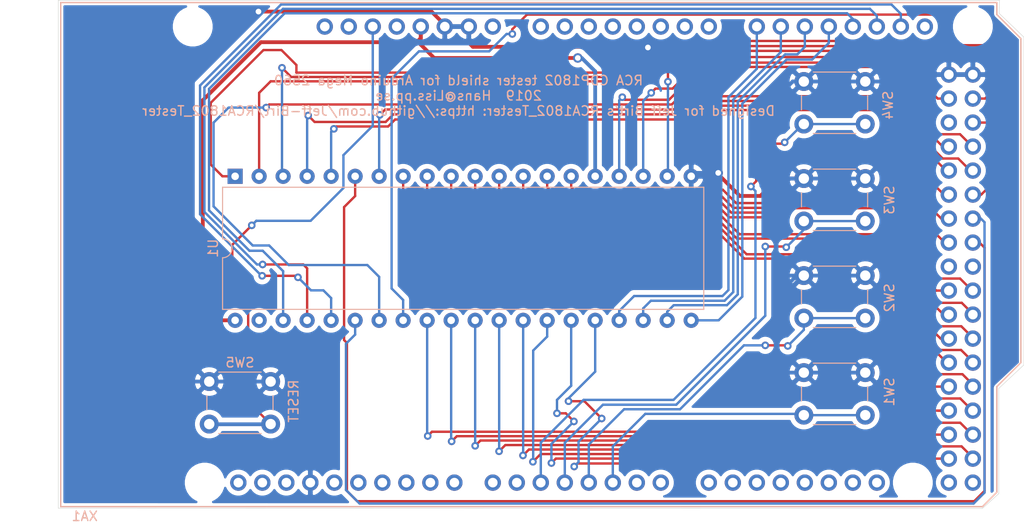
<source format=kicad_pcb>
(kicad_pcb (version 20171130) (host pcbnew "(5.1.5)-2")

  (general
    (thickness 1.6)
    (drawings 11)
    (tracks 558)
    (zones 0)
    (modules 7)
    (nets 44)
  )

  (page A4)
  (layers
    (0 F.Cu signal)
    (31 B.Cu signal)
    (32 B.Adhes user)
    (33 F.Adhes user)
    (34 B.Paste user)
    (35 F.Paste user)
    (36 B.SilkS user)
    (37 F.SilkS user)
    (38 B.Mask user)
    (39 F.Mask user)
    (40 Dwgs.User user)
    (41 Cmts.User user)
    (42 Eco1.User user)
    (43 Eco2.User user)
    (44 Edge.Cuts user)
    (45 Margin user)
    (46 B.CrtYd user)
    (47 F.CrtYd user)
    (48 B.Fab user)
    (49 F.Fab user)
  )

  (setup
    (last_trace_width 0.25)
    (trace_clearance 0.2)
    (zone_clearance 0.508)
    (zone_45_only no)
    (trace_min 0.2)
    (via_size 0.8)
    (via_drill 0.4)
    (via_min_size 0.4)
    (via_min_drill 0.3)
    (uvia_size 0.3)
    (uvia_drill 0.1)
    (uvias_allowed no)
    (uvia_min_size 0.2)
    (uvia_min_drill 0.1)
    (edge_width 0.05)
    (segment_width 0.2)
    (pcb_text_width 0.3)
    (pcb_text_size 1.5 1.5)
    (mod_edge_width 0.12)
    (mod_text_size 1 1)
    (mod_text_width 0.15)
    (pad_size 3.2 3.2)
    (pad_drill 0)
    (pad_to_mask_clearance 0.051)
    (solder_mask_min_width 0.25)
    (aux_axis_origin 0 0)
    (visible_elements 7FFFFFFF)
    (pcbplotparams
      (layerselection 0x3f0fc_ffffffff)
      (usegerberextensions false)
      (usegerberattributes false)
      (usegerberadvancedattributes false)
      (creategerberjobfile false)
      (excludeedgelayer true)
      (linewidth 0.100000)
      (plotframeref false)
      (viasonmask false)
      (mode 1)
      (useauxorigin false)
      (hpglpennumber 1)
      (hpglpenspeed 20)
      (hpglpendiameter 15.000000)
      (psnegative false)
      (psa4output false)
      (plotreference true)
      (plotvalue true)
      (plotinvisibletext false)
      (padsonsilk false)
      (subtractmaskfromsilk false)
      (outputformat 1)
      (mirror false)
      (drillshape 0)
      (scaleselection 1)
      (outputdirectory "Gerber/"))
  )

  (net 0 "")
  (net 1 "Net-(SW1-Pad1)")
  (net 2 GND)
  (net 3 "Net-(SW2-Pad1)")
  (net 4 "Net-(SW3-Pad1)")
  (net 5 "Net-(SW4-Pad1)")
  (net 6 VCC)
  (net 7 /D0)
  (net 8 /D1)
  (net 9 /D2)
  (net 10 /MA7)
  (net 11 /D3)
  (net 12 /MA6)
  (net 13 /D4)
  (net 14 /MA5)
  (net 15 /D5)
  (net 16 /MA4)
  (net 17 /D6)
  (net 18 /MA3)
  (net 19 /D7)
  (net 20 /MA2)
  (net 21 /MA1)
  (net 22 /MA0)
  (net 23 /CLOCK)
  (net 24 /N0)
  (net 25 /DMA_IN)
  (net 26 /N1)
  (net 27 /DMA_OUT)
  (net 28 /N2)
  (net 29 /INTERRUPT)
  (net 30 /MWR)
  (net 31 /TPA)
  (net 32 /TPB)
  (net 33 /MRD)
  (net 34 /SC0)
  (net 35 /SC1)
  (net 36 /EF1)
  (net 37 /Q)
  (net 38 /EF2)
  (net 39 /CLEAR)
  (net 40 /EF3)
  (net 41 /WAIT)
  (net 42 /EF4)
  (net 43 "Net-(SW5-Pad2)")

  (net_class Default "This is the default net class."
    (clearance 0.2)
    (trace_width 0.25)
    (via_dia 0.8)
    (via_drill 0.4)
    (uvia_dia 0.3)
    (uvia_drill 0.1)
    (add_net /CLEAR)
    (add_net /CLOCK)
    (add_net /D0)
    (add_net /D1)
    (add_net /D2)
    (add_net /D3)
    (add_net /D4)
    (add_net /D5)
    (add_net /D6)
    (add_net /D7)
    (add_net /DMA_IN)
    (add_net /DMA_OUT)
    (add_net /EF1)
    (add_net /EF2)
    (add_net /EF3)
    (add_net /EF4)
    (add_net /INTERRUPT)
    (add_net /MA0)
    (add_net /MA1)
    (add_net /MA2)
    (add_net /MA3)
    (add_net /MA4)
    (add_net /MA5)
    (add_net /MA6)
    (add_net /MA7)
    (add_net /MRD)
    (add_net /MWR)
    (add_net /N0)
    (add_net /N1)
    (add_net /N2)
    (add_net /Q)
    (add_net /SC0)
    (add_net /SC1)
    (add_net /TPA)
    (add_net /TPB)
    (add_net /WAIT)
    (add_net "Net-(SW1-Pad1)")
    (add_net "Net-(SW2-Pad1)")
    (add_net "Net-(SW3-Pad1)")
    (add_net "Net-(SW4-Pad1)")
    (add_net "Net-(SW5-Pad2)")
  )

  (net_class Power ""
    (clearance 0.4)
    (trace_width 0.4)
    (via_dia 1)
    (via_drill 0.6)
    (uvia_dia 0.3)
    (uvia_drill 0.1)
    (add_net GND)
    (add_net VCC)
  )

  (module Arduinos:Arduino_Mega2560_Shield_alt1 (layer B.Cu) (tedit 5DFF9F74) (tstamp 5DFFA3A8)
    (at 95.575001 17.814999)
    (descr https://store.arduino.cc/arduino-mega-2560-rev3)
    (path /5DFF5BC5)
    (fp_text reference XA1 (at 2.54 54.356) (layer B.SilkS)
      (effects (font (size 1 1) (thickness 0.15)) (justify mirror))
    )
    (fp_text value Arduino_Mega2560_Shield_alt1 (at 15.494 54.356) (layer B.Fab)
      (effects (font (size 1 1) (thickness 0.15)) (justify mirror))
    )
    (fp_line (start 9.525 32.385) (end -6.35 32.385) (layer F.CrtYd) (width 0.15))
    (fp_line (start 9.525 43.815) (end -6.35 43.815) (layer F.CrtYd) (width 0.15))
    (fp_line (start 9.525 43.815) (end 9.525 32.385) (layer F.CrtYd) (width 0.15))
    (fp_line (start -6.35 43.815) (end -6.35 32.385) (layer F.CrtYd) (width 0.15))
    (fp_line (start 11.43 12.065) (end 11.43 3.175) (layer F.CrtYd) (width 0.15))
    (fp_line (start -1.905 3.175) (end 11.43 3.175) (layer F.CrtYd) (width 0.15))
    (fp_line (start -1.905 12.065) (end -1.905 3.175) (layer F.CrtYd) (width 0.15))
    (fp_line (start -1.905 12.065) (end 11.43 12.065) (layer F.CrtYd) (width 0.15))
    (fp_line (start 0 53.34) (end 0 0) (layer B.SilkS) (width 0.15))
    (fp_line (start 99.06 40.64) (end 99.06 51.816) (layer B.SilkS) (width 0.15))
    (fp_line (start 101.6 38.1) (end 99.06 40.64) (layer B.SilkS) (width 0.15))
    (fp_line (start 101.6 3.81) (end 101.6 38.1) (layer B.SilkS) (width 0.15))
    (fp_line (start 99.06 1.27) (end 101.6 3.81) (layer B.SilkS) (width 0.15))
    (fp_line (start 99.06 0) (end 99.06 1.27) (layer B.SilkS) (width 0.15))
    (fp_line (start 97.536 53.34) (end 99.06 51.816) (layer B.SilkS) (width 0.15))
    (fp_line (start 0 0) (end 99.06 0) (layer B.SilkS) (width 0.15))
    (fp_line (start 0 53.34) (end 97.536 53.34) (layer B.SilkS) (width 0.15))
    (pad A0 thru_hole oval (at 50.8 2.54) (size 1.7272 1.7272) (drill 1.016) (layers *.Cu *.Mask))
    (pad VIN thru_hole oval (at 45.72 2.54) (size 1.7272 1.7272) (drill 1.016) (layers *.Cu *.Mask))
    (pad GND3 thru_hole oval (at 43.18 2.54) (size 1.7272 1.7272) (drill 1.016) (layers *.Cu *.Mask)
      (net 2 GND))
    (pad GND2 thru_hole oval (at 40.64 2.54) (size 1.7272 1.7272) (drill 1.016) (layers *.Cu *.Mask)
      (net 2 GND))
    (pad 5V1 thru_hole oval (at 38.1 2.54) (size 1.7272 1.7272) (drill 1.016) (layers *.Cu *.Mask)
      (net 6 VCC))
    (pad 3V3 thru_hole oval (at 35.56 2.54) (size 1.7272 1.7272) (drill 1.016) (layers *.Cu *.Mask))
    (pad RST1 thru_hole oval (at 33.02 2.54) (size 1.7272 1.7272) (drill 1.016) (layers *.Cu *.Mask)
      (net 43 "Net-(SW5-Pad2)"))
    (pad IORF thru_hole oval (at 30.48 2.54) (size 1.7272 1.7272) (drill 1.016) (layers *.Cu *.Mask))
    (pad D21 thru_hole oval (at 86.36 50.8) (size 1.7272 1.7272) (drill 1.016) (layers *.Cu *.Mask))
    (pad D20 thru_hole oval (at 83.82 50.8) (size 1.7272 1.7272) (drill 1.016) (layers *.Cu *.Mask))
    (pad D19 thru_hole oval (at 81.28 50.8) (size 1.7272 1.7272) (drill 1.016) (layers *.Cu *.Mask))
    (pad D18 thru_hole oval (at 78.74 50.8) (size 1.7272 1.7272) (drill 1.016) (layers *.Cu *.Mask))
    (pad D17 thru_hole oval (at 76.2 50.8) (size 1.7272 1.7272) (drill 1.016) (layers *.Cu *.Mask))
    (pad D16 thru_hole oval (at 73.66 50.8) (size 1.7272 1.7272) (drill 1.016) (layers *.Cu *.Mask))
    (pad D15 thru_hole oval (at 71.12 50.8) (size 1.7272 1.7272) (drill 1.016) (layers *.Cu *.Mask))
    (pad D14 thru_hole oval (at 68.58 50.8) (size 1.7272 1.7272) (drill 1.016) (layers *.Cu *.Mask))
    (pad D0 thru_hole oval (at 63.5 50.8) (size 1.7272 1.7272) (drill 1.016) (layers *.Cu *.Mask))
    (pad D1 thru_hole oval (at 60.96 50.8) (size 1.7272 1.7272) (drill 1.016) (layers *.Cu *.Mask))
    (pad D2 thru_hole oval (at 58.42 50.8) (size 1.7272 1.7272) (drill 1.016) (layers *.Cu *.Mask)
      (net 1 "Net-(SW1-Pad1)"))
    (pad D3 thru_hole oval (at 55.88 50.8) (size 1.7272 1.7272) (drill 1.016) (layers *.Cu *.Mask)
      (net 3 "Net-(SW2-Pad1)"))
    (pad D4 thru_hole oval (at 53.34 50.8) (size 1.7272 1.7272) (drill 1.016) (layers *.Cu *.Mask)
      (net 4 "Net-(SW3-Pad1)"))
    (pad D5 thru_hole oval (at 50.8 50.8) (size 1.7272 1.7272) (drill 1.016) (layers *.Cu *.Mask)
      (net 5 "Net-(SW4-Pad1)"))
    (pad D6 thru_hole oval (at 48.26 50.8) (size 1.7272 1.7272) (drill 1.016) (layers *.Cu *.Mask))
    (pad D7 thru_hole oval (at 45.72 50.8) (size 1.7272 1.7272) (drill 1.016) (layers *.Cu *.Mask))
    (pad GND1 thru_hole oval (at 26.416 50.8) (size 1.7272 1.7272) (drill 1.016) (layers *.Cu *.Mask)
      (net 2 GND))
    (pad D8 thru_hole oval (at 41.656 50.8) (size 1.7272 1.7272) (drill 1.016) (layers *.Cu *.Mask))
    (pad D9 thru_hole oval (at 39.116 50.8) (size 1.7272 1.7272) (drill 1.016) (layers *.Cu *.Mask))
    (pad D10 thru_hole oval (at 36.576 50.8) (size 1.7272 1.7272) (drill 1.016) (layers *.Cu *.Mask))
    (pad "" np_thru_hole circle (at 90.17 50.8) (size 3.2 3.2) (drill 3.2) (layers *.Cu *.Mask))
    (pad "" np_thru_hole circle (at 15.24 50.8) (size 3.2 3.2) (drill 3.2) (layers *.Cu *.Mask))
    (pad "" np_thru_hole circle (at 96.52 2.54) (size 3.2 3.2) (drill 3.2) (layers *.Cu *.Mask))
    (pad "" np_thru_hole circle (at 13.97 2.54) (size 3.2 3.2) (drill 3.2) (layers *.Cu *.Mask))
    (pad SCL thru_hole oval (at 18.796 50.8) (size 1.7272 1.7272) (drill 1.016) (layers *.Cu *.Mask))
    (pad SDA thru_hole oval (at 21.336 50.8) (size 1.7272 1.7272) (drill 1.016) (layers *.Cu *.Mask))
    (pad AREF thru_hole oval (at 23.876 50.8) (size 1.7272 1.7272) (drill 1.016) (layers *.Cu *.Mask))
    (pad D13 thru_hole oval (at 28.956 50.8) (size 1.7272 1.7272) (drill 1.016) (layers *.Cu *.Mask))
    (pad D12 thru_hole oval (at 31.496 50.8) (size 1.7272 1.7272) (drill 1.016) (layers *.Cu *.Mask))
    (pad D11 thru_hole oval (at 34.036 50.8) (size 1.7272 1.7272) (drill 1.016) (layers *.Cu *.Mask))
    (pad "" thru_hole oval (at 27.94 2.54) (size 1.7272 1.7272) (drill 1.016) (layers *.Cu *.Mask))
    (pad A1 thru_hole oval (at 53.34 2.54) (size 1.7272 1.7272) (drill 1.016) (layers *.Cu *.Mask))
    (pad A2 thru_hole oval (at 55.88 2.54) (size 1.7272 1.7272) (drill 1.016) (layers *.Cu *.Mask))
    (pad A3 thru_hole oval (at 58.42 2.54) (size 1.7272 1.7272) (drill 1.016) (layers *.Cu *.Mask))
    (pad A4 thru_hole oval (at 60.96 2.54) (size 1.7272 1.7272) (drill 1.016) (layers *.Cu *.Mask))
    (pad A5 thru_hole oval (at 63.5 2.54) (size 1.7272 1.7272) (drill 1.016) (layers *.Cu *.Mask))
    (pad A6 thru_hole oval (at 66.04 2.54) (size 1.7272 1.7272) (drill 1.016) (layers *.Cu *.Mask))
    (pad A7 thru_hole oval (at 68.58 2.54) (size 1.7272 1.7272) (drill 1.016) (layers *.Cu *.Mask))
    (pad A8 thru_hole oval (at 73.66 2.54) (size 1.7272 1.7272) (drill 1.016) (layers *.Cu *.Mask)
      (net 36 /EF1))
    (pad A9 thru_hole oval (at 76.2 2.54) (size 1.7272 1.7272) (drill 1.016) (layers *.Cu *.Mask)
      (net 38 /EF2))
    (pad A10 thru_hole oval (at 78.74 2.54) (size 1.7272 1.7272) (drill 1.016) (layers *.Cu *.Mask)
      (net 40 /EF3))
    (pad A11 thru_hole oval (at 81.28 2.54) (size 1.7272 1.7272) (drill 1.016) (layers *.Cu *.Mask)
      (net 42 /EF4))
    (pad A12 thru_hole oval (at 83.82 2.54) (size 1.7272 1.7272) (drill 1.016) (layers *.Cu *.Mask)
      (net 25 /DMA_IN))
    (pad A13 thru_hole oval (at 86.36 2.54) (size 1.7272 1.7272) (drill 1.016) (layers *.Cu *.Mask)
      (net 27 /DMA_OUT))
    (pad A14 thru_hole oval (at 88.9 2.54) (size 1.7272 1.7272) (drill 1.016) (layers *.Cu *.Mask)
      (net 29 /INTERRUPT))
    (pad A15 thru_hole oval (at 91.44 2.54) (size 1.7272 1.7272) (drill 1.016) (layers *.Cu *.Mask))
    (pad 5V3 thru_hole oval (at 93.98 50.8) (size 1.7272 1.7272) (drill 1.016) (layers *.Cu *.Mask))
    (pad 5V4 thru_hole oval (at 96.52 50.8) (size 1.7272 1.7272) (drill 1.016) (layers *.Cu *.Mask))
    (pad D22 thru_hole oval (at 93.98 48.26) (size 1.7272 1.7272) (drill 1.016) (layers *.Cu *.Mask)
      (net 22 /MA0))
    (pad D23 thru_hole oval (at 96.52 48.26) (size 1.7272 1.7272) (drill 1.016) (layers *.Cu *.Mask)
      (net 21 /MA1))
    (pad D24 thru_hole oval (at 93.98 45.72) (size 1.7272 1.7272) (drill 1.016) (layers *.Cu *.Mask)
      (net 20 /MA2))
    (pad D25 thru_hole oval (at 96.52 45.72) (size 1.7272 1.7272) (drill 1.016) (layers *.Cu *.Mask)
      (net 18 /MA3))
    (pad D26 thru_hole oval (at 93.98 43.18) (size 1.7272 1.7272) (drill 1.016) (layers *.Cu *.Mask)
      (net 16 /MA4))
    (pad D27 thru_hole oval (at 96.52 43.18) (size 1.7272 1.7272) (drill 1.016) (layers *.Cu *.Mask)
      (net 14 /MA5))
    (pad D28 thru_hole oval (at 93.98 40.64) (size 1.7272 1.7272) (drill 1.016) (layers *.Cu *.Mask)
      (net 12 /MA6))
    (pad D29 thru_hole oval (at 96.52 40.64) (size 1.7272 1.7272) (drill 1.016) (layers *.Cu *.Mask)
      (net 10 /MA7))
    (pad D30 thru_hole oval (at 93.98 38.1) (size 1.7272 1.7272) (drill 1.016) (layers *.Cu *.Mask)
      (net 19 /D7))
    (pad D31 thru_hole oval (at 96.52 38.1) (size 1.7272 1.7272) (drill 1.016) (layers *.Cu *.Mask)
      (net 17 /D6))
    (pad D32 thru_hole oval (at 93.98 35.56) (size 1.7272 1.7272) (drill 1.016) (layers *.Cu *.Mask)
      (net 15 /D5))
    (pad D33 thru_hole oval (at 96.52 35.56) (size 1.7272 1.7272) (drill 1.016) (layers *.Cu *.Mask)
      (net 13 /D4))
    (pad D34 thru_hole oval (at 93.98 33.02) (size 1.7272 1.7272) (drill 1.016) (layers *.Cu *.Mask)
      (net 11 /D3))
    (pad D35 thru_hole oval (at 96.52 33.02) (size 1.7272 1.7272) (drill 1.016) (layers *.Cu *.Mask)
      (net 9 /D2))
    (pad D36 thru_hole oval (at 93.98 30.48) (size 1.7272 1.7272) (drill 1.016) (layers *.Cu *.Mask)
      (net 8 /D1))
    (pad D37 thru_hole oval (at 96.52 30.48) (size 1.7272 1.7272) (drill 1.016) (layers *.Cu *.Mask)
      (net 7 /D0))
    (pad D38 thru_hole oval (at 93.98 27.94) (size 1.7272 1.7272) (drill 1.016) (layers *.Cu *.Mask))
    (pad D39 thru_hole oval (at 96.52 27.94) (size 1.7272 1.7272) (drill 1.016) (layers *.Cu *.Mask))
    (pad D40 thru_hole oval (at 93.98 25.4) (size 1.7272 1.7272) (drill 1.016) (layers *.Cu *.Mask)
      (net 35 /SC1))
    (pad D41 thru_hole oval (at 96.52 25.4) (size 1.7272 1.7272) (drill 1.016) (layers *.Cu *.Mask)
      (net 34 /SC0))
    (pad D42 thru_hole oval (at 93.98 22.86) (size 1.7272 1.7272) (drill 1.016) (layers *.Cu *.Mask)
      (net 37 /Q))
    (pad D43 thru_hole oval (at 96.52 22.86) (size 1.7272 1.7272) (drill 1.016) (layers *.Cu *.Mask)
      (net 30 /MWR))
    (pad D44 thru_hole oval (at 93.98 20.32) (size 1.7272 1.7272) (drill 1.016) (layers *.Cu *.Mask)
      (net 33 /MRD))
    (pad D45 thru_hole oval (at 96.52 20.32) (size 1.7272 1.7272) (drill 1.016) (layers *.Cu *.Mask)
      (net 32 /TPB))
    (pad D46 thru_hole oval (at 93.98 17.78) (size 1.7272 1.7272) (drill 1.016) (layers *.Cu *.Mask)
      (net 31 /TPA))
    (pad D47 thru_hole oval (at 96.52 17.78) (size 1.7272 1.7272) (drill 1.016) (layers *.Cu *.Mask)
      (net 28 /N2))
    (pad D48 thru_hole oval (at 93.98 15.24) (size 1.7272 1.7272) (drill 1.016) (layers *.Cu *.Mask)
      (net 26 /N1))
    (pad D49 thru_hole oval (at 96.52 15.24) (size 1.7272 1.7272) (drill 1.016) (layers *.Cu *.Mask)
      (net 24 /N0))
    (pad D50 thru_hole oval (at 93.98 12.7) (size 1.7272 1.7272) (drill 1.016) (layers *.Cu *.Mask))
    (pad D51 thru_hole oval (at 96.52 12.7) (size 1.7272 1.7272) (drill 1.016) (layers *.Cu *.Mask)
      (net 23 /CLOCK))
    (pad D52 thru_hole oval (at 93.98 10.16) (size 1.7272 1.7272) (drill 1.016) (layers *.Cu *.Mask)
      (net 41 /WAIT))
    (pad D53 thru_hole oval (at 96.52 10.16) (size 1.7272 1.7272) (drill 1.016) (layers *.Cu *.Mask)
      (net 39 /CLEAR))
    (pad GND5 thru_hole oval (at 93.98 7.62) (size 1.7272 1.7272) (drill 1.016) (layers *.Cu *.Mask)
      (net 2 GND))
    (pad GND6 thru_hole oval (at 96.52 7.62) (size 1.7272 1.7272) (drill 1.016) (layers *.Cu *.Mask)
      (net 2 GND))
  )

  (module Buttons_Switches_THT:SW_PUSH_6mm (layer B.Cu) (tedit 5923F252) (tstamp 5DFF65A7)
    (at 174.21 61.474998)
    (descr https://www.omron.com/ecb/products/pdf/en-b3f.pdf)
    (tags "tact sw push 6mm")
    (path /5E1FE691)
    (fp_text reference SW1 (at 9.06 -2.454998 90) (layer B.SilkS)
      (effects (font (size 1 1) (thickness 0.15)) (justify mirror))
    )
    (fp_text value SW_Push (at 3.75 -6.7) (layer B.Fab)
      (effects (font (size 1 1) (thickness 0.15)) (justify mirror))
    )
    (fp_circle (center 3.25 -2.25) (end 1.25 -2.5) (layer B.Fab) (width 0.1))
    (fp_line (start 6.75 -3) (end 6.75 -1.5) (layer B.SilkS) (width 0.12))
    (fp_line (start 5.5 1) (end 1 1) (layer B.SilkS) (width 0.12))
    (fp_line (start -0.25 -1.5) (end -0.25 -3) (layer B.SilkS) (width 0.12))
    (fp_line (start 1 -5.5) (end 5.5 -5.5) (layer B.SilkS) (width 0.12))
    (fp_line (start 8 1.25) (end 8 -5.75) (layer B.CrtYd) (width 0.05))
    (fp_line (start 7.75 -6) (end -1.25 -6) (layer B.CrtYd) (width 0.05))
    (fp_line (start -1.5 -5.75) (end -1.5 1.25) (layer B.CrtYd) (width 0.05))
    (fp_line (start -1.25 1.5) (end 7.75 1.5) (layer B.CrtYd) (width 0.05))
    (fp_line (start -1.5 -6) (end -1.25 -6) (layer B.CrtYd) (width 0.05))
    (fp_line (start -1.5 -5.75) (end -1.5 -6) (layer B.CrtYd) (width 0.05))
    (fp_line (start -1.5 1.5) (end -1.25 1.5) (layer B.CrtYd) (width 0.05))
    (fp_line (start -1.5 1.25) (end -1.5 1.5) (layer B.CrtYd) (width 0.05))
    (fp_line (start 8 1.5) (end 8 1.25) (layer B.CrtYd) (width 0.05))
    (fp_line (start 7.75 1.5) (end 8 1.5) (layer B.CrtYd) (width 0.05))
    (fp_line (start 8 -6) (end 8 -5.75) (layer B.CrtYd) (width 0.05))
    (fp_line (start 7.75 -6) (end 8 -6) (layer B.CrtYd) (width 0.05))
    (fp_line (start 0.25 0.75) (end 3.25 0.75) (layer B.Fab) (width 0.1))
    (fp_line (start 0.25 -5.25) (end 0.25 0.75) (layer B.Fab) (width 0.1))
    (fp_line (start 6.25 -5.25) (end 0.25 -5.25) (layer B.Fab) (width 0.1))
    (fp_line (start 6.25 0.75) (end 6.25 -5.25) (layer B.Fab) (width 0.1))
    (fp_line (start 3.25 0.75) (end 6.25 0.75) (layer B.Fab) (width 0.1))
    (fp_text user %R (at 3.25 -2.25) (layer B.Fab)
      (effects (font (size 1 1) (thickness 0.15)) (justify mirror))
    )
    (pad 1 thru_hole circle (at 6.5 0 270) (size 2 2) (drill 1.1) (layers *.Cu *.Mask)
      (net 1 "Net-(SW1-Pad1)"))
    (pad 2 thru_hole circle (at 6.5 -4.5 270) (size 2 2) (drill 1.1) (layers *.Cu *.Mask)
      (net 2 GND))
    (pad 1 thru_hole circle (at 0 0 270) (size 2 2) (drill 1.1) (layers *.Cu *.Mask)
      (net 1 "Net-(SW1-Pad1)"))
    (pad 2 thru_hole circle (at 0 -4.5 270) (size 2 2) (drill 1.1) (layers *.Cu *.Mask)
      (net 2 GND))
    (model ${KISYS3DMOD}/Buttons_Switches_THT.3dshapes/SW_PUSH_6mm.wrl
      (offset (xyz 0.1269999980926514 0 0))
      (scale (xyz 0.3937 0.3937 0.3937))
      (rotate (xyz 0 0 0))
    )
  )

  (module Buttons_Switches_THT:SW_PUSH_6mm (layer B.Cu) (tedit 5923F252) (tstamp 5DFF65C6)
    (at 174.21 51.206665)
    (descr https://www.omron.com/ecb/products/pdf/en-b3f.pdf)
    (tags "tact sw push 6mm")
    (path /5E1FEBE2)
    (fp_text reference SW2 (at 9.06 -2.146665 90) (layer B.SilkS)
      (effects (font (size 1 1) (thickness 0.15)) (justify mirror))
    )
    (fp_text value SW_Push (at 3.75 -6.7) (layer B.Fab)
      (effects (font (size 1 1) (thickness 0.15)) (justify mirror))
    )
    (fp_text user %R (at 3.25 -2.25) (layer B.Fab)
      (effects (font (size 1 1) (thickness 0.15)) (justify mirror))
    )
    (fp_line (start 3.25 0.75) (end 6.25 0.75) (layer B.Fab) (width 0.1))
    (fp_line (start 6.25 0.75) (end 6.25 -5.25) (layer B.Fab) (width 0.1))
    (fp_line (start 6.25 -5.25) (end 0.25 -5.25) (layer B.Fab) (width 0.1))
    (fp_line (start 0.25 -5.25) (end 0.25 0.75) (layer B.Fab) (width 0.1))
    (fp_line (start 0.25 0.75) (end 3.25 0.75) (layer B.Fab) (width 0.1))
    (fp_line (start 7.75 -6) (end 8 -6) (layer B.CrtYd) (width 0.05))
    (fp_line (start 8 -6) (end 8 -5.75) (layer B.CrtYd) (width 0.05))
    (fp_line (start 7.75 1.5) (end 8 1.5) (layer B.CrtYd) (width 0.05))
    (fp_line (start 8 1.5) (end 8 1.25) (layer B.CrtYd) (width 0.05))
    (fp_line (start -1.5 1.25) (end -1.5 1.5) (layer B.CrtYd) (width 0.05))
    (fp_line (start -1.5 1.5) (end -1.25 1.5) (layer B.CrtYd) (width 0.05))
    (fp_line (start -1.5 -5.75) (end -1.5 -6) (layer B.CrtYd) (width 0.05))
    (fp_line (start -1.5 -6) (end -1.25 -6) (layer B.CrtYd) (width 0.05))
    (fp_line (start -1.25 1.5) (end 7.75 1.5) (layer B.CrtYd) (width 0.05))
    (fp_line (start -1.5 -5.75) (end -1.5 1.25) (layer B.CrtYd) (width 0.05))
    (fp_line (start 7.75 -6) (end -1.25 -6) (layer B.CrtYd) (width 0.05))
    (fp_line (start 8 1.25) (end 8 -5.75) (layer B.CrtYd) (width 0.05))
    (fp_line (start 1 -5.5) (end 5.5 -5.5) (layer B.SilkS) (width 0.12))
    (fp_line (start -0.25 -1.5) (end -0.25 -3) (layer B.SilkS) (width 0.12))
    (fp_line (start 5.5 1) (end 1 1) (layer B.SilkS) (width 0.12))
    (fp_line (start 6.75 -3) (end 6.75 -1.5) (layer B.SilkS) (width 0.12))
    (fp_circle (center 3.25 -2.25) (end 1.25 -2.5) (layer B.Fab) (width 0.1))
    (pad 2 thru_hole circle (at 0 -4.5 270) (size 2 2) (drill 1.1) (layers *.Cu *.Mask)
      (net 2 GND))
    (pad 1 thru_hole circle (at 0 0 270) (size 2 2) (drill 1.1) (layers *.Cu *.Mask)
      (net 3 "Net-(SW2-Pad1)"))
    (pad 2 thru_hole circle (at 6.5 -4.5 270) (size 2 2) (drill 1.1) (layers *.Cu *.Mask)
      (net 2 GND))
    (pad 1 thru_hole circle (at 6.5 0 270) (size 2 2) (drill 1.1) (layers *.Cu *.Mask)
      (net 3 "Net-(SW2-Pad1)"))
    (model ${KISYS3DMOD}/Buttons_Switches_THT.3dshapes/SW_PUSH_6mm.wrl
      (offset (xyz 0.1269999980926514 0 0))
      (scale (xyz 0.3937 0.3937 0.3937))
      (rotate (xyz 0 0 0))
    )
  )

  (module Buttons_Switches_THT:SW_PUSH_6mm (layer B.Cu) (tedit 5923F252) (tstamp 5DFF65E5)
    (at 174.21 40.938333)
    (descr https://www.omron.com/ecb/products/pdf/en-b3f.pdf)
    (tags "tact sw push 6mm")
    (path /5E1FF059)
    (fp_text reference SW3 (at 9.06 -2.228333 90) (layer B.SilkS)
      (effects (font (size 1 1) (thickness 0.15)) (justify mirror))
    )
    (fp_text value SW_Push (at 3.75 -6.7) (layer B.Fab)
      (effects (font (size 1 1) (thickness 0.15)) (justify mirror))
    )
    (fp_circle (center 3.25 -2.25) (end 1.25 -2.5) (layer B.Fab) (width 0.1))
    (fp_line (start 6.75 -3) (end 6.75 -1.5) (layer B.SilkS) (width 0.12))
    (fp_line (start 5.5 1) (end 1 1) (layer B.SilkS) (width 0.12))
    (fp_line (start -0.25 -1.5) (end -0.25 -3) (layer B.SilkS) (width 0.12))
    (fp_line (start 1 -5.5) (end 5.5 -5.5) (layer B.SilkS) (width 0.12))
    (fp_line (start 8 1.25) (end 8 -5.75) (layer B.CrtYd) (width 0.05))
    (fp_line (start 7.75 -6) (end -1.25 -6) (layer B.CrtYd) (width 0.05))
    (fp_line (start -1.5 -5.75) (end -1.5 1.25) (layer B.CrtYd) (width 0.05))
    (fp_line (start -1.25 1.5) (end 7.75 1.5) (layer B.CrtYd) (width 0.05))
    (fp_line (start -1.5 -6) (end -1.25 -6) (layer B.CrtYd) (width 0.05))
    (fp_line (start -1.5 -5.75) (end -1.5 -6) (layer B.CrtYd) (width 0.05))
    (fp_line (start -1.5 1.5) (end -1.25 1.5) (layer B.CrtYd) (width 0.05))
    (fp_line (start -1.5 1.25) (end -1.5 1.5) (layer B.CrtYd) (width 0.05))
    (fp_line (start 8 1.5) (end 8 1.25) (layer B.CrtYd) (width 0.05))
    (fp_line (start 7.75 1.5) (end 8 1.5) (layer B.CrtYd) (width 0.05))
    (fp_line (start 8 -6) (end 8 -5.75) (layer B.CrtYd) (width 0.05))
    (fp_line (start 7.75 -6) (end 8 -6) (layer B.CrtYd) (width 0.05))
    (fp_line (start 0.25 0.75) (end 3.25 0.75) (layer B.Fab) (width 0.1))
    (fp_line (start 0.25 -5.25) (end 0.25 0.75) (layer B.Fab) (width 0.1))
    (fp_line (start 6.25 -5.25) (end 0.25 -5.25) (layer B.Fab) (width 0.1))
    (fp_line (start 6.25 0.75) (end 6.25 -5.25) (layer B.Fab) (width 0.1))
    (fp_line (start 3.25 0.75) (end 6.25 0.75) (layer B.Fab) (width 0.1))
    (fp_text user %R (at 3.25 -2.25) (layer B.Fab)
      (effects (font (size 1 1) (thickness 0.15)) (justify mirror))
    )
    (pad 1 thru_hole circle (at 6.5 0 270) (size 2 2) (drill 1.1) (layers *.Cu *.Mask)
      (net 4 "Net-(SW3-Pad1)"))
    (pad 2 thru_hole circle (at 6.5 -4.5 270) (size 2 2) (drill 1.1) (layers *.Cu *.Mask)
      (net 2 GND))
    (pad 1 thru_hole circle (at 0 0 270) (size 2 2) (drill 1.1) (layers *.Cu *.Mask)
      (net 4 "Net-(SW3-Pad1)"))
    (pad 2 thru_hole circle (at 0 -4.5 270) (size 2 2) (drill 1.1) (layers *.Cu *.Mask)
      (net 2 GND))
    (model ${KISYS3DMOD}/Buttons_Switches_THT.3dshapes/SW_PUSH_6mm.wrl
      (offset (xyz 0.1269999980926514 0 0))
      (scale (xyz 0.3937 0.3937 0.3937))
      (rotate (xyz 0 0 0))
    )
  )

  (module Buttons_Switches_THT:SW_PUSH_6mm (layer B.Cu) (tedit 5923F252) (tstamp 5DFF6604)
    (at 174.21 30.67)
    (descr https://www.omron.com/ecb/products/pdf/en-b3f.pdf)
    (tags "tact sw push 6mm")
    (path /5E1FFB09)
    (fp_text reference SW4 (at 8.91 -1.99 90) (layer B.SilkS)
      (effects (font (size 1 1) (thickness 0.15)) (justify mirror))
    )
    (fp_text value SW_Push (at 3.75 -6.7) (layer B.Fab)
      (effects (font (size 1 1) (thickness 0.15)) (justify mirror))
    )
    (fp_text user %R (at 3.25 -2.25) (layer B.Fab)
      (effects (font (size 1 1) (thickness 0.15)) (justify mirror))
    )
    (fp_line (start 3.25 0.75) (end 6.25 0.75) (layer B.Fab) (width 0.1))
    (fp_line (start 6.25 0.75) (end 6.25 -5.25) (layer B.Fab) (width 0.1))
    (fp_line (start 6.25 -5.25) (end 0.25 -5.25) (layer B.Fab) (width 0.1))
    (fp_line (start 0.25 -5.25) (end 0.25 0.75) (layer B.Fab) (width 0.1))
    (fp_line (start 0.25 0.75) (end 3.25 0.75) (layer B.Fab) (width 0.1))
    (fp_line (start 7.75 -6) (end 8 -6) (layer B.CrtYd) (width 0.05))
    (fp_line (start 8 -6) (end 8 -5.75) (layer B.CrtYd) (width 0.05))
    (fp_line (start 7.75 1.5) (end 8 1.5) (layer B.CrtYd) (width 0.05))
    (fp_line (start 8 1.5) (end 8 1.25) (layer B.CrtYd) (width 0.05))
    (fp_line (start -1.5 1.25) (end -1.5 1.5) (layer B.CrtYd) (width 0.05))
    (fp_line (start -1.5 1.5) (end -1.25 1.5) (layer B.CrtYd) (width 0.05))
    (fp_line (start -1.5 -5.75) (end -1.5 -6) (layer B.CrtYd) (width 0.05))
    (fp_line (start -1.5 -6) (end -1.25 -6) (layer B.CrtYd) (width 0.05))
    (fp_line (start -1.25 1.5) (end 7.75 1.5) (layer B.CrtYd) (width 0.05))
    (fp_line (start -1.5 -5.75) (end -1.5 1.25) (layer B.CrtYd) (width 0.05))
    (fp_line (start 7.75 -6) (end -1.25 -6) (layer B.CrtYd) (width 0.05))
    (fp_line (start 8 1.25) (end 8 -5.75) (layer B.CrtYd) (width 0.05))
    (fp_line (start 1 -5.5) (end 5.5 -5.5) (layer B.SilkS) (width 0.12))
    (fp_line (start -0.25 -1.5) (end -0.25 -3) (layer B.SilkS) (width 0.12))
    (fp_line (start 5.5 1) (end 1 1) (layer B.SilkS) (width 0.12))
    (fp_line (start 6.75 -3) (end 6.75 -1.5) (layer B.SilkS) (width 0.12))
    (fp_circle (center 3.25 -2.25) (end 1.25 -2.5) (layer B.Fab) (width 0.1))
    (pad 2 thru_hole circle (at 0 -4.5 270) (size 2 2) (drill 1.1) (layers *.Cu *.Mask)
      (net 2 GND))
    (pad 1 thru_hole circle (at 0 0 270) (size 2 2) (drill 1.1) (layers *.Cu *.Mask)
      (net 5 "Net-(SW4-Pad1)"))
    (pad 2 thru_hole circle (at 6.5 -4.5 270) (size 2 2) (drill 1.1) (layers *.Cu *.Mask)
      (net 2 GND))
    (pad 1 thru_hole circle (at 6.5 0 270) (size 2 2) (drill 1.1) (layers *.Cu *.Mask)
      (net 5 "Net-(SW4-Pad1)"))
    (model ${KISYS3DMOD}/Buttons_Switches_THT.3dshapes/SW_PUSH_6mm.wrl
      (offset (xyz 0.1269999980926514 0 0))
      (scale (xyz 0.3937 0.3937 0.3937))
      (rotate (xyz 0 0 0))
    )
  )

  (module Housings_DIP:DIP-40_W15.24mm (layer B.Cu) (tedit 59C78D6C) (tstamp 5DFF6640)
    (at 114.03 36.2 270)
    (descr "40-lead though-hole mounted DIP package, row spacing 15.24 mm (600 mils)")
    (tags "THT DIP DIL PDIP 2.54mm 15.24mm 600mil")
    (path /5DFFA4A2)
    (fp_text reference U1 (at 7.62 2.33 90) (layer B.SilkS)
      (effects (font (size 1 1) (thickness 0.15)) (justify mirror))
    )
    (fp_text value CDP1802ACE (at 7.62 -50.59 90) (layer B.Fab)
      (effects (font (size 1 1) (thickness 0.15)) (justify mirror))
    )
    (fp_text user %R (at 7.62 -24.13 90) (layer B.Fab)
      (effects (font (size 1 1) (thickness 0.15)) (justify mirror))
    )
    (fp_line (start 16.3 1.55) (end -1.05 1.55) (layer B.CrtYd) (width 0.05))
    (fp_line (start 16.3 -49.8) (end 16.3 1.55) (layer B.CrtYd) (width 0.05))
    (fp_line (start -1.05 -49.8) (end 16.3 -49.8) (layer B.CrtYd) (width 0.05))
    (fp_line (start -1.05 1.55) (end -1.05 -49.8) (layer B.CrtYd) (width 0.05))
    (fp_line (start 14.08 1.33) (end 8.62 1.33) (layer B.SilkS) (width 0.12))
    (fp_line (start 14.08 -49.59) (end 14.08 1.33) (layer B.SilkS) (width 0.12))
    (fp_line (start 1.16 -49.59) (end 14.08 -49.59) (layer B.SilkS) (width 0.12))
    (fp_line (start 1.16 1.33) (end 1.16 -49.59) (layer B.SilkS) (width 0.12))
    (fp_line (start 6.62 1.33) (end 1.16 1.33) (layer B.SilkS) (width 0.12))
    (fp_line (start 0.255 0.27) (end 1.255 1.27) (layer B.Fab) (width 0.1))
    (fp_line (start 0.255 -49.53) (end 0.255 0.27) (layer B.Fab) (width 0.1))
    (fp_line (start 14.985 -49.53) (end 0.255 -49.53) (layer B.Fab) (width 0.1))
    (fp_line (start 14.985 1.27) (end 14.985 -49.53) (layer B.Fab) (width 0.1))
    (fp_line (start 1.255 1.27) (end 14.985 1.27) (layer B.Fab) (width 0.1))
    (fp_arc (start 7.62 1.33) (end 6.62 1.33) (angle 180) (layer B.SilkS) (width 0.12))
    (pad 40 thru_hole oval (at 15.24 0 270) (size 1.6 1.6) (drill 0.8) (layers *.Cu *.Mask)
      (net 6 VCC))
    (pad 20 thru_hole oval (at 0 -48.26 270) (size 1.6 1.6) (drill 0.8) (layers *.Cu *.Mask)
      (net 2 GND))
    (pad 39 thru_hole oval (at 15.24 -2.54 270) (size 1.6 1.6) (drill 0.8) (layers *.Cu *.Mask))
    (pad 19 thru_hole oval (at 0 -45.72 270) (size 1.6 1.6) (drill 0.8) (layers *.Cu *.Mask)
      (net 24 /N0))
    (pad 38 thru_hole oval (at 15.24 -5.08 270) (size 1.6 1.6) (drill 0.8) (layers *.Cu *.Mask)
      (net 25 /DMA_IN))
    (pad 18 thru_hole oval (at 0 -43.18 270) (size 1.6 1.6) (drill 0.8) (layers *.Cu *.Mask)
      (net 26 /N1))
    (pad 37 thru_hole oval (at 15.24 -7.62 270) (size 1.6 1.6) (drill 0.8) (layers *.Cu *.Mask)
      (net 27 /DMA_OUT))
    (pad 17 thru_hole oval (at 0 -40.64 270) (size 1.6 1.6) (drill 0.8) (layers *.Cu *.Mask)
      (net 28 /N2))
    (pad 36 thru_hole oval (at 15.24 -10.16 270) (size 1.6 1.6) (drill 0.8) (layers *.Cu *.Mask)
      (net 29 /INTERRUPT))
    (pad 16 thru_hole oval (at 0 -38.1 270) (size 1.6 1.6) (drill 0.8) (layers *.Cu *.Mask)
      (net 6 VCC))
    (pad 35 thru_hole oval (at 15.24 -12.7 270) (size 1.6 1.6) (drill 0.8) (layers *.Cu *.Mask)
      (net 30 /MWR))
    (pad 15 thru_hole oval (at 0 -35.56 270) (size 1.6 1.6) (drill 0.8) (layers *.Cu *.Mask)
      (net 7 /D0))
    (pad 34 thru_hole oval (at 15.24 -15.24 270) (size 1.6 1.6) (drill 0.8) (layers *.Cu *.Mask)
      (net 31 /TPA))
    (pad 14 thru_hole oval (at 0 -33.02 270) (size 1.6 1.6) (drill 0.8) (layers *.Cu *.Mask)
      (net 8 /D1))
    (pad 33 thru_hole oval (at 15.24 -17.78 270) (size 1.6 1.6) (drill 0.8) (layers *.Cu *.Mask)
      (net 32 /TPB))
    (pad 13 thru_hole oval (at 0 -30.48 270) (size 1.6 1.6) (drill 0.8) (layers *.Cu *.Mask)
      (net 9 /D2))
    (pad 32 thru_hole oval (at 15.24 -20.32 270) (size 1.6 1.6) (drill 0.8) (layers *.Cu *.Mask)
      (net 10 /MA7))
    (pad 12 thru_hole oval (at 0 -27.94 270) (size 1.6 1.6) (drill 0.8) (layers *.Cu *.Mask)
      (net 11 /D3))
    (pad 31 thru_hole oval (at 15.24 -22.86 270) (size 1.6 1.6) (drill 0.8) (layers *.Cu *.Mask)
      (net 12 /MA6))
    (pad 11 thru_hole oval (at 0 -25.4 270) (size 1.6 1.6) (drill 0.8) (layers *.Cu *.Mask)
      (net 13 /D4))
    (pad 30 thru_hole oval (at 15.24 -25.4 270) (size 1.6 1.6) (drill 0.8) (layers *.Cu *.Mask)
      (net 14 /MA5))
    (pad 10 thru_hole oval (at 0 -22.86 270) (size 1.6 1.6) (drill 0.8) (layers *.Cu *.Mask)
      (net 15 /D5))
    (pad 29 thru_hole oval (at 15.24 -27.94 270) (size 1.6 1.6) (drill 0.8) (layers *.Cu *.Mask)
      (net 16 /MA4))
    (pad 9 thru_hole oval (at 0 -20.32 270) (size 1.6 1.6) (drill 0.8) (layers *.Cu *.Mask)
      (net 17 /D6))
    (pad 28 thru_hole oval (at 15.24 -30.48 270) (size 1.6 1.6) (drill 0.8) (layers *.Cu *.Mask)
      (net 18 /MA3))
    (pad 8 thru_hole oval (at 0 -17.78 270) (size 1.6 1.6) (drill 0.8) (layers *.Cu *.Mask)
      (net 19 /D7))
    (pad 27 thru_hole oval (at 15.24 -33.02 270) (size 1.6 1.6) (drill 0.8) (layers *.Cu *.Mask)
      (net 20 /MA2))
    (pad 7 thru_hole oval (at 0 -15.24 270) (size 1.6 1.6) (drill 0.8) (layers *.Cu *.Mask)
      (net 33 /MRD))
    (pad 26 thru_hole oval (at 15.24 -35.56 270) (size 1.6 1.6) (drill 0.8) (layers *.Cu *.Mask)
      (net 21 /MA1))
    (pad 6 thru_hole oval (at 0 -12.7 270) (size 1.6 1.6) (drill 0.8) (layers *.Cu *.Mask)
      (net 34 /SC0))
    (pad 25 thru_hole oval (at 15.24 -38.1 270) (size 1.6 1.6) (drill 0.8) (layers *.Cu *.Mask)
      (net 22 /MA0))
    (pad 5 thru_hole oval (at 0 -10.16 270) (size 1.6 1.6) (drill 0.8) (layers *.Cu *.Mask)
      (net 35 /SC1))
    (pad 24 thru_hole oval (at 15.24 -40.64 270) (size 1.6 1.6) (drill 0.8) (layers *.Cu *.Mask)
      (net 36 /EF1))
    (pad 4 thru_hole oval (at 0 -7.62 270) (size 1.6 1.6) (drill 0.8) (layers *.Cu *.Mask)
      (net 37 /Q))
    (pad 23 thru_hole oval (at 15.24 -43.18 270) (size 1.6 1.6) (drill 0.8) (layers *.Cu *.Mask)
      (net 38 /EF2))
    (pad 3 thru_hole oval (at 0 -5.08 270) (size 1.6 1.6) (drill 0.8) (layers *.Cu *.Mask)
      (net 39 /CLEAR))
    (pad 22 thru_hole oval (at 15.24 -45.72 270) (size 1.6 1.6) (drill 0.8) (layers *.Cu *.Mask)
      (net 40 /EF3))
    (pad 2 thru_hole oval (at 0 -2.54 270) (size 1.6 1.6) (drill 0.8) (layers *.Cu *.Mask)
      (net 41 /WAIT))
    (pad 21 thru_hole oval (at 15.24 -48.26 270) (size 1.6 1.6) (drill 0.8) (layers *.Cu *.Mask)
      (net 42 /EF4))
    (pad 1 thru_hole rect (at 0 0 270) (size 1.6 1.6) (drill 0.8) (layers *.Cu *.Mask)
      (net 23 /CLOCK))
    (model ${KISYS3DMOD}/Housings_DIP.3dshapes/DIP-40_W15.24mm.wrl
      (at (xyz 0 0 0))
      (scale (xyz 1 1 1))
      (rotate (xyz 0 0 0))
    )
  )

  (module Buttons_Switches_THT:SW_PUSH_6mm (layer B.Cu) (tedit 5923F252) (tstamp 5DFFF4FE)
    (at 117.79 57.92 180)
    (descr https://www.omron.com/ecb/products/pdf/en-b3f.pdf)
    (tags "tact sw push 6mm")
    (path /5E008539)
    (fp_text reference SW5 (at 3.25 2) (layer B.SilkS)
      (effects (font (size 1 1) (thickness 0.15)) (justify mirror))
    )
    (fp_text value SW_Push (at 3.75 -6.7) (layer B.Fab)
      (effects (font (size 1 1) (thickness 0.15)) (justify mirror))
    )
    (fp_circle (center 3.25 -2.25) (end 1.25 -2.5) (layer B.Fab) (width 0.1))
    (fp_line (start 6.75 -3) (end 6.75 -1.5) (layer B.SilkS) (width 0.12))
    (fp_line (start 5.5 1) (end 1 1) (layer B.SilkS) (width 0.12))
    (fp_line (start -0.25 -1.5) (end -0.25 -3) (layer B.SilkS) (width 0.12))
    (fp_line (start 1 -5.5) (end 5.5 -5.5) (layer B.SilkS) (width 0.12))
    (fp_line (start 8 1.25) (end 8 -5.75) (layer B.CrtYd) (width 0.05))
    (fp_line (start 7.75 -6) (end -1.25 -6) (layer B.CrtYd) (width 0.05))
    (fp_line (start -1.5 -5.75) (end -1.5 1.25) (layer B.CrtYd) (width 0.05))
    (fp_line (start -1.25 1.5) (end 7.75 1.5) (layer B.CrtYd) (width 0.05))
    (fp_line (start -1.5 -6) (end -1.25 -6) (layer B.CrtYd) (width 0.05))
    (fp_line (start -1.5 -5.75) (end -1.5 -6) (layer B.CrtYd) (width 0.05))
    (fp_line (start -1.5 1.5) (end -1.25 1.5) (layer B.CrtYd) (width 0.05))
    (fp_line (start -1.5 1.25) (end -1.5 1.5) (layer B.CrtYd) (width 0.05))
    (fp_line (start 8 1.5) (end 8 1.25) (layer B.CrtYd) (width 0.05))
    (fp_line (start 7.75 1.5) (end 8 1.5) (layer B.CrtYd) (width 0.05))
    (fp_line (start 8 -6) (end 8 -5.75) (layer B.CrtYd) (width 0.05))
    (fp_line (start 7.75 -6) (end 8 -6) (layer B.CrtYd) (width 0.05))
    (fp_line (start 0.25 0.75) (end 3.25 0.75) (layer B.Fab) (width 0.1))
    (fp_line (start 0.25 -5.25) (end 0.25 0.75) (layer B.Fab) (width 0.1))
    (fp_line (start 6.25 -5.25) (end 0.25 -5.25) (layer B.Fab) (width 0.1))
    (fp_line (start 6.25 0.75) (end 6.25 -5.25) (layer B.Fab) (width 0.1))
    (fp_line (start 3.25 0.75) (end 6.25 0.75) (layer B.Fab) (width 0.1))
    (fp_text user %R (at 3.25 -2.25) (layer B.Fab)
      (effects (font (size 1 1) (thickness 0.15)) (justify mirror))
    )
    (pad 1 thru_hole circle (at 6.5 0 90) (size 2 2) (drill 1.1) (layers *.Cu *.Mask)
      (net 2 GND))
    (pad 2 thru_hole circle (at 6.5 -4.5 90) (size 2 2) (drill 1.1) (layers *.Cu *.Mask)
      (net 43 "Net-(SW5-Pad2)"))
    (pad 1 thru_hole circle (at 0 0 90) (size 2 2) (drill 1.1) (layers *.Cu *.Mask)
      (net 2 GND))
    (pad 2 thru_hole circle (at 0 -4.5 90) (size 2 2) (drill 1.1) (layers *.Cu *.Mask)
      (net 43 "Net-(SW5-Pad2)"))
    (model ${KISYS3DMOD}/Buttons_Switches_THT.3dshapes/SW_PUSH_6mm.wrl
      (offset (xyz 0.1269999980926514 0 0))
      (scale (xyz 0.3937 0.3937 0.3937))
      (rotate (xyz 0 0 0))
    )
  )

  (gr_text RESET (at 120.22 59.99 90) (layer B.SilkS)
    (effects (font (size 1 1) (thickness 0.15)) (justify mirror))
  )
  (gr_text "RCA CDP1802 tester shield for Arduino Mega 2560\n2019  Hans@Liss.pp.se\nDesigned for Jeff Birt's RCA1802_Tester: https://github.com/Jeff-Birt/RCA1802_Tester" (at 137.67 27.67) (layer B.SilkS)
    (effects (font (size 1 1) (thickness 0.15)) (justify mirror))
  )
  (gr_line (start 95.32 71.32) (end 95.32 17.57) (layer Edge.Cuts) (width 0.05))
  (gr_line (start 193.1 71.35) (end 95.32 71.32) (layer Edge.Cuts) (width 0.05))
  (gr_line (start 194.84 69.78) (end 193.1 71.35) (layer Edge.Cuts) (width 0.05))
  (gr_line (start 194.84 58.64) (end 194.84 69.78) (layer Edge.Cuts) (width 0.05))
  (gr_line (start 197.5 56.15) (end 194.84 58.64) (layer Edge.Cuts) (width 0.05))
  (gr_line (start 197.5 21.48) (end 197.5 56.15) (layer Edge.Cuts) (width 0.05))
  (gr_line (start 194.87 18.95) (end 197.5 21.48) (layer Edge.Cuts) (width 0.05))
  (gr_line (start 194.91 17.57) (end 194.87 18.95) (layer Edge.Cuts) (width 0.05))
  (gr_line (start 95.32 17.57) (end 194.91 17.57) (layer Edge.Cuts) (width 0.05))

  (segment (start 180.71 61.474998) (end 174.21 61.474998) (width 0.25) (layer B.Cu) (net 1) (status 30))
  (segment (start 153.995001 64.774999) (end 153.995001 68.614999) (width 0.25) (layer B.Cu) (net 1) (status 20))
  (segment (start 157.43 61.34) (end 153.995001 64.774999) (width 0.25) (layer B.Cu) (net 1))
  (segment (start 174.21 61.474998) (end 174.075002 61.34) (width 0.25) (layer B.Cu) (net 1) (status 30))
  (segment (start 174.075002 61.34) (end 157.43 61.34) (width 0.25) (layer B.Cu) (net 1) (status 10))
  (segment (start 136.215001 20.354999) (end 138.755001 20.354999) (width 0.4) (layer B.Cu) (net 2) (status 30))
  (segment (start 174.21 26.17) (end 180.71 26.17) (width 0.4) (layer B.Cu) (net 2) (status 30))
  (segment (start 174.21 26.17) (end 173.03 26.17) (width 0.4) (layer B.Cu) (net 2) (status 10))
  (segment (start 173.03 26.17) (end 171.08 28.12) (width 0.4) (layer B.Cu) (net 2))
  (segment (start 171.08 28.12) (end 171.08 35.22) (width 0.4) (layer B.Cu) (net 2))
  (segment (start 172.298333 36.438333) (end 174.21 36.438333) (width 0.4) (layer B.Cu) (net 2) (status 20))
  (segment (start 171.08 35.22) (end 172.298333 36.438333) (width 0.4) (layer B.Cu) (net 2))
  (segment (start 174.21 36.438333) (end 180.71 36.438333) (width 0.4) (layer B.Cu) (net 2) (status 30))
  (segment (start 174.21 36.438333) (end 172.731667 36.438333) (width 0.4) (layer B.Cu) (net 2) (status 10))
  (segment (start 172.731667 36.438333) (end 171.32 37.85) (width 0.4) (layer B.Cu) (net 2))
  (segment (start 171.32 37.85) (end 171.32 45.74) (width 0.4) (layer B.Cu) (net 2))
  (segment (start 172.286665 46.706665) (end 174.21 46.706665) (width 0.4) (layer B.Cu) (net 2) (status 20))
  (segment (start 171.32 45.74) (end 172.286665 46.706665) (width 0.4) (layer B.Cu) (net 2))
  (segment (start 174.21 46.706665) (end 173.463335 46.706665) (width 0.4) (layer B.Cu) (net 2) (status 30))
  (segment (start 173.463335 46.706665) (end 171.44 48.73) (width 0.4) (layer B.Cu) (net 2) (status 10))
  (segment (start 171.44 48.73) (end 171.44 56.19) (width 0.4) (layer B.Cu) (net 2))
  (segment (start 172.224998 56.974998) (end 174.21 56.974998) (width 0.4) (layer B.Cu) (net 2) (status 20))
  (segment (start 171.44 56.19) (end 172.224998 56.974998) (width 0.4) (layer B.Cu) (net 2))
  (segment (start 174.21 56.974998) (end 180.71 56.974998) (width 0.4) (layer B.Cu) (net 2) (status 30))
  (segment (start 180.71 46.706665) (end 174.21 46.706665) (width 0.4) (layer B.Cu) (net 2) (status 30))
  (segment (start 180.71 26.17) (end 184.62 26.17) (width 0.4) (layer B.Cu) (net 2) (status 10))
  (segment (start 185.355001 25.434999) (end 189.555001 25.434999) (width 0.4) (layer B.Cu) (net 2) (status 20))
  (segment (start 184.62 26.17) (end 185.355001 25.434999) (width 0.4) (layer B.Cu) (net 2))
  (segment (start 189.555001 25.434999) (end 192.095001 25.434999) (width 0.4) (layer B.Cu) (net 2) (status 30))
  (segment (start 162.29 27.14) (end 157.65 22.5) (width 0.4) (layer B.Cu) (net 2))
  (via (at 157.71 22.57) (size 1) (drill 0.6) (layers F.Cu B.Cu) (net 2))
  (segment (start 157.65 22.5) (end 157.65 22.51) (width 0.4) (layer B.Cu) (net 2))
  (segment (start 157.65 22.51) (end 157.71 22.57) (width 0.4) (layer B.Cu) (net 2))
  (segment (start 157.71 22.57) (end 157.64 22.5) (width 0.4) (layer F.Cu) (net 2))
  (segment (start 157.64 22.5) (end 139.19 22.5) (width 0.4) (layer F.Cu) (net 2))
  (segment (start 138.755001 22.065001) (end 138.755001 20.354999) (width 0.4) (layer F.Cu) (net 2) (status 20))
  (segment (start 139.19 22.5) (end 138.755001 22.065001) (width 0.4) (layer F.Cu) (net 2))
  (segment (start 174.21 36.438333) (end 171.451667 36.438333) (width 0.4) (layer F.Cu) (net 2) (status 10))
  (segment (start 171.451667 36.438333) (end 169.61 38.28) (width 0.4) (layer F.Cu) (net 2))
  (segment (start 169.61 38.28) (end 167.44 38.28) (width 0.4) (layer F.Cu) (net 2))
  (segment (start 167.44 38.28) (end 165.36 36.2) (width 0.4) (layer F.Cu) (net 2))
  (segment (start 136.215001 20.354999) (end 136.215001 20.175001) (width 0.4) (layer F.Cu) (net 2) (status 30))
  (via (at 116.5 18.77) (size 1) (drill 0.6) (layers F.Cu B.Cu) (net 2))
  (segment (start 136.215001 20.175001) (end 134.81 18.77) (width 0.4) (layer F.Cu) (net 2) (status 10))
  (segment (start 134.81 18.77) (end 116.5 18.77) (width 0.4) (layer F.Cu) (net 2))
  (via (at 165.15 35.84) (size 1) (drill 0.6) (layers F.Cu B.Cu) (net 2))
  (segment (start 165.36 36.2) (end 165.36 36.05) (width 0.4) (layer F.Cu) (net 2))
  (segment (start 165.36 36.05) (end 165.15 35.84) (width 0.4) (layer F.Cu) (net 2))
  (segment (start 165.15 35.84) (end 165.2 35.79) (width 0.4) (layer B.Cu) (net 2))
  (segment (start 165.2 35.79) (end 165.2 28.47) (width 0.4) (layer B.Cu) (net 2))
  (segment (start 163.87 27.14) (end 162.29 27.14) (width 0.4) (layer B.Cu) (net 2))
  (segment (start 165.2 28.47) (end 163.87 27.14) (width 0.4) (layer B.Cu) (net 2))
  (segment (start 162.65 35.84) (end 162.29 36.2) (width 0.4) (layer B.Cu) (net 2) (status 30))
  (segment (start 165.15 35.84) (end 162.65 35.84) (width 0.4) (layer B.Cu) (net 2) (status 20))
  (segment (start 111.02 62.44) (end 117.52 62.44) (width 0.4) (layer B.Cu) (net 43))
  (segment (start 180.71 51.206665) (end 174.21 51.206665) (width 0.25) (layer B.Cu) (net 3) (status 30))
  (via (at 172.51 54.15) (size 0.8) (drill 0.4) (layers F.Cu B.Cu) (net 3))
  (segment (start 174.21 51.206665) (end 174.21 52.45) (width 0.25) (layer B.Cu) (net 3) (status 10))
  (segment (start 174.21 52.45) (end 172.51 54.15) (width 0.25) (layer B.Cu) (net 3))
  (via (at 170.13 54.09) (size 0.8) (drill 0.4) (layers F.Cu B.Cu) (net 3))
  (segment (start 172.51 54.15) (end 172.45 54.09) (width 0.25) (layer F.Cu) (net 3))
  (segment (start 172.45 54.09) (end 170.13 54.09) (width 0.25) (layer F.Cu) (net 3))
  (segment (start 155.19 60.85) (end 151.455001 64.584999) (width 0.25) (layer B.Cu) (net 3))
  (segment (start 161.11 60.85) (end 155.19 60.85) (width 0.25) (layer B.Cu) (net 3))
  (segment (start 151.455001 64.584999) (end 151.455001 68.614999) (width 0.25) (layer B.Cu) (net 3) (status 20))
  (segment (start 170.13 54.09) (end 167.87 54.09) (width 0.25) (layer B.Cu) (net 3))
  (segment (start 167.87 54.09) (end 161.11 60.85) (width 0.25) (layer B.Cu) (net 3))
  (segment (start 180.71 40.938333) (end 174.21 40.938333) (width 0.25) (layer B.Cu) (net 4) (status 30))
  (via (at 172.35 43.71) (size 0.8) (drill 0.4) (layers F.Cu B.Cu) (net 4))
  (segment (start 174.21 40.938333) (end 174.21 41.85) (width 0.25) (layer B.Cu) (net 4) (status 30))
  (segment (start 174.21 41.85) (end 172.35 43.71) (width 0.25) (layer B.Cu) (net 4) (status 10))
  (via (at 170.13 43.63) (size 0.8) (drill 0.4) (layers F.Cu B.Cu) (net 4))
  (segment (start 172.35 43.71) (end 172.27 43.63) (width 0.25) (layer F.Cu) (net 4))
  (segment (start 172.27 43.63) (end 170.13 43.63) (width 0.25) (layer F.Cu) (net 4))
  (segment (start 148.915001 64.404999) (end 148.915001 68.614999) (width 0.25) (layer B.Cu) (net 4) (status 20))
  (segment (start 160.71 60.37) (end 152.95 60.37) (width 0.25) (layer B.Cu) (net 4))
  (segment (start 170.13 43.63) (end 170.13 50.95) (width 0.25) (layer B.Cu) (net 4))
  (segment (start 152.95 60.37) (end 148.915001 64.404999) (width 0.25) (layer B.Cu) (net 4))
  (segment (start 170.13 50.95) (end 160.71 60.37) (width 0.25) (layer B.Cu) (net 4))
  (segment (start 180.71 30.67) (end 174.21 30.67) (width 0.25) (layer B.Cu) (net 5) (status 30))
  (via (at 172.18 32.61) (size 0.8) (drill 0.4) (layers F.Cu B.Cu) (net 5))
  (segment (start 174.21 30.67) (end 174.12 30.67) (width 0.25) (layer B.Cu) (net 5) (status 30))
  (segment (start 174.12 30.67) (end 172.18 32.61) (width 0.25) (layer B.Cu) (net 5) (status 10))
  (via (at 168.61 37.28) (size 0.8) (drill 0.4) (layers F.Cu B.Cu) (net 5))
  (segment (start 146.375001 64.384999) (end 146.375001 68.614999) (width 0.25) (layer B.Cu) (net 5) (status 20))
  (segment (start 169.09 37.76) (end 169.09 51.19) (width 0.25) (layer B.Cu) (net 5))
  (segment (start 168.61 37.28) (end 169.09 37.76) (width 0.25) (layer B.Cu) (net 5))
  (segment (start 169.09 51.19) (end 160.42 59.86) (width 0.25) (layer B.Cu) (net 5))
  (segment (start 160.42 59.86) (end 150.9 59.86) (width 0.25) (layer B.Cu) (net 5))
  (segment (start 150.9 59.86) (end 146.375001 64.384999) (width 0.25) (layer B.Cu) (net 5))
  (segment (start 169.17 36.72) (end 168.61 37.28) (width 0.25) (layer F.Cu) (net 5))
  (segment (start 169.17 32.75) (end 169.17 36.72) (width 0.25) (layer F.Cu) (net 5))
  (segment (start 172.18 32.61) (end 172.04 32.75) (width 0.25) (layer F.Cu) (net 5))
  (segment (start 172.04 32.75) (end 169.17 32.75) (width 0.25) (layer F.Cu) (net 5))
  (via (at 150.29 23.68) (size 1) (drill 0.6) (layers F.Cu B.Cu) (net 6))
  (segment (start 152.13 25.1) (end 150.71 23.68) (width 0.4) (layer B.Cu) (net 6))
  (segment (start 150.71 23.68) (end 150.29 23.68) (width 0.4) (layer B.Cu) (net 6))
  (segment (start 150.29 23.68) (end 135.09 23.68) (width 0.4) (layer F.Cu) (net 6))
  (segment (start 133.675001 22.265001) (end 133.675001 20.354999) (width 0.4) (layer F.Cu) (net 6) (status 20))
  (segment (start 135.09 23.68) (end 133.675001 22.265001) (width 0.4) (layer F.Cu) (net 6))
  (segment (start 110.61 28.16) (end 110.61 28.31) (width 0.4) (layer F.Cu) (net 6))
  (segment (start 116.76 22.01) (end 110.61 28.16) (width 0.4) (layer F.Cu) (net 6))
  (segment (start 133.675001 20.354999) (end 133.675001 21.574999) (width 0.4) (layer F.Cu) (net 6) (status 10))
  (segment (start 133.24 22.01) (end 116.76 22.01) (width 0.4) (layer F.Cu) (net 6))
  (segment (start 133.675001 21.574999) (end 133.24 22.01) (width 0.4) (layer F.Cu) (net 6))
  (segment (start 110.61 28.16) (end 110.61 50.07) (width 0.4) (layer F.Cu) (net 6))
  (segment (start 111.98 51.44) (end 114.03 51.44) (width 0.4) (layer F.Cu) (net 6) (status 20))
  (segment (start 110.61 50.07) (end 111.98 51.44) (width 0.4) (layer F.Cu) (net 6))
  (segment (start 152.13 25.1) (end 152.13 36.2) (width 0.4) (layer B.Cu) (net 6) (status 20))
  (segment (start 149.86 37.62) (end 149.59 37.35) (width 0.25) (layer F.Cu) (net 7))
  (segment (start 149.59 37.35) (end 149.59 36.2) (width 0.25) (layer F.Cu) (net 7) (status 20))
  (segment (start 188.55 47.02) (end 187.45 45.92) (width 0.25) (layer F.Cu) (net 7))
  (segment (start 192.095001 48.294999) (end 192.014999 48.294999) (width 0.25) (layer F.Cu) (net 7) (status 30))
  (segment (start 190.74 47.02) (end 188.55 47.02) (width 0.25) (layer F.Cu) (net 7))
  (segment (start 192.014999 48.294999) (end 190.74 47.02) (width 0.25) (layer F.Cu) (net 7) (status 10))
  (segment (start 187.45 45.92) (end 187.45 42.3) (width 0.25) (layer F.Cu) (net 7))
  (segment (start 183.34 38.19) (end 170.79 38.19) (width 0.25) (layer F.Cu) (net 7))
  (segment (start 165.63 37.62) (end 149.86 37.62) (width 0.25) (layer F.Cu) (net 7))
  (segment (start 169.95 39.03) (end 167.04 39.03) (width 0.25) (layer F.Cu) (net 7))
  (segment (start 187.45 42.3) (end 183.34 38.19) (width 0.25) (layer F.Cu) (net 7))
  (segment (start 170.79 38.19) (end 169.95 39.03) (width 0.25) (layer F.Cu) (net 7))
  (segment (start 167.04 39.03) (end 165.63 37.62) (width 0.25) (layer F.Cu) (net 7))
  (segment (start 147.8 38.1) (end 147.05 37.35) (width 0.25) (layer F.Cu) (net 8))
  (segment (start 166.74 39.54) (end 165.3 38.1) (width 0.25) (layer F.Cu) (net 8))
  (segment (start 147.05 37.35) (end 147.05 36.2) (width 0.25) (layer F.Cu) (net 8) (status 20))
  (segment (start 171.09 38.64) (end 170.19 39.54) (width 0.25) (layer F.Cu) (net 8))
  (segment (start 189.555001 48.294999) (end 188.224999 48.294999) (width 0.25) (layer F.Cu) (net 8) (status 10))
  (segment (start 170.19 39.54) (end 166.74 39.54) (width 0.25) (layer F.Cu) (net 8))
  (segment (start 183 38.64) (end 171.09 38.64) (width 0.25) (layer F.Cu) (net 8))
  (segment (start 188.224999 48.294999) (end 186.92 46.99) (width 0.25) (layer F.Cu) (net 8))
  (segment (start 186.92 46.99) (end 186.92 42.56) (width 0.25) (layer F.Cu) (net 8))
  (segment (start 165.3 38.1) (end 147.8 38.1) (width 0.25) (layer F.Cu) (net 8))
  (segment (start 186.92 42.56) (end 183 38.64) (width 0.25) (layer F.Cu) (net 8))
  (segment (start 145.37 38.58) (end 144.51 37.72) (width 0.25) (layer F.Cu) (net 9))
  (segment (start 144.51 37.72) (end 144.51 36.2) (width 0.25) (layer F.Cu) (net 9) (status 20))
  (segment (start 186.33 47.46) (end 186.33 42.79) (width 0.25) (layer F.Cu) (net 9))
  (segment (start 188.46 49.59) (end 186.33 47.46) (width 0.25) (layer F.Cu) (net 9))
  (segment (start 190.92 49.59) (end 188.46 49.59) (width 0.25) (layer F.Cu) (net 9))
  (segment (start 192.095001 50.834999) (end 192.095001 50.765001) (width 0.25) (layer F.Cu) (net 9) (status 30))
  (segment (start 192.095001 50.765001) (end 190.92 49.59) (width 0.25) (layer F.Cu) (net 9) (status 10))
  (segment (start 165.07 38.58) (end 145.37 38.58) (width 0.25) (layer F.Cu) (net 9))
  (segment (start 186.33 42.79) (end 182.66 39.12) (width 0.25) (layer F.Cu) (net 9))
  (segment (start 182.66 39.12) (end 171.36 39.12) (width 0.25) (layer F.Cu) (net 9))
  (segment (start 171.36 39.12) (end 170.44 40.04) (width 0.25) (layer F.Cu) (net 9))
  (segment (start 166.53 40.04) (end 165.07 38.58) (width 0.25) (layer F.Cu) (net 9))
  (segment (start 170.44 40.04) (end 166.53 40.04) (width 0.25) (layer F.Cu) (net 9))
  (segment (start 192.095001 58.245001) (end 192.095001 58.454999) (width 0.25) (layer F.Cu) (net 10) (status 30))
  (segment (start 186.3 60.3) (end 186.3 59.33) (width 0.25) (layer F.Cu) (net 10))
  (segment (start 181.68 63.23) (end 181.68 63.22) (width 0.25) (layer F.Cu) (net 10))
  (segment (start 137.66 63.23) (end 181.68 63.23) (width 0.25) (layer F.Cu) (net 10))
  (segment (start 190.99 57.14) (end 192.095001 58.245001) (width 0.25) (layer F.Cu) (net 10) (status 20))
  (segment (start 185.39003 61.20997) (end 186.3 60.3) (width 0.25) (layer F.Cu) (net 10))
  (segment (start 183.69003 61.20997) (end 185.39003 61.20997) (width 0.25) (layer F.Cu) (net 10))
  (segment (start 181.68 63.22) (end 183.69003 61.20997) (width 0.25) (layer F.Cu) (net 10))
  (segment (start 188.49 57.14) (end 190.99 57.14) (width 0.25) (layer F.Cu) (net 10))
  (segment (start 186.3 59.33) (end 188.49 57.14) (width 0.25) (layer F.Cu) (net 10))
  (via (at 134.41 63.68) (size 0.8) (drill 0.4) (layers F.Cu B.Cu) (net 10))
  (segment (start 137.66 63.23) (end 134.86 63.23) (width 0.25) (layer F.Cu) (net 10))
  (segment (start 134.86 63.23) (end 134.41 63.68) (width 0.25) (layer F.Cu) (net 10))
  (segment (start 134.35 63.62) (end 134.35 51.44) (width 0.25) (layer B.Cu) (net 10) (status 20))
  (segment (start 134.41 63.68) (end 134.35 63.62) (width 0.25) (layer B.Cu) (net 10))
  (segment (start 189.555001 50.834999) (end 188.994999 50.834999) (width 0.25) (layer F.Cu) (net 11) (status 30))
  (segment (start 188.994999 50.834999) (end 185.87999 47.71999) (width 0.25) (layer F.Cu) (net 11) (status 10))
  (segment (start 185.87999 47.71999) (end 185.87999 43.00999) (width 0.25) (layer F.Cu) (net 11))
  (segment (start 185.87999 43.00999) (end 182.44001 39.57001) (width 0.25) (layer F.Cu) (net 11))
  (segment (start 182.44001 39.57001) (end 171.5464 39.57001) (width 0.25) (layer F.Cu) (net 11))
  (segment (start 171.5464 39.57001) (end 170.57641 40.54) (width 0.25) (layer F.Cu) (net 11))
  (segment (start 170.57641 40.54) (end 166.3 40.54) (width 0.25) (layer F.Cu) (net 11))
  (segment (start 166.3 40.54) (end 164.87 39.11) (width 0.25) (layer F.Cu) (net 11))
  (segment (start 164.87 39.11) (end 143.05 39.11) (width 0.25) (layer F.Cu) (net 11))
  (segment (start 141.97 38.03) (end 141.97 36.2) (width 0.25) (layer F.Cu) (net 11) (status 20))
  (segment (start 143.05 39.11) (end 141.97 38.03) (width 0.25) (layer F.Cu) (net 11))
  (via (at 136.94 64.25) (size 0.8) (drill 0.4) (layers F.Cu B.Cu) (net 12))
  (segment (start 136.89 64.2) (end 136.89 51.44) (width 0.25) (layer B.Cu) (net 12) (status 20))
  (segment (start 136.94 64.25) (end 136.89 64.2) (width 0.25) (layer B.Cu) (net 12))
  (segment (start 187.815001 58.454999) (end 189.555001 58.454999) (width 0.25) (layer F.Cu) (net 12) (status 20))
  (segment (start 186.76 59.51) (end 187.815001 58.454999) (width 0.25) (layer F.Cu) (net 12))
  (segment (start 186.76 60.5) (end 186.76 59.51) (width 0.25) (layer F.Cu) (net 12))
  (segment (start 137.49 63.7) (end 181.86 63.7) (width 0.25) (layer F.Cu) (net 12))
  (segment (start 183.90002 61.65998) (end 185.60002 61.65998) (width 0.25) (layer F.Cu) (net 12))
  (segment (start 136.94 64.25) (end 137.49 63.7) (width 0.25) (layer F.Cu) (net 12))
  (segment (start 181.86 63.7) (end 183.90002 61.65998) (width 0.25) (layer F.Cu) (net 12))
  (segment (start 185.60002 61.65998) (end 186.76 60.5) (width 0.25) (layer F.Cu) (net 12))
  (segment (start 164.65 39.58) (end 140.6 39.58) (width 0.25) (layer F.Cu) (net 13))
  (segment (start 139.43 38.41) (end 139.43 36.2) (width 0.25) (layer F.Cu) (net 13) (status 20))
  (segment (start 167.4 42.33) (end 164.65 39.58) (width 0.25) (layer F.Cu) (net 13))
  (segment (start 183.31 42.33) (end 167.4 42.33) (width 0.25) (layer F.Cu) (net 13))
  (segment (start 185.09 44.11) (end 183.31 42.33) (width 0.25) (layer F.Cu) (net 13))
  (segment (start 140.6 39.58) (end 139.43 38.41) (width 0.25) (layer F.Cu) (net 13))
  (segment (start 192.095001 53.295001) (end 190.87 52.07) (width 0.25) (layer F.Cu) (net 13) (status 10))
  (segment (start 185.09 48.99) (end 185.09 44.11) (width 0.25) (layer F.Cu) (net 13))
  (segment (start 192.095001 53.374999) (end 192.095001 53.295001) (width 0.25) (layer F.Cu) (net 13) (status 30))
  (segment (start 190.87 52.07) (end 188.17 52.07) (width 0.25) (layer F.Cu) (net 13))
  (segment (start 188.17 52.07) (end 185.09 48.99) (width 0.25) (layer F.Cu) (net 13))
  (via (at 139.43 64.72) (size 0.8) (drill 0.4) (layers F.Cu B.Cu) (net 14))
  (segment (start 139.43 64.72) (end 139.43 51.44) (width 0.25) (layer B.Cu) (net 14) (status 20))
  (segment (start 190.76 59.71) (end 192.044999 60.994999) (width 0.25) (layer F.Cu) (net 14) (status 20))
  (segment (start 187.22 60.12) (end 187.63 59.71) (width 0.25) (layer F.Cu) (net 14))
  (segment (start 187.22 60.74999) (end 187.22 60.12) (width 0.25) (layer F.Cu) (net 14))
  (segment (start 192.044999 60.994999) (end 192.095001 60.994999) (width 0.25) (layer F.Cu) (net 14) (status 30))
  (segment (start 139.99 64.16) (end 182.09 64.16) (width 0.25) (layer F.Cu) (net 14))
  (segment (start 185.86 62.10999) (end 187.22 60.74999) (width 0.25) (layer F.Cu) (net 14))
  (segment (start 139.43 64.72) (end 139.99 64.16) (width 0.25) (layer F.Cu) (net 14))
  (segment (start 182.09 64.16) (end 184.14001 62.10999) (width 0.25) (layer F.Cu) (net 14))
  (segment (start 187.63 59.71) (end 190.76 59.71) (width 0.25) (layer F.Cu) (net 14))
  (segment (start 184.14001 62.10999) (end 185.86 62.10999) (width 0.25) (layer F.Cu) (net 14))
  (segment (start 136.89 38.89) (end 136.89 36.2) (width 0.25) (layer F.Cu) (net 15) (status 20))
  (segment (start 138.08 40.08) (end 136.89 38.89) (width 0.25) (layer F.Cu) (net 15))
  (segment (start 164.42 40.08) (end 138.08 40.08) (width 0.25) (layer F.Cu) (net 15))
  (segment (start 167.13 42.79) (end 164.42 40.08) (width 0.25) (layer F.Cu) (net 15))
  (segment (start 188.684999 53.374999) (end 184.61 49.3) (width 0.25) (layer F.Cu) (net 15))
  (segment (start 189.555001 53.374999) (end 188.684999 53.374999) (width 0.25) (layer F.Cu) (net 15) (status 10))
  (segment (start 184.61 49.3) (end 184.61 44.29) (width 0.25) (layer F.Cu) (net 15))
  (segment (start 184.61 44.29) (end 183.11 42.79) (width 0.25) (layer F.Cu) (net 15))
  (segment (start 183.11 42.79) (end 167.13 42.79) (width 0.25) (layer F.Cu) (net 15))
  (segment (start 189.555001 60.994999) (end 188.514999 60.994999) (width 0.25) (layer F.Cu) (net 16) (status 10))
  (via (at 141.96 65.3) (size 0.8) (drill 0.4) (layers F.Cu B.Cu) (net 16))
  (segment (start 141.97 65.29) (end 141.97 51.44) (width 0.25) (layer B.Cu) (net 16) (status 20))
  (segment (start 141.96 65.3) (end 141.97 65.29) (width 0.25) (layer B.Cu) (net 16))
  (segment (start 188.095001 60.994999) (end 188.404999 60.994999) (width 0.25) (layer F.Cu) (net 16))
  (segment (start 187.82 61.27) (end 188.095001 60.994999) (width 0.25) (layer F.Cu) (net 16))
  (segment (start 187.37 61.27) (end 187.82 61.27) (width 0.25) (layer F.Cu) (net 16))
  (segment (start 142.62 64.64) (end 182.29 64.64) (width 0.25) (layer F.Cu) (net 16))
  (segment (start 188.404999 60.994999) (end 189.555001 60.994999) (width 0.25) (layer F.Cu) (net 16) (status 20))
  (segment (start 141.96 65.3) (end 142.62 64.64) (width 0.25) (layer F.Cu) (net 16))
  (segment (start 182.29 64.64) (end 184.37 62.56) (width 0.25) (layer F.Cu) (net 16))
  (segment (start 184.37 62.56) (end 186.08 62.56) (width 0.25) (layer F.Cu) (net 16))
  (segment (start 186.08 62.56) (end 187.37 61.27) (width 0.25) (layer F.Cu) (net 16))
  (segment (start 134.35 38.84) (end 134.35 36.2) (width 0.25) (layer F.Cu) (net 17) (status 20))
  (segment (start 183.07 44.45) (end 168.15 44.45) (width 0.25) (layer F.Cu) (net 17))
  (segment (start 164.25 40.55) (end 136.06 40.55) (width 0.25) (layer F.Cu) (net 17))
  (segment (start 184.16 45.54) (end 183.07 44.45) (width 0.25) (layer F.Cu) (net 17))
  (segment (start 192.095001 55.825001) (end 190.85 54.58) (width 0.25) (layer F.Cu) (net 17) (status 10))
  (segment (start 168.15 44.45) (end 164.25 40.55) (width 0.25) (layer F.Cu) (net 17))
  (segment (start 192.095001 55.914999) (end 192.095001 55.825001) (width 0.25) (layer F.Cu) (net 17) (status 30))
  (segment (start 184.16 50.08) (end 184.16 45.54) (width 0.25) (layer F.Cu) (net 17))
  (segment (start 136.06 40.55) (end 134.35 38.84) (width 0.25) (layer F.Cu) (net 17))
  (segment (start 190.85 54.58) (end 188.66 54.58) (width 0.25) (layer F.Cu) (net 17))
  (segment (start 188.66 54.58) (end 184.16 50.08) (width 0.25) (layer F.Cu) (net 17))
  (via (at 144.49 65.74) (size 0.8) (drill 0.4) (layers F.Cu B.Cu) (net 18))
  (segment (start 144.51 65.72) (end 144.51 51.44) (width 0.25) (layer B.Cu) (net 18) (status 20))
  (segment (start 144.49 65.74) (end 144.51 65.72) (width 0.25) (layer B.Cu) (net 18))
  (segment (start 145.12 65.11) (end 144.49 65.74) (width 0.25) (layer F.Cu) (net 18))
  (segment (start 182.49 65.11) (end 145.12 65.11) (width 0.25) (layer F.Cu) (net 18))
  (segment (start 184.58 63.02) (end 182.49 65.11) (width 0.25) (layer F.Cu) (net 18))
  (segment (start 192.014999 63.534999) (end 190.76 62.28) (width 0.25) (layer F.Cu) (net 18) (status 10))
  (segment (start 190.76 62.28) (end 187 62.28) (width 0.25) (layer F.Cu) (net 18))
  (segment (start 192.095001 63.534999) (end 192.014999 63.534999) (width 0.25) (layer F.Cu) (net 18) (status 30))
  (segment (start 187 62.28) (end 186.26 63.02) (width 0.25) (layer F.Cu) (net 18))
  (segment (start 186.26 63.02) (end 184.58 63.02) (width 0.25) (layer F.Cu) (net 18))
  (segment (start 131.81 39.11) (end 131.81 36.2) (width 0.25) (layer F.Cu) (net 19) (status 20))
  (segment (start 133.74 41.04) (end 131.81 39.11) (width 0.25) (layer F.Cu) (net 19))
  (segment (start 164.04 41.04) (end 133.74 41.04) (width 0.25) (layer F.Cu) (net 19))
  (segment (start 167.91 44.91) (end 164.04 41.04) (width 0.25) (layer F.Cu) (net 19))
  (segment (start 189.334999 55.914999) (end 183.71 50.29) (width 0.25) (layer F.Cu) (net 19) (status 10))
  (segment (start 182.85 44.91) (end 167.91 44.91) (width 0.25) (layer F.Cu) (net 19))
  (segment (start 189.555001 55.914999) (end 189.334999 55.914999) (width 0.25) (layer F.Cu) (net 19) (status 30))
  (segment (start 183.71 50.29) (end 183.71 45.77) (width 0.25) (layer F.Cu) (net 19))
  (segment (start 183.71 45.77) (end 182.85 44.91) (width 0.25) (layer F.Cu) (net 19))
  (via (at 145.54 66.41) (size 0.8) (drill 0.4) (layers F.Cu B.Cu) (net 20))
  (segment (start 145.54 66.41) (end 145.57 66.38) (width 0.25) (layer B.Cu) (net 20))
  (segment (start 145.57 66.38) (end 145.57 54.64) (width 0.25) (layer B.Cu) (net 20))
  (segment (start 147.05 53.16) (end 147.05 51.44) (width 0.25) (layer B.Cu) (net 20) (status 20))
  (segment (start 145.57 54.64) (end 147.05 53.16) (width 0.25) (layer B.Cu) (net 20))
  (segment (start 146.36 65.59) (end 145.54 66.41) (width 0.25) (layer F.Cu) (net 20))
  (segment (start 189.555001 63.534999) (end 184.765001 63.534999) (width 0.25) (layer F.Cu) (net 20) (status 10))
  (segment (start 182.71 65.59) (end 146.36 65.59) (width 0.25) (layer F.Cu) (net 20))
  (segment (start 184.765001 63.534999) (end 182.71 65.59) (width 0.25) (layer F.Cu) (net 20))
  (via (at 147.5 66.54) (size 0.8) (drill 0.4) (layers F.Cu B.Cu) (net 21))
  (via (at 149.88 62.14) (size 0.8) (drill 0.4) (layers F.Cu B.Cu) (net 21))
  (segment (start 147.5 66.54) (end 147.5 64.52) (width 0.25) (layer B.Cu) (net 21))
  (segment (start 147.5 64.52) (end 149.88 62.14) (width 0.25) (layer B.Cu) (net 21))
  (via (at 148.09 61.28) (size 0.8) (drill 0.4) (layers F.Cu B.Cu) (net 21))
  (segment (start 149.88 62.14) (end 149.02 61.28) (width 0.25) (layer F.Cu) (net 21))
  (segment (start 149.02 61.28) (end 148.09 61.28) (width 0.25) (layer F.Cu) (net 21))
  (segment (start 148.09 61.28) (end 148.09 59.86) (width 0.25) (layer B.Cu) (net 21))
  (segment (start 149.59 58.36) (end 149.59 51.44) (width 0.25) (layer B.Cu) (net 21) (status 20))
  (segment (start 148.09 59.86) (end 149.59 58.36) (width 0.25) (layer B.Cu) (net 21))
  (segment (start 147.97 66.07) (end 147.5 66.54) (width 0.25) (layer F.Cu) (net 21))
  (segment (start 192.095001 65.975001) (end 190.9 64.78) (width 0.25) (layer F.Cu) (net 21) (status 10))
  (segment (start 192.095001 66.074999) (end 192.095001 65.975001) (width 0.25) (layer F.Cu) (net 21) (status 30))
  (segment (start 190.9 64.78) (end 184.18 64.78) (width 0.25) (layer F.Cu) (net 21))
  (segment (start 184.18 64.78) (end 182.89 66.07) (width 0.25) (layer F.Cu) (net 21))
  (segment (start 182.89 66.07) (end 147.97 66.07) (width 0.25) (layer F.Cu) (net 21))
  (via (at 149.91 66.91) (size 0.8) (drill 0.4) (layers F.Cu B.Cu) (net 22))
  (segment (start 149.91 66.91) (end 150.37 66.45) (width 0.25) (layer B.Cu) (net 22))
  (via (at 152.82 61.83) (size 0.8) (drill 0.4) (layers F.Cu B.Cu) (net 22))
  (segment (start 150.37 66.45) (end 150.37 64.28) (width 0.25) (layer B.Cu) (net 22))
  (segment (start 150.37 64.28) (end 152.82 61.83) (width 0.25) (layer B.Cu) (net 22))
  (segment (start 152.82 61.83) (end 150.99 60) (width 0.25) (layer F.Cu) (net 22))
  (via (at 149.31 60) (size 0.8) (drill 0.4) (layers F.Cu B.Cu) (net 22))
  (segment (start 150.99 60) (end 149.31 60) (width 0.25) (layer F.Cu) (net 22))
  (segment (start 149.31 60) (end 149.31 59.69) (width 0.25) (layer B.Cu) (net 22))
  (segment (start 152.13 56.87) (end 152.13 51.44) (width 0.25) (layer B.Cu) (net 22) (status 20))
  (segment (start 149.31 59.69) (end 152.13 56.87) (width 0.25) (layer B.Cu) (net 22))
  (segment (start 150.23 66.59) (end 149.91 66.91) (width 0.25) (layer F.Cu) (net 22))
  (segment (start 187.634999 66.074999) (end 186.87 65.31) (width 0.25) (layer F.Cu) (net 22))
  (segment (start 189.555001 66.074999) (end 187.634999 66.074999) (width 0.25) (layer F.Cu) (net 22) (status 10))
  (segment (start 183.13 66.59) (end 150.23 66.59) (width 0.25) (layer F.Cu) (net 22))
  (segment (start 186.87 65.31) (end 184.41 65.31) (width 0.25) (layer F.Cu) (net 22))
  (segment (start 184.41 65.31) (end 183.13 66.59) (width 0.25) (layer F.Cu) (net 22))
  (segment (start 117.03 22.84) (end 111.45 28.42) (width 0.25) (layer F.Cu) (net 23))
  (segment (start 118.93 22.84) (end 117.03 22.84) (width 0.25) (layer F.Cu) (net 23))
  (segment (start 111.45 28.42) (end 111.45 34.96) (width 0.25) (layer F.Cu) (net 23))
  (segment (start 194.43 29.98) (end 194.43 23.82) (width 0.25) (layer F.Cu) (net 23))
  (segment (start 112.69 36.2) (end 114.03 36.2) (width 0.25) (layer F.Cu) (net 23) (status 20))
  (segment (start 194.43 23.82) (end 194.22 23.82) (width 0.25) (layer F.Cu) (net 23))
  (segment (start 120.51499 24.42499) (end 118.93 22.84) (width 0.25) (layer F.Cu) (net 23))
  (segment (start 194.22 23.82) (end 193.45 23.05) (width 0.25) (layer F.Cu) (net 23))
  (segment (start 192.095001 30.514999) (end 193.895001 30.514999) (width 0.25) (layer F.Cu) (net 23) (status 10))
  (segment (start 193.895001 30.514999) (end 194.43 29.98) (width 0.25) (layer F.Cu) (net 23))
  (segment (start 193.45 23.05) (end 189.7 23.05) (width 0.25) (layer F.Cu) (net 23))
  (segment (start 189.7 23.05) (end 188.53 21.88) (width 0.25) (layer F.Cu) (net 23))
  (segment (start 120.51499 25.23) (end 120.51499 24.42499) (width 0.25) (layer F.Cu) (net 23))
  (segment (start 188.53 21.88) (end 160.82 21.88) (width 0.25) (layer F.Cu) (net 23))
  (segment (start 160.82 21.88) (end 157.47 25.23) (width 0.25) (layer F.Cu) (net 23))
  (segment (start 111.45 34.96) (end 112.69 36.2) (width 0.25) (layer F.Cu) (net 23))
  (segment (start 157.47 25.23) (end 120.51499 25.23) (width 0.25) (layer F.Cu) (net 23))
  (via (at 159.83 26.19) (size 0.8) (drill 0.4) (layers F.Cu B.Cu) (net 24))
  (segment (start 159.83 36.12) (end 159.75 36.2) (width 0.25) (layer B.Cu) (net 24) (status 30))
  (segment (start 159.83 26.19) (end 159.83 36.12) (width 0.25) (layer B.Cu) (net 24) (status 20))
  (segment (start 159.83 25.2) (end 159.83 26.19) (width 0.25) (layer F.Cu) (net 24))
  (segment (start 161.45 23.58) (end 159.83 25.2) (width 0.25) (layer F.Cu) (net 24))
  (segment (start 186.03 23.58) (end 161.45 23.58) (width 0.25) (layer F.Cu) (net 24))
  (segment (start 186.87 24.42) (end 186.03 23.58) (width 0.25) (layer F.Cu) (net 24))
  (segment (start 192.044999 33.054999) (end 190.74 31.75) (width 0.25) (layer F.Cu) (net 24) (status 10))
  (segment (start 192.095001 33.054999) (end 192.044999 33.054999) (width 0.25) (layer F.Cu) (net 24) (status 30))
  (segment (start 190.74 31.75) (end 188.29 31.75) (width 0.25) (layer F.Cu) (net 24))
  (segment (start 188.29 31.75) (end 186.87 30.33) (width 0.25) (layer F.Cu) (net 24))
  (segment (start 186.87 30.33) (end 186.87 24.42) (width 0.25) (layer F.Cu) (net 24))
  (segment (start 179.395001 20.354999) (end 179.395001 19.555001) (width 0.25) (layer B.Cu) (net 25) (status 30))
  (segment (start 179.395001 19.555001) (end 178.79 18.95) (width 0.25) (layer B.Cu) (net 25) (status 10))
  (segment (start 178.79 18.95) (end 119.27 18.95) (width 0.25) (layer B.Cu) (net 25))
  (segment (start 119.27 18.95) (end 111.27 26.95) (width 0.25) (layer B.Cu) (net 25))
  (segment (start 111.27 26.95) (end 111.27 39.8) (width 0.25) (layer B.Cu) (net 25))
  (segment (start 111.27 39.8) (end 115.55 44.08) (width 0.25) (layer B.Cu) (net 25))
  (segment (start 115.55 44.08) (end 116.95 44.08) (width 0.25) (layer B.Cu) (net 25))
  (segment (start 119.11 46.24) (end 119.11 51.44) (width 0.25) (layer B.Cu) (net 25) (status 20))
  (segment (start 116.95 44.08) (end 119.11 46.24) (width 0.25) (layer B.Cu) (net 25))
  (via (at 158.06 27.37) (size 0.8) (drill 0.4) (layers F.Cu B.Cu) (net 26))
  (segment (start 157.21 28.22) (end 157.21 36.2) (width 0.25) (layer B.Cu) (net 26) (status 20))
  (segment (start 158.06 27.37) (end 157.21 28.22) (width 0.25) (layer B.Cu) (net 26))
  (segment (start 158.51 26.92) (end 158.06 27.37) (width 0.25) (layer F.Cu) (net 26))
  (segment (start 163.07 24.17) (end 160.32 26.92) (width 0.25) (layer F.Cu) (net 26))
  (segment (start 188.904999 33.054999) (end 186.36 30.51) (width 0.25) (layer F.Cu) (net 26) (status 10))
  (segment (start 160.32 26.92) (end 158.51 26.92) (width 0.25) (layer F.Cu) (net 26))
  (segment (start 186.36 25.01) (end 185.52 24.17) (width 0.25) (layer F.Cu) (net 26))
  (segment (start 189.555001 33.054999) (end 188.904999 33.054999) (width 0.25) (layer F.Cu) (net 26) (status 30))
  (segment (start 185.52 24.17) (end 163.07 24.17) (width 0.25) (layer F.Cu) (net 26))
  (segment (start 186.36 30.51) (end 186.36 25.01) (width 0.25) (layer F.Cu) (net 26))
  (segment (start 181.935001 20.354999) (end 181.935001 19.215001) (width 0.25) (layer B.Cu) (net 27) (status 10))
  (segment (start 181.935001 19.215001) (end 181.2 18.48) (width 0.25) (layer B.Cu) (net 27))
  (segment (start 181.2 18.48) (end 119.1 18.48) (width 0.25) (layer B.Cu) (net 27))
  (segment (start 119.1 18.48) (end 110.78 26.8) (width 0.25) (layer B.Cu) (net 27))
  (segment (start 110.78 26.8) (end 110.78 39.97) (width 0.25) (layer B.Cu) (net 27))
  (segment (start 110.78 39.97) (end 116.34 45.53) (width 0.25) (layer B.Cu) (net 27))
  (via (at 116.94 45.53) (size 0.8) (drill 0.4) (layers F.Cu B.Cu) (net 27))
  (segment (start 116.34 45.53) (end 116.94 45.53) (width 0.25) (layer B.Cu) (net 27))
  (segment (start 116.94 45.53) (end 121.24 45.53) (width 0.25) (layer F.Cu) (net 27))
  (segment (start 121.65 45.94) (end 121.65 51.44) (width 0.25) (layer F.Cu) (net 27) (status 20))
  (segment (start 121.24 45.53) (end 121.65 45.94) (width 0.25) (layer F.Cu) (net 27))
  (via (at 155 27.83) (size 0.8) (drill 0.4) (layers F.Cu B.Cu) (net 28))
  (segment (start 154.67 28.16) (end 154.67 36.2) (width 0.25) (layer B.Cu) (net 28) (status 20))
  (segment (start 155 27.83) (end 154.67 28.16) (width 0.25) (layer B.Cu) (net 28))
  (segment (start 159.95 28.1) (end 155.27 28.1) (width 0.25) (layer F.Cu) (net 28))
  (segment (start 163.42 24.63) (end 159.95 28.1) (width 0.25) (layer F.Cu) (net 28))
  (segment (start 185.87 25.94) (end 184.56 24.63) (width 0.25) (layer F.Cu) (net 28))
  (segment (start 191.824999 35.594999) (end 190.55 34.32) (width 0.25) (layer F.Cu) (net 28) (status 10))
  (segment (start 155.27 28.1) (end 155 27.83) (width 0.25) (layer F.Cu) (net 28))
  (segment (start 192.095001 35.594999) (end 191.824999 35.594999) (width 0.25) (layer F.Cu) (net 28) (status 30))
  (segment (start 190.55 34.32) (end 188.9 34.32) (width 0.25) (layer F.Cu) (net 28))
  (segment (start 188.9 34.32) (end 185.87 31.29) (width 0.25) (layer F.Cu) (net 28))
  (segment (start 184.56 24.63) (end 163.42 24.63) (width 0.25) (layer F.Cu) (net 28))
  (segment (start 185.87 31.29) (end 185.87 25.94) (width 0.25) (layer F.Cu) (net 28))
  (segment (start 184.475001 20.354999) (end 184.475001 19.015001) (width 0.25) (layer B.Cu) (net 29) (status 10))
  (segment (start 184.475001 19.015001) (end 183.48 18.02) (width 0.25) (layer B.Cu) (net 29))
  (segment (start 183.48 18.02) (end 118.89 18.02) (width 0.25) (layer B.Cu) (net 29))
  (segment (start 118.89 18.02) (end 110.32 26.59) (width 0.25) (layer B.Cu) (net 29))
  (segment (start 110.32 26.59) (end 110.32 40.22) (width 0.25) (layer B.Cu) (net 29))
  (via (at 116.89 46.73) (size 0.8) (drill 0.4) (layers F.Cu B.Cu) (net 29))
  (segment (start 110.32 40.22) (end 116.83 46.73) (width 0.25) (layer B.Cu) (net 29))
  (segment (start 116.83 46.73) (end 116.89 46.73) (width 0.25) (layer B.Cu) (net 29))
  (via (at 120.68 46.89) (size 0.8) (drill 0.4) (layers F.Cu B.Cu) (net 29))
  (segment (start 116.89 46.73) (end 120.52 46.73) (width 0.25) (layer F.Cu) (net 29))
  (segment (start 120.52 46.73) (end 120.68 46.89) (width 0.25) (layer F.Cu) (net 29))
  (segment (start 120.68 46.89) (end 122.06 48.27) (width 0.25) (layer B.Cu) (net 29))
  (segment (start 122.06 48.27) (end 123.37 48.27) (width 0.25) (layer B.Cu) (net 29))
  (segment (start 124.19 49.09) (end 124.19 51.44) (width 0.25) (layer B.Cu) (net 29) (status 20))
  (segment (start 123.37 48.27) (end 124.19 49.09) (width 0.25) (layer B.Cu) (net 29))
  (segment (start 192.095001 40.674999) (end 192.944999 40.674999) (width 0.25) (layer B.Cu) (net 30) (status 30))
  (segment (start 192.944999 40.674999) (end 193.33 41.06) (width 0.25) (layer B.Cu) (net 30) (status 10))
  (segment (start 193.33 41.06) (end 193.33 69.67) (width 0.25) (layer B.Cu) (net 30))
  (segment (start 193.33 69.67) (end 192.17 70.83) (width 0.25) (layer B.Cu) (net 30))
  (segment (start 192.17 70.83) (end 127.2 70.83) (width 0.25) (layer B.Cu) (net 30))
  (segment (start 127.2 70.83) (end 125.76 69.39) (width 0.25) (layer B.Cu) (net 30))
  (segment (start 125.76 69.39) (end 125.76 53.92) (width 0.25) (layer B.Cu) (net 30))
  (segment (start 126.73 52.95) (end 126.73 51.44) (width 0.25) (layer B.Cu) (net 30) (status 20))
  (segment (start 125.76 53.92) (end 126.73 52.95) (width 0.25) (layer B.Cu) (net 30))
  (via (at 117.31 28.93) (size 0.8) (drill 0.4) (layers F.Cu B.Cu) (net 31))
  (segment (start 117.31 28.93) (end 113.34 28.93) (width 0.25) (layer B.Cu) (net 31))
  (segment (start 113.34 28.93) (end 111.75 30.52) (width 0.25) (layer B.Cu) (net 31))
  (segment (start 111.75 30.52) (end 111.75 39.38) (width 0.25) (layer B.Cu) (net 31))
  (segment (start 111.75 39.38) (end 115.89 43.52) (width 0.25) (layer B.Cu) (net 31))
  (segment (start 115.89 43.52) (end 117.63 43.52) (width 0.25) (layer B.Cu) (net 31))
  (segment (start 117.63 43.52) (end 119.7 45.59) (width 0.25) (layer B.Cu) (net 31))
  (segment (start 119.7 45.59) (end 128.02 45.59) (width 0.25) (layer B.Cu) (net 31))
  (segment (start 129.27 46.84) (end 129.27 51.44) (width 0.25) (layer B.Cu) (net 31) (status 20))
  (segment (start 128.02 45.59) (end 129.27 46.84) (width 0.25) (layer B.Cu) (net 31))
  (segment (start 160.24 28.6) (end 117.64 28.6) (width 0.25) (layer F.Cu) (net 31))
  (segment (start 117.64 28.6) (end 117.31 28.93) (width 0.25) (layer F.Cu) (net 31))
  (segment (start 161.11 27.73) (end 160.24 28.6) (width 0.25) (layer F.Cu) (net 31))
  (segment (start 189.264999 35.594999) (end 185.39 31.72) (width 0.25) (layer F.Cu) (net 31) (status 10))
  (segment (start 185.39 31.72) (end 185.39 28.97) (width 0.25) (layer F.Cu) (net 31))
  (segment (start 184.15 27.73) (end 161.11 27.73) (width 0.25) (layer F.Cu) (net 31))
  (segment (start 189.555001 35.594999) (end 189.264999 35.594999) (width 0.25) (layer F.Cu) (net 31) (status 30))
  (segment (start 185.39 28.97) (end 184.15 27.73) (width 0.25) (layer F.Cu) (net 31))
  (segment (start 192.095001 38.134999) (end 192.985001 38.134999) (width 0.25) (layer F.Cu) (net 32) (status 10))
  (segment (start 192.985001 38.134999) (end 194.88 36.24) (width 0.25) (layer F.Cu) (net 32))
  (segment (start 194.88 36.24) (end 194.88 23.48) (width 0.25) (layer F.Cu) (net 32))
  (segment (start 194.88 23.48) (end 193.73 22.33) (width 0.25) (layer F.Cu) (net 32))
  (segment (start 193.73 22.33) (end 189.79 22.33) (width 0.25) (layer F.Cu) (net 32))
  (segment (start 189.79 22.33) (end 188.74 21.28) (width 0.25) (layer F.Cu) (net 32))
  (segment (start 188.74 21.28) (end 188.74 18.93) (width 0.25) (layer F.Cu) (net 32))
  (segment (start 188.74 18.93) (end 188.58 19.09) (width 0.25) (layer F.Cu) (net 32))
  (segment (start 188.58 19.09) (end 144.91 19.09) (width 0.25) (layer F.Cu) (net 32))
  (via (at 143.36 21.14) (size 0.8) (drill 0.4) (layers F.Cu B.Cu) (net 32))
  (segment (start 144.91 19.09) (end 143.36 20.64) (width 0.25) (layer F.Cu) (net 32))
  (segment (start 143.36 20.64) (end 143.36 21.14) (width 0.25) (layer F.Cu) (net 32))
  (segment (start 143.36 21.14) (end 142.75 21.14) (width 0.25) (layer B.Cu) (net 32))
  (segment (start 142.75 21.14) (end 140.91 22.98) (width 0.25) (layer B.Cu) (net 32))
  (segment (start 140.91 22.98) (end 133.48 22.98) (width 0.25) (layer B.Cu) (net 32))
  (segment (start 133.48 22.98) (end 130.59 25.87) (width 0.25) (layer B.Cu) (net 32))
  (segment (start 130.59 25.87) (end 130.59 48.07) (width 0.25) (layer B.Cu) (net 32))
  (segment (start 131.81 49.29) (end 131.81 51.44) (width 0.25) (layer B.Cu) (net 32) (status 20))
  (segment (start 130.59 48.07) (end 131.81 49.29) (width 0.25) (layer B.Cu) (net 32))
  (via (at 129.34 29.7) (size 0.8) (drill 0.4) (layers F.Cu B.Cu) (net 33))
  (segment (start 129.27 29.77) (end 129.27 36.2) (width 0.25) (layer B.Cu) (net 33) (status 20))
  (segment (start 129.34 29.7) (end 129.27 29.77) (width 0.25) (layer B.Cu) (net 33))
  (segment (start 129.91 29.13) (end 129.34 29.7) (width 0.25) (layer F.Cu) (net 33))
  (segment (start 160.46 29.13) (end 129.91 29.13) (width 0.25) (layer F.Cu) (net 33))
  (segment (start 189.024999 38.134999) (end 184.94 34.05) (width 0.25) (layer F.Cu) (net 33) (status 10))
  (segment (start 184.94 29.24) (end 183.93 28.23) (width 0.25) (layer F.Cu) (net 33))
  (segment (start 161.36 28.23) (end 160.46 29.13) (width 0.25) (layer F.Cu) (net 33))
  (segment (start 189.555001 38.134999) (end 189.024999 38.134999) (width 0.25) (layer F.Cu) (net 33) (status 30))
  (segment (start 184.94 34.05) (end 184.94 29.24) (width 0.25) (layer F.Cu) (net 33))
  (segment (start 183.93 28.23) (end 161.36 28.23) (width 0.25) (layer F.Cu) (net 33))
  (segment (start 192.095001 43.214999) (end 192.794999 43.214999) (width 0.25) (layer F.Cu) (net 34) (status 30))
  (segment (start 192.794999 43.214999) (end 193.33 43.75) (width 0.25) (layer F.Cu) (net 34) (status 10))
  (segment (start 193.33 43.75) (end 193.33 69.49) (width 0.25) (layer F.Cu) (net 34))
  (segment (start 193.33 69.49) (end 192.24 70.58) (width 0.25) (layer F.Cu) (net 34))
  (segment (start 192.24 70.58) (end 126.95 70.58) (width 0.25) (layer F.Cu) (net 34))
  (segment (start 126.95 70.58) (end 125.86 69.49) (width 0.25) (layer F.Cu) (net 34))
  (segment (start 125.86 69.49) (end 125.86 53.83) (width 0.25) (layer F.Cu) (net 34))
  (segment (start 125.86 53.83) (end 125.56 53.53) (width 0.25) (layer F.Cu) (net 34))
  (segment (start 125.56 53.53) (end 125.56 39.46) (width 0.25) (layer F.Cu) (net 34))
  (segment (start 126.73 38.29) (end 126.73 36.2) (width 0.25) (layer F.Cu) (net 34) (status 20))
  (segment (start 125.56 39.46) (end 126.73 38.29) (width 0.25) (layer F.Cu) (net 34))
  (via (at 124.48 31.18) (size 0.8) (drill 0.4) (layers F.Cu B.Cu) (net 35))
  (segment (start 124.19 31.47) (end 124.19 36.2) (width 0.25) (layer B.Cu) (net 35) (status 20))
  (segment (start 124.48 31.18) (end 124.19 31.47) (width 0.25) (layer B.Cu) (net 35))
  (segment (start 124.73 30.93) (end 124.48 31.18) (width 0.25) (layer F.Cu) (net 35))
  (segment (start 130.22 30.93) (end 124.73 30.93) (width 0.25) (layer F.Cu) (net 35))
  (segment (start 130.96 30.19) (end 130.22 30.93) (width 0.25) (layer F.Cu) (net 35))
  (segment (start 161.83 29.19) (end 160.83 30.19) (width 0.25) (layer F.Cu) (net 35))
  (segment (start 189.114999 43.214999) (end 183.97 38.07) (width 0.25) (layer F.Cu) (net 35) (status 10))
  (segment (start 183.97 38.07) (end 183.97 29.79) (width 0.25) (layer F.Cu) (net 35))
  (segment (start 160.83 30.19) (end 130.96 30.19) (width 0.25) (layer F.Cu) (net 35))
  (segment (start 189.555001 43.214999) (end 189.114999 43.214999) (width 0.25) (layer F.Cu) (net 35) (status 30))
  (segment (start 183.37 29.19) (end 161.83 29.19) (width 0.25) (layer F.Cu) (net 35))
  (segment (start 183.97 29.79) (end 183.37 29.19) (width 0.25) (layer F.Cu) (net 35))
  (segment (start 166.23 27.83) (end 169.235001 24.824999) (width 0.25) (layer B.Cu) (net 36))
  (segment (start 154.67 51.44) (end 154.67 50.45) (width 0.25) (layer B.Cu) (net 36) (status 10))
  (segment (start 156.25 48.87) (end 165.6 48.87) (width 0.25) (layer B.Cu) (net 36))
  (segment (start 169.235001 24.824999) (end 169.235001 20.354999) (width 0.25) (layer B.Cu) (net 36) (status 20))
  (segment (start 154.67 50.45) (end 156.25 48.87) (width 0.25) (layer B.Cu) (net 36))
  (segment (start 165.6 48.87) (end 166.23 48.24) (width 0.25) (layer B.Cu) (net 36))
  (segment (start 166.23 48.24) (end 166.23 27.83) (width 0.25) (layer B.Cu) (net 36))
  (via (at 121.76 29.77) (size 0.8) (drill 0.4) (layers F.Cu B.Cu) (net 37))
  (segment (start 121.65 29.88) (end 121.65 36.2) (width 0.25) (layer B.Cu) (net 37) (status 20))
  (segment (start 121.76 29.77) (end 121.65 29.88) (width 0.25) (layer B.Cu) (net 37))
  (segment (start 129.96 30.45) (end 122.44 30.45) (width 0.25) (layer F.Cu) (net 37))
  (segment (start 130.76 29.65) (end 129.96 30.45) (width 0.25) (layer F.Cu) (net 37))
  (segment (start 161.63 28.73) (end 160.71 29.65) (width 0.25) (layer F.Cu) (net 37))
  (segment (start 122.44 30.45) (end 121.76 29.77) (width 0.25) (layer F.Cu) (net 37))
  (segment (start 188.754999 40.674999) (end 184.49 36.41) (width 0.25) (layer F.Cu) (net 37) (status 10))
  (segment (start 160.71 29.65) (end 130.76 29.65) (width 0.25) (layer F.Cu) (net 37))
  (segment (start 189.555001 40.674999) (end 188.754999 40.674999) (width 0.25) (layer F.Cu) (net 37) (status 30))
  (segment (start 184.49 36.41) (end 184.49 29.57) (width 0.25) (layer F.Cu) (net 37))
  (segment (start 184.49 29.57) (end 183.65 28.73) (width 0.25) (layer F.Cu) (net 37))
  (segment (start 183.65 28.73) (end 161.63 28.73) (width 0.25) (layer F.Cu) (net 37))
  (segment (start 157.21 50.18) (end 157.21 51.44) (width 0.25) (layer B.Cu) (net 38) (status 20))
  (segment (start 158.02 49.37) (end 157.21 50.18) (width 0.25) (layer B.Cu) (net 38))
  (segment (start 171.775001 20.354999) (end 171.775001 23.054999) (width 0.25) (layer B.Cu) (net 38) (status 10))
  (segment (start 166.74 48.45) (end 165.82 49.37) (width 0.25) (layer B.Cu) (net 38))
  (segment (start 166.74 28.09) (end 166.74 48.45) (width 0.25) (layer B.Cu) (net 38))
  (segment (start 171.775001 23.054999) (end 166.74 28.09) (width 0.25) (layer B.Cu) (net 38))
  (segment (start 165.82 49.37) (end 158.02 49.37) (width 0.25) (layer B.Cu) (net 38))
  (via (at 118.99 24.72) (size 0.8) (drill 0.4) (layers F.Cu B.Cu) (net 39))
  (segment (start 118.99 36.08) (end 119.11 36.2) (width 0.25) (layer B.Cu) (net 39) (status 30))
  (segment (start 118.99 24.72) (end 118.99 36.08) (width 0.25) (layer B.Cu) (net 39) (status 20))
  (segment (start 157.77 25.69) (end 119.96 25.69) (width 0.25) (layer F.Cu) (net 39))
  (segment (start 161.04 22.42) (end 157.77 25.69) (width 0.25) (layer F.Cu) (net 39))
  (segment (start 188.26 22.42) (end 161.04 22.42) (width 0.25) (layer F.Cu) (net 39))
  (segment (start 193.385001 27.974999) (end 193.93 27.43) (width 0.25) (layer F.Cu) (net 39))
  (segment (start 192.095001 27.974999) (end 193.385001 27.974999) (width 0.25) (layer F.Cu) (net 39) (status 10))
  (segment (start 189.37 23.53) (end 188.26 22.42) (width 0.25) (layer F.Cu) (net 39))
  (segment (start 193.93 27.43) (end 193.93 24.36) (width 0.25) (layer F.Cu) (net 39))
  (segment (start 119.96 25.69) (end 118.99 24.72) (width 0.25) (layer F.Cu) (net 39))
  (segment (start 193.93 24.36) (end 193.1 23.53) (width 0.25) (layer F.Cu) (net 39))
  (segment (start 193.1 23.53) (end 189.37 23.53) (width 0.25) (layer F.Cu) (net 39))
  (segment (start 173.52 23.3) (end 174.315001 22.504999) (width 0.25) (layer B.Cu) (net 40))
  (segment (start 172.23 23.3) (end 173.52 23.3) (width 0.25) (layer B.Cu) (net 40))
  (segment (start 167.22 28.31) (end 172.23 23.3) (width 0.25) (layer B.Cu) (net 40))
  (segment (start 159.75 50.53) (end 160.44 49.84) (width 0.25) (layer B.Cu) (net 40))
  (segment (start 160.44 49.84) (end 166.07 49.84) (width 0.25) (layer B.Cu) (net 40))
  (segment (start 166.07 49.84) (end 167.22 48.69) (width 0.25) (layer B.Cu) (net 40))
  (segment (start 174.315001 22.504999) (end 174.315001 20.354999) (width 0.25) (layer B.Cu) (net 40) (status 20))
  (segment (start 159.75 51.44) (end 159.75 50.53) (width 0.25) (layer B.Cu) (net 40) (status 10))
  (segment (start 167.22 48.69) (end 167.22 28.31) (width 0.25) (layer B.Cu) (net 40))
  (segment (start 116.57 27.37) (end 116.57 36.2) (width 0.25) (layer F.Cu) (net 41) (status 20))
  (segment (start 117.79 26.15) (end 116.57 27.37) (width 0.25) (layer F.Cu) (net 41))
  (segment (start 158.1 26.15) (end 117.79 26.15) (width 0.25) (layer F.Cu) (net 41))
  (segment (start 161.32 22.93) (end 158.1 26.15) (width 0.25) (layer F.Cu) (net 41))
  (segment (start 188.374999 27.974999) (end 187.95 27.55) (width 0.25) (layer F.Cu) (net 41))
  (segment (start 189.555001 27.974999) (end 188.374999 27.974999) (width 0.25) (layer F.Cu) (net 41) (status 10))
  (segment (start 187.95 27.55) (end 187.95 23.61) (width 0.25) (layer F.Cu) (net 41))
  (segment (start 187.95 23.61) (end 187.27 22.93) (width 0.25) (layer F.Cu) (net 41))
  (segment (start 187.27 22.93) (end 161.32 22.93) (width 0.25) (layer F.Cu) (net 41))
  (segment (start 176.855001 22.084999) (end 175.09 23.85) (width 0.25) (layer B.Cu) (net 42))
  (segment (start 176.855001 20.354999) (end 176.855001 22.084999) (width 0.25) (layer B.Cu) (net 42) (status 10))
  (segment (start 175.09 23.85) (end 172.37 23.85) (width 0.25) (layer B.Cu) (net 42))
  (segment (start 167.7 48.93) (end 165.19 51.44) (width 0.25) (layer B.Cu) (net 42))
  (segment (start 172.37 23.85) (end 167.7 28.52) (width 0.25) (layer B.Cu) (net 42))
  (segment (start 165.19 51.44) (end 162.29 51.44) (width 0.25) (layer B.Cu) (net 42) (status 20))
  (segment (start 167.7 28.52) (end 167.7 48.93) (width 0.25) (layer B.Cu) (net 42))
  (segment (start 128.595001 20.354999) (end 128.595001 30.854999) (width 0.25) (layer B.Cu) (net 43))
  (segment (start 128.595001 30.854999) (end 125.49 33.96) (width 0.25) (layer B.Cu) (net 43))
  (segment (start 125.49 33.96) (end 125.49 37.44) (width 0.25) (layer B.Cu) (net 43))
  (segment (start 125.49 37.44) (end 122.02 40.91) (width 0.25) (layer B.Cu) (net 43))
  (via (at 115.79 41.39) (size 0.8) (drill 0.4) (layers F.Cu B.Cu) (net 43))
  (segment (start 122.02 40.91) (end 116.27 40.91) (width 0.25) (layer B.Cu) (net 43))
  (segment (start 116.27 40.91) (end 115.79 41.39) (width 0.25) (layer B.Cu) (net 43))
  (segment (start 116.5 19.21) (end 116.5 18.77) (width 0.4) (layer B.Cu) (net 2))
  (segment (start 121.991001 62.581001) (end 119.86 60.45) (width 0.4) (layer B.Cu) (net 2))
  (segment (start 119.86 60.45) (end 110.42 60.45) (width 0.4) (layer B.Cu) (net 2))
  (segment (start 110.42 60.45) (end 109.56 59.59) (width 0.4) (layer B.Cu) (net 2))
  (segment (start 109.56 26.15) (end 116.5 19.21) (width 0.4) (layer B.Cu) (net 2))
  (segment (start 121.991001 68.614999) (end 121.991001 62.581001) (width 0.4) (layer B.Cu) (net 2))
  (segment (start 111.29 57.92) (end 109.58 57.92) (width 0.4) (layer B.Cu) (net 2))
  (segment (start 109.58 57.92) (end 109.55 57.89) (width 0.4) (layer B.Cu) (net 2))
  (segment (start 109.56 59.59) (end 109.55 57.89) (width 0.4) (layer B.Cu) (net 2))
  (segment (start 109.55 57.89) (end 109.56 26.15) (width 0.4) (layer B.Cu) (net 2))
  (segment (start 117.79 57.92) (end 111.29 57.92) (width 0.4) (layer B.Cu) (net 2))
  (segment (start 115.41 60.04) (end 117.79 62.42) (width 0.25) (layer F.Cu) (net 43))
  (segment (start 115.41 48.67) (end 115.41 60.04) (width 0.25) (layer F.Cu) (net 43))
  (segment (start 113.73 46.99) (end 115.41 48.67) (width 0.25) (layer F.Cu) (net 43))
  (segment (start 115.79 41.39) (end 113.73 43.45) (width 0.25) (layer F.Cu) (net 43))
  (segment (start 113.73 43.45) (end 113.73 46.99) (width 0.25) (layer F.Cu) (net 43))

  (zone (net 2) (net_name GND) (layer B.Cu) (tstamp 5E0D519D) (hatch edge 0.508)
    (connect_pads (clearance 0.508))
    (min_thickness 0.254)
    (fill yes (arc_segments 32) (thermal_gap 0.508) (thermal_bridge_width 0.508))
    (polygon
      (pts
        (xy 194.61 17.849997) (xy 194.61 19.25) (xy 197.23 21.88) (xy 197.14 55.94) (xy 194.56 58.54)
        (xy 194.62 69.64) (xy 193.03 71.12) (xy 95.54 71.15) (xy 95.54 17.82)
      )
    )
    (polygon
      (pts
        (xy 194.62 17.85) (xy 194.61 17.849997) (xy 194.61 17.84)
      )
    )
    (filled_polygon
      (pts
        (xy 108.486332 18.374368) (xy 108.120272 18.618961) (xy 107.808963 18.93027) (xy 107.56437 19.29633) (xy 107.395891 19.703074)
        (xy 107.310001 20.134871) (xy 107.310001 20.575127) (xy 107.395891 21.006924) (xy 107.56437 21.413668) (xy 107.808963 21.779728)
        (xy 108.120272 22.091037) (xy 108.486332 22.33563) (xy 108.893076 22.504109) (xy 109.324873 22.589999) (xy 109.765129 22.589999)
        (xy 110.196926 22.504109) (xy 110.60367 22.33563) (xy 110.96973 22.091037) (xy 111.281039 21.779728) (xy 111.525632 21.413668)
        (xy 111.694111 21.006924) (xy 111.780001 20.575127) (xy 111.780001 20.134871) (xy 111.694111 19.703074) (xy 111.525632 19.29633)
        (xy 111.281039 18.93027) (xy 110.96973 18.618961) (xy 110.60367 18.374368) (xy 110.255135 18.23) (xy 117.605198 18.23)
        (xy 109.809003 26.026196) (xy 109.779999 26.049999) (xy 109.748763 26.088061) (xy 109.685026 26.165724) (xy 109.642944 26.244454)
        (xy 109.614454 26.297754) (xy 109.570997 26.441015) (xy 109.56 26.552668) (xy 109.56 26.552678) (xy 109.556324 26.59)
        (xy 109.56 26.627322) (xy 109.560001 40.182668) (xy 109.556324 40.22) (xy 109.560001 40.257333) (xy 109.570998 40.368986)
        (xy 109.575174 40.382752) (xy 109.614454 40.512246) (xy 109.685026 40.644276) (xy 109.746354 40.719003) (xy 109.78 40.760001)
        (xy 109.808998 40.783799) (xy 115.855 46.829802) (xy 115.855 46.831939) (xy 115.894774 47.031898) (xy 115.972795 47.220256)
        (xy 116.086063 47.389774) (xy 116.230226 47.533937) (xy 116.399744 47.647205) (xy 116.588102 47.725226) (xy 116.788061 47.765)
        (xy 116.991939 47.765) (xy 117.191898 47.725226) (xy 117.380256 47.647205) (xy 117.549774 47.533937) (xy 117.693937 47.389774)
        (xy 117.807205 47.220256) (xy 117.885226 47.031898) (xy 117.925 46.831939) (xy 117.925 46.628061) (xy 117.885226 46.428102)
        (xy 117.807205 46.239744) (xy 117.758877 46.167415) (xy 117.840482 46.045284) (xy 118.35 46.554802) (xy 118.350001 50.221956)
        (xy 118.195241 50.325363) (xy 117.995363 50.525241) (xy 117.84 50.757759) (xy 117.684637 50.525241) (xy 117.484759 50.325363)
        (xy 117.249727 50.16832) (xy 116.988574 50.060147) (xy 116.711335 50.005) (xy 116.428665 50.005) (xy 116.151426 50.060147)
        (xy 115.890273 50.16832) (xy 115.655241 50.325363) (xy 115.455363 50.525241) (xy 115.3 50.757759) (xy 115.144637 50.525241)
        (xy 114.944759 50.325363) (xy 114.709727 50.16832) (xy 114.448574 50.060147) (xy 114.171335 50.005) (xy 113.888665 50.005)
        (xy 113.611426 50.060147) (xy 113.350273 50.16832) (xy 113.115241 50.325363) (xy 112.915363 50.525241) (xy 112.75832 50.760273)
        (xy 112.650147 51.021426) (xy 112.595 51.298665) (xy 112.595 51.581335) (xy 112.650147 51.858574) (xy 112.75832 52.119727)
        (xy 112.915363 52.354759) (xy 113.115241 52.554637) (xy 113.350273 52.71168) (xy 113.611426 52.819853) (xy 113.888665 52.875)
        (xy 114.171335 52.875) (xy 114.448574 52.819853) (xy 114.709727 52.71168) (xy 114.944759 52.554637) (xy 115.144637 52.354759)
        (xy 115.3 52.122241) (xy 115.455363 52.354759) (xy 115.655241 52.554637) (xy 115.890273 52.71168) (xy 116.151426 52.819853)
        (xy 116.428665 52.875) (xy 116.711335 52.875) (xy 116.988574 52.819853) (xy 117.249727 52.71168) (xy 117.484759 52.554637)
        (xy 117.684637 52.354759) (xy 117.84 52.122241) (xy 117.995363 52.354759) (xy 118.195241 52.554637) (xy 118.430273 52.71168)
        (xy 118.691426 52.819853) (xy 118.968665 52.875) (xy 119.251335 52.875) (xy 119.528574 52.819853) (xy 119.789727 52.71168)
        (xy 120.024759 52.554637) (xy 120.224637 52.354759) (xy 120.38 52.122241) (xy 120.535363 52.354759) (xy 120.735241 52.554637)
        (xy 120.970273 52.71168) (xy 121.231426 52.819853) (xy 121.508665 52.875) (xy 121.791335 52.875) (xy 122.068574 52.819853)
        (xy 122.329727 52.71168) (xy 122.564759 52.554637) (xy 122.764637 52.354759) (xy 122.92 52.122241) (xy 123.075363 52.354759)
        (xy 123.275241 52.554637) (xy 123.510273 52.71168) (xy 123.771426 52.819853) (xy 124.048665 52.875) (xy 124.331335 52.875)
        (xy 124.608574 52.819853) (xy 124.869727 52.71168) (xy 125.104759 52.554637) (xy 125.304637 52.354759) (xy 125.46 52.122241)
        (xy 125.615363 52.354759) (xy 125.815241 52.554637) (xy 125.956305 52.648893) (xy 125.248998 53.356201) (xy 125.22 53.379999)
        (xy 125.196202 53.408997) (xy 125.196201 53.408998) (xy 125.125026 53.495724) (xy 125.054454 53.627754) (xy 125.010998 53.771015)
        (xy 124.996324 53.92) (xy 125.000001 53.957333) (xy 125 67.187192) (xy 124.968126 67.173989) (xy 124.6786 67.116399)
        (xy 124.383402 67.116399) (xy 124.093876 67.173989) (xy 123.821148 67.286957) (xy 123.575699 67.45096) (xy 123.366962 67.659697)
        (xy 123.259309 67.820812) (xy 123.097855 67.604706) (xy 122.879489 67.408182) (xy 122.626979 67.258035) (xy 122.350028 67.160036)
        (xy 122.118001 67.280535) (xy 122.118001 68.487999) (xy 122.138001 68.487999) (xy 122.138001 68.741999) (xy 122.118001 68.741999)
        (xy 122.118001 69.949463) (xy 122.350028 70.069962) (xy 122.626979 69.971963) (xy 122.879489 69.821816) (xy 123.097855 69.625292)
        (xy 123.259309 69.409186) (xy 123.366962 69.570301) (xy 123.575699 69.779038) (xy 123.821148 69.943041) (xy 124.093876 70.056009)
        (xy 124.383402 70.113599) (xy 124.6786 70.113599) (xy 124.968126 70.056009) (xy 125.237554 69.944408) (xy 125.249003 69.953804)
        (xy 125.964601 70.669403) (xy 111.706128 70.665028) (xy 111.87367 70.59563) (xy 112.23973 70.351037) (xy 112.551039 70.039728)
        (xy 112.795632 69.673668) (xy 112.964111 69.266924) (xy 112.981907 69.177459) (xy 113.042959 69.324852) (xy 113.206962 69.570301)
        (xy 113.415699 69.779038) (xy 113.661148 69.943041) (xy 113.933876 70.056009) (xy 114.223402 70.113599) (xy 114.5186 70.113599)
        (xy 114.808126 70.056009) (xy 115.080854 69.943041) (xy 115.326303 69.779038) (xy 115.53504 69.570301) (xy 115.641001 69.411718)
        (xy 115.746962 69.570301) (xy 115.955699 69.779038) (xy 116.201148 69.943041) (xy 116.473876 70.056009) (xy 116.763402 70.113599)
        (xy 117.0586 70.113599) (xy 117.348126 70.056009) (xy 117.620854 69.943041) (xy 117.866303 69.779038) (xy 118.07504 69.570301)
        (xy 118.181001 69.411718) (xy 118.286962 69.570301) (xy 118.495699 69.779038) (xy 118.741148 69.943041) (xy 119.013876 70.056009)
        (xy 119.303402 70.113599) (xy 119.5986 70.113599) (xy 119.888126 70.056009) (xy 120.160854 69.943041) (xy 120.406303 69.779038)
        (xy 120.61504 69.570301) (xy 120.722693 69.409186) (xy 120.884147 69.625292) (xy 121.102513 69.821816) (xy 121.355023 69.971963)
        (xy 121.631974 70.069962) (xy 121.864001 69.949463) (xy 121.864001 68.741999) (xy 121.844001 68.741999) (xy 121.844001 68.487999)
        (xy 121.864001 68.487999) (xy 121.864001 67.280535) (xy 121.631974 67.160036) (xy 121.355023 67.258035) (xy 121.102513 67.408182)
        (xy 120.884147 67.604706) (xy 120.722693 67.820812) (xy 120.61504 67.659697) (xy 120.406303 67.45096) (xy 120.160854 67.286957)
        (xy 119.888126 67.173989) (xy 119.5986 67.116399) (xy 119.303402 67.116399) (xy 119.013876 67.173989) (xy 118.741148 67.286957)
        (xy 118.495699 67.45096) (xy 118.286962 67.659697) (xy 118.181001 67.81828) (xy 118.07504 67.659697) (xy 117.866303 67.45096)
        (xy 117.620854 67.286957) (xy 117.348126 67.173989) (xy 117.0586 67.116399) (xy 116.763402 67.116399) (xy 116.473876 67.173989)
        (xy 116.201148 67.286957) (xy 115.955699 67.45096) (xy 115.746962 67.659697) (xy 115.641001 67.81828) (xy 115.53504 67.659697)
        (xy 115.326303 67.45096) (xy 115.080854 67.286957) (xy 114.808126 67.173989) (xy 114.5186 67.116399) (xy 114.223402 67.116399)
        (xy 113.933876 67.173989) (xy 113.661148 67.286957) (xy 113.415699 67.45096) (xy 113.206962 67.659697) (xy 113.042959 67.905146)
        (xy 112.981907 68.052539) (xy 112.964111 67.963074) (xy 112.795632 67.55633) (xy 112.551039 67.19027) (xy 112.23973 66.878961)
        (xy 111.87367 66.634368) (xy 111.466926 66.465889) (xy 111.035129 66.379999) (xy 110.594873 66.379999) (xy 110.163076 66.465889)
        (xy 109.756332 66.634368) (xy 109.390272 66.878961) (xy 109.078963 67.19027) (xy 108.83437 67.55633) (xy 108.665891 67.963074)
        (xy 108.580001 68.394871) (xy 108.580001 68.835127) (xy 108.665891 69.266924) (xy 108.83437 69.673668) (xy 109.078963 70.039728)
        (xy 109.390272 70.351037) (xy 109.756332 70.59563) (xy 109.922553 70.664481) (xy 95.98 70.660203) (xy 95.98 62.258967)
        (xy 109.655 62.258967) (xy 109.655 62.581033) (xy 109.717832 62.896912) (xy 109.841082 63.194463) (xy 110.020013 63.462252)
        (xy 110.247748 63.689987) (xy 110.515537 63.868918) (xy 110.813088 63.992168) (xy 111.128967 64.055) (xy 111.451033 64.055)
        (xy 111.766912 63.992168) (xy 112.064463 63.868918) (xy 112.332252 63.689987) (xy 112.559987 63.462252) (xy 112.685105 63.275)
        (xy 116.394895 63.275) (xy 116.520013 63.462252) (xy 116.747748 63.689987) (xy 117.015537 63.868918) (xy 117.313088 63.992168)
        (xy 117.628967 64.055) (xy 117.951033 64.055) (xy 118.266912 63.992168) (xy 118.564463 63.868918) (xy 118.832252 63.689987)
        (xy 119.059987 63.462252) (xy 119.238918 63.194463) (xy 119.362168 62.896912) (xy 119.425 62.581033) (xy 119.425 62.258967)
        (xy 119.362168 61.943088) (xy 119.238918 61.645537) (xy 119.059987 61.377748) (xy 118.832252 61.150013) (xy 118.564463 60.971082)
        (xy 118.266912 60.847832) (xy 117.951033 60.785) (xy 117.628967 60.785) (xy 117.313088 60.847832) (xy 117.015537 60.971082)
        (xy 116.747748 61.150013) (xy 116.520013 61.377748) (xy 116.368168 61.605) (xy 112.711832 61.605) (xy 112.559987 61.377748)
        (xy 112.332252 61.150013) (xy 112.064463 60.971082) (xy 111.766912 60.847832) (xy 111.451033 60.785) (xy 111.128967 60.785)
        (xy 110.813088 60.847832) (xy 110.515537 60.971082) (xy 110.247748 61.150013) (xy 110.020013 61.377748) (xy 109.841082 61.645537)
        (xy 109.717832 61.943088) (xy 109.655 62.258967) (xy 95.98 62.258967) (xy 95.98 59.055413) (xy 110.334192 59.055413)
        (xy 110.429956 59.319814) (xy 110.719571 59.460704) (xy 111.031108 59.542384) (xy 111.352595 59.561718) (xy 111.671675 59.517961)
        (xy 111.976088 59.412795) (xy 112.150044 59.319814) (xy 112.245808 59.055413) (xy 116.834192 59.055413) (xy 116.929956 59.319814)
        (xy 117.219571 59.460704) (xy 117.531108 59.542384) (xy 117.852595 59.561718) (xy 118.171675 59.517961) (xy 118.476088 59.412795)
        (xy 118.650044 59.319814) (xy 118.745808 59.055413) (xy 117.79 58.099605) (xy 116.834192 59.055413) (xy 112.245808 59.055413)
        (xy 111.29 58.099605) (xy 110.334192 59.055413) (xy 95.98 59.055413) (xy 95.98 57.982595) (xy 109.648282 57.982595)
        (xy 109.692039 58.301675) (xy 109.797205 58.606088) (xy 109.890186 58.780044) (xy 110.154587 58.875808) (xy 111.110395 57.92)
        (xy 111.469605 57.92) (xy 112.425413 58.875808) (xy 112.689814 58.780044) (xy 112.830704 58.490429) (xy 112.912384 58.178892)
        (xy 112.924189 57.982595) (xy 116.148282 57.982595) (xy 116.192039 58.301675) (xy 116.297205 58.606088) (xy 116.390186 58.780044)
        (xy 116.654587 58.875808) (xy 117.610395 57.92) (xy 117.969605 57.92) (xy 118.925413 58.875808) (xy 119.189814 58.780044)
        (xy 119.330704 58.490429) (xy 119.412384 58.178892) (xy 119.431718 57.857405) (xy 119.387961 57.538325) (xy 119.282795 57.233912)
        (xy 119.189814 57.059956) (xy 118.925413 56.964192) (xy 117.969605 57.92) (xy 117.610395 57.92) (xy 116.654587 56.964192)
        (xy 116.390186 57.059956) (xy 116.249296 57.349571) (xy 116.167616 57.661108) (xy 116.148282 57.982595) (xy 112.924189 57.982595)
        (xy 112.931718 57.857405) (xy 112.887961 57.538325) (xy 112.782795 57.233912) (xy 112.689814 57.059956) (xy 112.425413 56.964192)
        (xy 111.469605 57.92) (xy 111.110395 57.92) (xy 110.154587 56.964192) (xy 109.890186 57.059956) (xy 109.749296 57.349571)
        (xy 109.667616 57.661108) (xy 109.648282 57.982595) (xy 95.98 57.982595) (xy 95.98 56.784587) (xy 110.334192 56.784587)
        (xy 111.29 57.740395) (xy 112.245808 56.784587) (xy 116.834192 56.784587) (xy 117.79 57.740395) (xy 118.745808 56.784587)
        (xy 118.650044 56.520186) (xy 118.360429 56.379296) (xy 118.048892 56.297616) (xy 117.727405 56.278282) (xy 117.408325 56.322039)
        (xy 117.103912 56.427205) (xy 116.929956 56.520186) (xy 116.834192 56.784587) (xy 112.245808 56.784587) (xy 112.150044 56.520186)
        (xy 111.860429 56.379296) (xy 111.548892 56.297616) (xy 111.227405 56.278282) (xy 110.908325 56.322039) (xy 110.603912 56.427205)
        (xy 110.429956 56.520186) (xy 110.334192 56.784587) (xy 95.98 56.784587) (xy 95.98 18.23) (xy 108.834867 18.23)
      )
    )
    (filled_polygon
      (pts
        (xy 191.036332 18.374368) (xy 190.670272 18.618961) (xy 190.358963 18.93027) (xy 190.11437 19.29633) (xy 189.945891 19.703074)
        (xy 189.860001 20.134871) (xy 189.860001 20.575127) (xy 189.945891 21.006924) (xy 190.11437 21.413668) (xy 190.358963 21.779728)
        (xy 190.670272 22.091037) (xy 191.036332 22.33563) (xy 191.443076 22.504109) (xy 191.874873 22.589999) (xy 192.315129 22.589999)
        (xy 192.746926 22.504109) (xy 193.15367 22.33563) (xy 193.51973 22.091037) (xy 193.831039 21.779728) (xy 194.075632 21.413668)
        (xy 194.244111 21.006924) (xy 194.330001 20.575127) (xy 194.330001 20.134871) (xy 194.244111 19.703074) (xy 194.075632 19.29633)
        (xy 193.831039 18.93027) (xy 193.51973 18.618961) (xy 193.15367 18.374368) (xy 192.805135 18.23) (xy 194.230593 18.23)
        (xy 194.210753 18.914457) (xy 194.206932 18.96285) (xy 194.212684 19.01155) (xy 194.216075 19.060482) (xy 194.220295 19.075997)
        (xy 194.22218 19.091961) (xy 194.23732 19.138598) (xy 194.250194 19.185934) (xy 194.257361 19.20033) (xy 194.262323 19.215616)
        (xy 194.286273 19.258409) (xy 194.308132 19.302318) (xy 194.317965 19.315034) (xy 194.325818 19.329065) (xy 194.357662 19.366368)
        (xy 194.387662 19.405164) (xy 194.424285 19.43704) (xy 196.84 21.760903) (xy 196.840001 55.863771) (xy 194.404672 58.143461)
        (xy 194.371052 58.171052) (xy 194.336716 58.212891) (xy 194.301031 58.253559) (xy 194.29554 58.263065) (xy 194.288575 58.271551)
        (xy 194.263062 58.319283) (xy 194.235997 58.366132) (xy 194.232466 58.376524) (xy 194.22729 58.386208) (xy 194.211579 58.438)
        (xy 194.194173 58.489229) (xy 194.192737 58.500111) (xy 194.18955 58.510618) (xy 194.184244 58.564493) (xy 194.177169 58.618121)
        (xy 194.18 58.661498) (xy 194.180001 69.486561) (xy 194.09 69.567769) (xy 194.09 41.097325) (xy 194.093676 41.06)
        (xy 194.09 41.022675) (xy 194.09 41.022667) (xy 194.079003 40.911014) (xy 194.035546 40.767753) (xy 193.964974 40.635724)
        (xy 193.870001 40.519999) (xy 193.840998 40.496197) (xy 193.508803 40.164002) (xy 193.501957 40.15566) (xy 193.423043 39.965146)
        (xy 193.25904 39.719697) (xy 193.050303 39.51096) (xy 192.89172 39.404999) (xy 193.050303 39.299038) (xy 193.25904 39.090301)
        (xy 193.423043 38.844852) (xy 193.536011 38.572124) (xy 193.593601 38.282598) (xy 193.593601 37.9874) (xy 193.536011 37.697874)
        (xy 193.423043 37.425146) (xy 193.25904 37.179697) (xy 193.050303 36.97096) (xy 192.89172 36.864999) (xy 193.050303 36.759038)
        (xy 193.25904 36.550301) (xy 193.423043 36.304852) (xy 193.536011 36.032124) (xy 193.593601 35.742598) (xy 193.593601 35.4474)
        (xy 193.536011 35.157874) (xy 193.423043 34.885146) (xy 193.25904 34.639697) (xy 193.050303 34.43096) (xy 192.89172 34.324999)
        (xy 193.050303 34.219038) (xy 193.25904 34.010301) (xy 193.423043 33.764852) (xy 193.536011 33.492124) (xy 193.593601 33.202598)
        (xy 193.593601 32.9074) (xy 193.536011 32.617874) (xy 193.423043 32.345146) (xy 193.25904 32.099697) (xy 193.050303 31.89096)
        (xy 192.89172 31.784999) (xy 193.050303 31.679038) (xy 193.25904 31.470301) (xy 193.423043 31.224852) (xy 193.536011 30.952124)
        (xy 193.593601 30.662598) (xy 193.593601 30.3674) (xy 193.536011 30.077874) (xy 193.423043 29.805146) (xy 193.25904 29.559697)
        (xy 193.050303 29.35096) (xy 192.89172 29.244999) (xy 193.050303 29.139038) (xy 193.25904 28.930301) (xy 193.423043 28.684852)
        (xy 193.536011 28.412124) (xy 193.593601 28.122598) (xy 193.593601 27.8274) (xy 193.536011 27.537874) (xy 193.423043 27.265146)
        (xy 193.25904 27.019697) (xy 193.050303 26.81096) (xy 192.884898 26.70044) (xy 192.983489 26.641816) (xy 193.201855 26.445292)
        (xy 193.377685 26.209943) (xy 193.504223 25.944813) (xy 193.549959 25.794025) (xy 193.428818 25.561999) (xy 192.222001 25.561999)
        (xy 192.222001 25.581999) (xy 191.968001 25.581999) (xy 191.968001 25.561999) (xy 189.682001 25.561999) (xy 189.682001 25.581999)
        (xy 189.428001 25.581999) (xy 189.428001 25.561999) (xy 188.221184 25.561999) (xy 188.100043 25.794025) (xy 188.145779 25.944813)
        (xy 188.272317 26.209943) (xy 188.448147 26.445292) (xy 188.666513 26.641816) (xy 188.765104 26.70044) (xy 188.599699 26.81096)
        (xy 188.390962 27.019697) (xy 188.226959 27.265146) (xy 188.113991 27.537874) (xy 188.056401 27.8274) (xy 188.056401 28.122598)
        (xy 188.113991 28.412124) (xy 188.226959 28.684852) (xy 188.390962 28.930301) (xy 188.599699 29.139038) (xy 188.758282 29.244999)
        (xy 188.599699 29.35096) (xy 188.390962 29.559697) (xy 188.226959 29.805146) (xy 188.113991 30.077874) (xy 188.056401 30.3674)
        (xy 188.056401 30.662598) (xy 188.113991 30.952124) (xy 188.226959 31.224852) (xy 188.390962 31.470301) (xy 188.599699 31.679038)
        (xy 188.758282 31.784999) (xy 188.599699 31.89096) (xy 188.390962 32.099697) (xy 188.226959 32.345146) (xy 188.113991 32.617874)
        (xy 188.056401 32.9074) (xy 188.056401 33.202598) (xy 188.113991 33.492124) (xy 188.226959 33.764852) (xy 188.390962 34.010301)
        (xy 188.599699 34.219038) (xy 188.758282 34.324999) (xy 188.599699 34.43096) (xy 188.390962 34.639697) (xy 188.226959 34.885146)
        (xy 188.113991 35.157874) (xy 188.056401 35.4474) (xy 188.056401 35.742598) (xy 188.113991 36.032124) (xy 188.226959 36.304852)
        (xy 188.390962 36.550301) (xy 188.599699 36.759038) (xy 188.758282 36.864999) (xy 188.599699 36.97096) (xy 188.390962 37.179697)
        (xy 188.226959 37.425146) (xy 188.113991 37.697874) (xy 188.056401 37.9874) (xy 188.056401 38.282598) (xy 188.113991 38.572124)
        (xy 188.226959 38.844852) (xy 188.390962 39.090301) (xy 188.599699 39.299038) (xy 188.758282 39.404999) (xy 188.599699 39.51096)
        (xy 188.390962 39.719697) (xy 188.226959 39.965146) (xy 188.113991 40.237874) (xy 188.056401 40.5274) (xy 188.056401 40.822598)
        (xy 188.113991 41.112124) (xy 188.226959 41.384852) (xy 188.390962 41.630301) (xy 188.599699 41.839038) (xy 188.758282 41.944999)
        (xy 188.599699 42.05096) (xy 188.390962 42.259697) (xy 188.226959 42.505146) (xy 188.113991 42.777874) (xy 188.056401 43.0674)
        (xy 188.056401 43.362598) (xy 188.113991 43.652124) (xy 188.226959 43.924852) (xy 188.390962 44.170301) (xy 188.599699 44.379038)
        (xy 188.758282 44.484999) (xy 188.599699 44.59096) (xy 188.390962 44.799697) (xy 188.226959 45.045146) (xy 188.113991 45.317874)
        (xy 188.056401 45.6074) (xy 188.056401 45.902598) (xy 188.113991 46.192124) (xy 188.226959 46.464852) (xy 188.390962 46.710301)
        (xy 188.599699 46.919038) (xy 188.758282 47.024999) (xy 188.599699 47.13096) (xy 188.390962 47.339697) (xy 188.226959 47.585146)
        (xy 188.113991 47.857874) (xy 188.056401 48.1474) (xy 188.056401 48.442598) (xy 188.113991 48.732124) (xy 188.226959 49.004852)
        (xy 188.390962 49.250301) (xy 188.599699 49.459038) (xy 188.758282 49.564999) (xy 188.599699 49.67096) (xy 188.390962 49.879697)
        (xy 188.226959 50.125146) (xy 188.113991 50.397874) (xy 188.056401 50.6874) (xy 188.056401 50.982598) (xy 188.113991 51.272124)
        (xy 188.226959 51.544852) (xy 188.390962 51.790301) (xy 188.599699 51.999038) (xy 188.758282 52.104999) (xy 188.599699 52.21096)
        (xy 188.390962 52.419697) (xy 188.226959 52.665146) (xy 188.113991 52.937874) (xy 188.056401 53.2274) (xy 188.056401 53.522598)
        (xy 188.113991 53.812124) (xy 188.226959 54.084852) (xy 188.390962 54.330301) (xy 188.599699 54.539038) (xy 188.758282 54.644999)
        (xy 188.599699 54.75096) (xy 188.390962 54.959697) (xy 188.226959 55.205146) (xy 188.113991 55.477874) (xy 188.056401 55.7674)
        (xy 188.056401 56.062598) (xy 188.113991 56.352124) (xy 188.226959 56.624852) (xy 188.390962 56.870301) (xy 188.599699 57.079038)
        (xy 188.758282 57.184999) (xy 188.599699 57.29096) (xy 188.390962 57.499697) (xy 188.226959 57.745146) (xy 188.113991 58.017874)
        (xy 188.056401 58.3074) (xy 188.056401 58.602598) (xy 188.113991 58.892124) (xy 188.226959 59.164852) (xy 188.390962 59.410301)
        (xy 188.599699 59.619038) (xy 188.758282 59.724999) (xy 188.599699 59.83096) (xy 188.390962 60.039697) (xy 188.226959 60.285146)
        (xy 188.113991 60.557874) (xy 188.056401 60.8474) (xy 188.056401 61.142598) (xy 188.113991 61.432124) (xy 188.226959 61.704852)
        (xy 188.390962 61.950301) (xy 188.599699 62.159038) (xy 188.758282 62.264999) (xy 188.599699 62.37096) (xy 188.390962 62.579697)
        (xy 188.226959 62.825146) (xy 188.113991 63.097874) (xy 188.056401 63.3874) (xy 188.056401 63.682598) (xy 188.113991 63.972124)
        (xy 188.226959 64.244852) (xy 188.390962 64.490301) (xy 188.599699 64.699038) (xy 188.758282 64.804999) (xy 188.599699 64.91096)
        (xy 188.390962 65.119697) (xy 188.226959 65.365146) (xy 188.113991 65.637874) (xy 188.056401 65.9274) (xy 188.056401 66.222598)
        (xy 188.113991 66.512124) (xy 188.226959 66.784852) (xy 188.390962 67.030301) (xy 188.599699 67.239038) (xy 188.758282 67.344999)
        (xy 188.599699 67.45096) (xy 188.390962 67.659697) (xy 188.226959 67.905146) (xy 188.113991 68.177874) (xy 188.056401 68.4674)
        (xy 188.056401 68.762598) (xy 188.113991 69.052124) (xy 188.226959 69.324852) (xy 188.390962 69.570301) (xy 188.599699 69.779038)
        (xy 188.845148 69.943041) (xy 189.117876 70.056009) (xy 189.188214 70.07) (xy 187.450767 70.07) (xy 187.481039 70.039728)
        (xy 187.725632 69.673668) (xy 187.894111 69.266924) (xy 187.980001 68.835127) (xy 187.980001 68.394871) (xy 187.894111 67.963074)
        (xy 187.725632 67.55633) (xy 187.481039 67.19027) (xy 187.16973 66.878961) (xy 186.80367 66.634368) (xy 186.396926 66.465889)
        (xy 185.965129 66.379999) (xy 185.524873 66.379999) (xy 185.093076 66.465889) (xy 184.686332 66.634368) (xy 184.320272 66.878961)
        (xy 184.008963 67.19027) (xy 183.76437 67.55633) (xy 183.595891 67.963074) (xy 183.510001 68.394871) (xy 183.510001 68.835127)
        (xy 183.595891 69.266924) (xy 183.76437 69.673668) (xy 184.008963 70.039728) (xy 184.039235 70.07) (xy 182.301788 70.07)
        (xy 182.372126 70.056009) (xy 182.644854 69.943041) (xy 182.890303 69.779038) (xy 183.09904 69.570301) (xy 183.263043 69.324852)
        (xy 183.376011 69.052124) (xy 183.433601 68.762598) (xy 183.433601 68.4674) (xy 183.376011 68.177874) (xy 183.263043 67.905146)
        (xy 183.09904 67.659697) (xy 182.890303 67.45096) (xy 182.644854 67.286957) (xy 182.372126 67.173989) (xy 182.0826 67.116399)
        (xy 181.787402 67.116399) (xy 181.497876 67.173989) (xy 181.225148 67.286957) (xy 180.979699 67.45096) (xy 180.770962 67.659697)
        (xy 180.665001 67.81828) (xy 180.55904 67.659697) (xy 180.350303 67.45096) (xy 180.104854 67.286957) (xy 179.832126 67.173989)
        (xy 179.5426 67.116399) (xy 179.247402 67.116399) (xy 178.957876 67.173989) (xy 178.685148 67.286957) (xy 178.439699 67.45096)
        (xy 178.230962 67.659697) (xy 178.125001 67.81828) (xy 178.01904 67.659697) (xy 177.810303 67.45096) (xy 177.564854 67.286957)
        (xy 177.292126 67.173989) (xy 177.0026 67.116399) (xy 176.707402 67.116399) (xy 176.417876 67.173989) (xy 176.145148 67.286957)
        (xy 175.899699 67.45096) (xy 175.690962 67.659697) (xy 175.585001 67.81828) (xy 175.47904 67.659697) (xy 175.270303 67.45096)
        (xy 175.024854 67.286957) (xy 174.752126 67.173989) (xy 174.4626 67.116399) (xy 174.167402 67.116399) (xy 173.877876 67.173989)
        (xy 173.605148 67.286957) (xy 173.359699 67.45096) (xy 173.150962 67.659697) (xy 173.045001 67.81828) (xy 172.93904 67.659697)
        (xy 172.730303 67.45096) (xy 172.484854 67.286957) (xy 172.212126 67.173989) (xy 171.9226 67.116399) (xy 171.627402 67.116399)
        (xy 171.337876 67.173989) (xy 171.065148 67.286957) (xy 170.819699 67.45096) (xy 170.610962 67.659697) (xy 170.505001 67.81828)
        (xy 170.39904 67.659697) (xy 170.190303 67.45096) (xy 169.944854 67.286957) (xy 169.672126 67.173989) (xy 169.3826 67.116399)
        (xy 169.087402 67.116399) (xy 168.797876 67.173989) (xy 168.525148 67.286957) (xy 168.279699 67.45096) (xy 168.070962 67.659697)
        (xy 167.965001 67.81828) (xy 167.85904 67.659697) (xy 167.650303 67.45096) (xy 167.404854 67.286957) (xy 167.132126 67.173989)
        (xy 166.8426 67.116399) (xy 166.547402 67.116399) (xy 166.257876 67.173989) (xy 165.985148 67.286957) (xy 165.739699 67.45096)
        (xy 165.530962 67.659697) (xy 165.425001 67.81828) (xy 165.31904 67.659697) (xy 165.110303 67.45096) (xy 164.864854 67.286957)
        (xy 164.592126 67.173989) (xy 164.3026 67.116399) (xy 164.007402 67.116399) (xy 163.717876 67.173989) (xy 163.445148 67.286957)
        (xy 163.199699 67.45096) (xy 162.990962 67.659697) (xy 162.826959 67.905146) (xy 162.713991 68.177874) (xy 162.656401 68.4674)
        (xy 162.656401 68.762598) (xy 162.713991 69.052124) (xy 162.826959 69.324852) (xy 162.990962 69.570301) (xy 163.199699 69.779038)
        (xy 163.445148 69.943041) (xy 163.717876 70.056009) (xy 163.788214 70.07) (xy 159.441788 70.07) (xy 159.512126 70.056009)
        (xy 159.784854 69.943041) (xy 160.030303 69.779038) (xy 160.23904 69.570301) (xy 160.403043 69.324852) (xy 160.516011 69.052124)
        (xy 160.573601 68.762598) (xy 160.573601 68.4674) (xy 160.516011 68.177874) (xy 160.403043 67.905146) (xy 160.23904 67.659697)
        (xy 160.030303 67.45096) (xy 159.784854 67.286957) (xy 159.512126 67.173989) (xy 159.2226 67.116399) (xy 158.927402 67.116399)
        (xy 158.637876 67.173989) (xy 158.365148 67.286957) (xy 158.119699 67.45096) (xy 157.910962 67.659697) (xy 157.805001 67.81828)
        (xy 157.69904 67.659697) (xy 157.490303 67.45096) (xy 157.244854 67.286957) (xy 156.972126 67.173989) (xy 156.6826 67.116399)
        (xy 156.387402 67.116399) (xy 156.097876 67.173989) (xy 155.825148 67.286957) (xy 155.579699 67.45096) (xy 155.370962 67.659697)
        (xy 155.265001 67.81828) (xy 155.15904 67.659697) (xy 154.950303 67.45096) (xy 154.755001 67.320464) (xy 154.755001 65.0898)
        (xy 157.744802 62.1) (xy 172.699173 62.1) (xy 172.761082 62.249461) (xy 172.940013 62.51725) (xy 173.167748 62.744985)
        (xy 173.435537 62.923916) (xy 173.733088 63.047166) (xy 174.048967 63.109998) (xy 174.371033 63.109998) (xy 174.686912 63.047166)
        (xy 174.984463 62.923916) (xy 175.252252 62.744985) (xy 175.479987 62.51725) (xy 175.658918 62.249461) (xy 175.664909 62.234998)
        (xy 179.255091 62.234998) (xy 179.261082 62.249461) (xy 179.440013 62.51725) (xy 179.667748 62.744985) (xy 179.935537 62.923916)
        (xy 180.233088 63.047166) (xy 180.548967 63.109998) (xy 180.871033 63.109998) (xy 181.186912 63.047166) (xy 181.484463 62.923916)
        (xy 181.752252 62.744985) (xy 181.979987 62.51725) (xy 182.158918 62.249461) (xy 182.282168 61.95191) (xy 182.345 61.636031)
        (xy 182.345 61.313965) (xy 182.282168 60.998086) (xy 182.158918 60.700535) (xy 181.979987 60.432746) (xy 181.752252 60.205011)
        (xy 181.484463 60.02608) (xy 181.186912 59.90283) (xy 180.871033 59.839998) (xy 180.548967 59.839998) (xy 180.233088 59.90283)
        (xy 179.935537 60.02608) (xy 179.667748 60.205011) (xy 179.440013 60.432746) (xy 179.261082 60.700535) (xy 179.255091 60.714998)
        (xy 175.664909 60.714998) (xy 175.658918 60.700535) (xy 175.479987 60.432746) (xy 175.252252 60.205011) (xy 174.984463 60.02608)
        (xy 174.686912 59.90283) (xy 174.371033 59.839998) (xy 174.048967 59.839998) (xy 173.733088 59.90283) (xy 173.435537 60.02608)
        (xy 173.167748 60.205011) (xy 172.940013 60.432746) (xy 172.841621 60.58) (xy 162.454801 60.58) (xy 164.92439 58.110411)
        (xy 173.254192 58.110411) (xy 173.349956 58.374812) (xy 173.639571 58.515702) (xy 173.951108 58.597382) (xy 174.272595 58.616716)
        (xy 174.591675 58.572959) (xy 174.896088 58.467793) (xy 175.070044 58.374812) (xy 175.165808 58.110411) (xy 179.754192 58.110411)
        (xy 179.849956 58.374812) (xy 180.139571 58.515702) (xy 180.451108 58.597382) (xy 180.772595 58.616716) (xy 181.091675 58.572959)
        (xy 181.396088 58.467793) (xy 181.570044 58.374812) (xy 181.665808 58.110411) (xy 180.71 57.154603) (xy 179.754192 58.110411)
        (xy 175.165808 58.110411) (xy 174.21 57.154603) (xy 173.254192 58.110411) (xy 164.92439 58.110411) (xy 165.997208 57.037593)
        (xy 172.568282 57.037593) (xy 172.612039 57.356673) (xy 172.717205 57.661086) (xy 172.810186 57.835042) (xy 173.074587 57.930806)
        (xy 174.030395 56.974998) (xy 174.389605 56.974998) (xy 175.345413 57.930806) (xy 175.609814 57.835042) (xy 175.750704 57.545427)
        (xy 175.832384 57.23389) (xy 175.844189 57.037593) (xy 179.068282 57.037593) (xy 179.112039 57.356673) (xy 179.217205 57.661086)
        (xy 179.310186 57.835042) (xy 179.574587 57.930806) (xy 180.530395 56.974998) (xy 180.889605 56.974998) (xy 181.845413 57.930806)
        (xy 182.109814 57.835042) (xy 182.250704 57.545427) (xy 182.332384 57.23389) (xy 182.351718 56.912403) (xy 182.307961 56.593323)
        (xy 182.202795 56.28891) (xy 182.109814 56.114954) (xy 181.845413 56.01919) (xy 180.889605 56.974998) (xy 180.530395 56.974998)
        (xy 179.574587 56.01919) (xy 179.310186 56.114954) (xy 179.169296 56.404569) (xy 179.087616 56.716106) (xy 179.068282 57.037593)
        (xy 175.844189 57.037593) (xy 175.851718 56.912403) (xy 175.807961 56.593323) (xy 175.702795 56.28891) (xy 175.609814 56.114954)
        (xy 175.345413 56.01919) (xy 174.389605 56.974998) (xy 174.030395 56.974998) (xy 173.074587 56.01919) (xy 172.810186 56.114954)
        (xy 172.669296 56.404569) (xy 172.587616 56.716106) (xy 172.568282 57.037593) (xy 165.997208 57.037593) (xy 167.195216 55.839585)
        (xy 173.254192 55.839585) (xy 174.21 56.795393) (xy 175.165808 55.839585) (xy 179.754192 55.839585) (xy 180.71 56.795393)
        (xy 181.665808 55.839585) (xy 181.570044 55.575184) (xy 181.280429 55.434294) (xy 180.968892 55.352614) (xy 180.647405 55.33328)
        (xy 180.328325 55.377037) (xy 180.023912 55.482203) (xy 179.849956 55.575184) (xy 179.754192 55.839585) (xy 175.165808 55.839585)
        (xy 175.070044 55.575184) (xy 174.780429 55.434294) (xy 174.468892 55.352614) (xy 174.147405 55.33328) (xy 173.828325 55.377037)
        (xy 173.523912 55.482203) (xy 173.349956 55.575184) (xy 173.254192 55.839585) (xy 167.195216 55.839585) (xy 168.184802 54.85)
        (xy 169.426289 54.85) (xy 169.470226 54.893937) (xy 169.639744 55.007205) (xy 169.828102 55.085226) (xy 170.028061 55.125)
        (xy 170.231939 55.125) (xy 170.431898 55.085226) (xy 170.620256 55.007205) (xy 170.789774 54.893937) (xy 170.933937 54.749774)
        (xy 171.047205 54.580256) (xy 171.125226 54.391898) (xy 171.165 54.191939) (xy 171.165 54.048061) (xy 171.475 54.048061)
        (xy 171.475 54.251939) (xy 171.514774 54.451898) (xy 171.592795 54.640256) (xy 171.706063 54.809774) (xy 171.850226 54.953937)
        (xy 172.019744 55.067205) (xy 172.208102 55.145226) (xy 172.408061 55.185) (xy 172.611939 55.185) (xy 172.811898 55.145226)
        (xy 173.000256 55.067205) (xy 173.169774 54.953937) (xy 173.313937 54.809774) (xy 173.427205 54.640256) (xy 173.505226 54.451898)
        (xy 173.545 54.251939) (xy 173.545 54.189801) (xy 174.721003 53.013799) (xy 174.750001 52.990001) (xy 174.782828 52.950001)
        (xy 174.844974 52.874277) (xy 174.915546 52.742247) (xy 174.935709 52.675778) (xy 174.984463 52.655583) (xy 175.252252 52.476652)
        (xy 175.479987 52.248917) (xy 175.658918 51.981128) (xy 175.664909 51.966665) (xy 179.255091 51.966665) (xy 179.261082 51.981128)
        (xy 179.440013 52.248917) (xy 179.667748 52.476652) (xy 179.935537 52.655583) (xy 180.233088 52.778833) (xy 180.548967 52.841665)
        (xy 180.871033 52.841665) (xy 181.186912 52.778833) (xy 181.484463 52.655583) (xy 181.752252 52.476652) (xy 181.979987 52.248917)
        (xy 182.158918 51.981128) (xy 182.282168 51.683577) (xy 182.345 51.367698) (xy 182.345 51.045632) (xy 182.282168 50.729753)
        (xy 182.158918 50.432202) (xy 181.979987 50.164413) (xy 181.752252 49.936678) (xy 181.484463 49.757747) (xy 181.186912 49.634497)
        (xy 180.871033 49.571665) (xy 180.548967 49.571665) (xy 180.233088 49.634497) (xy 179.935537 49.757747) (xy 179.667748 49.936678)
        (xy 179.440013 50.164413) (xy 179.261082 50.432202) (xy 179.255091 50.446665) (xy 175.664909 50.446665) (xy 175.658918 50.432202)
        (xy 175.479987 50.164413) (xy 175.252252 49.936678) (xy 174.984463 49.757747) (xy 174.686912 49.634497) (xy 174.371033 49.571665)
        (xy 174.048967 49.571665) (xy 173.733088 49.634497) (xy 173.435537 49.757747) (xy 173.167748 49.936678) (xy 172.940013 50.164413)
        (xy 172.761082 50.432202) (xy 172.637832 50.729753) (xy 172.575 51.045632) (xy 172.575 51.367698) (xy 172.637832 51.683577)
        (xy 172.761082 51.981128) (xy 172.940013 52.248917) (xy 173.138147 52.447051) (xy 172.470199 53.115) (xy 172.408061 53.115)
        (xy 172.208102 53.154774) (xy 172.019744 53.232795) (xy 171.850226 53.346063) (xy 171.706063 53.490226) (xy 171.592795 53.659744)
        (xy 171.514774 53.848102) (xy 171.475 54.048061) (xy 171.165 54.048061) (xy 171.165 53.988061) (xy 171.125226 53.788102)
        (xy 171.047205 53.599744) (xy 170.933937 53.430226) (xy 170.789774 53.286063) (xy 170.620256 53.172795) (xy 170.431898 53.094774)
        (xy 170.231939 53.055) (xy 170.028061 53.055) (xy 169.828102 53.094774) (xy 169.639744 53.172795) (xy 169.470226 53.286063)
        (xy 169.426289 53.33) (xy 168.824802 53.33) (xy 170.641003 51.513799) (xy 170.670001 51.490001) (xy 170.764974 51.374276)
        (xy 170.835546 51.242247) (xy 170.879003 51.098986) (xy 170.89 50.987333) (xy 170.89 50.987325) (xy 170.893676 50.95)
        (xy 170.89 50.912675) (xy 170.89 47.842078) (xy 173.254192 47.842078) (xy 173.349956 48.106479) (xy 173.639571 48.247369)
        (xy 173.951108 48.329049) (xy 174.272595 48.348383) (xy 174.591675 48.304626) (xy 174.896088 48.19946) (xy 175.070044 48.106479)
        (xy 175.165808 47.842078) (xy 179.754192 47.842078) (xy 179.849956 48.106479) (xy 180.139571 48.247369) (xy 180.451108 48.329049)
        (xy 180.772595 48.348383) (xy 181.091675 48.304626) (xy 181.396088 48.19946) (xy 181.570044 48.106479) (xy 181.665808 47.842078)
        (xy 180.71 46.88627) (xy 179.754192 47.842078) (xy 175.165808 47.842078) (xy 174.21 46.88627) (xy 173.254192 47.842078)
        (xy 170.89 47.842078) (xy 170.89 46.76926) (xy 172.568282 46.76926) (xy 172.612039 47.08834) (xy 172.717205 47.392753)
        (xy 172.810186 47.566709) (xy 173.074587 47.662473) (xy 174.030395 46.706665) (xy 174.389605 46.706665) (xy 175.345413 47.662473)
        (xy 175.609814 47.566709) (xy 175.750704 47.277094) (xy 175.832384 46.965557) (xy 175.844189 46.76926) (xy 179.068282 46.76926)
        (xy 179.112039 47.08834) (xy 179.217205 47.392753) (xy 179.310186 47.566709) (xy 179.574587 47.662473) (xy 180.530395 46.706665)
        (xy 180.889605 46.706665) (xy 181.845413 47.662473) (xy 182.109814 47.566709) (xy 182.250704 47.277094) (xy 182.332384 46.965557)
        (xy 182.351718 46.64407) (xy 182.307961 46.32499) (xy 182.202795 46.020577) (xy 182.109814 45.846621) (xy 181.845413 45.750857)
        (xy 180.889605 46.706665) (xy 180.530395 46.706665) (xy 179.574587 45.750857) (xy 179.310186 45.846621) (xy 179.169296 46.136236)
        (xy 179.087616 46.447773) (xy 179.068282 46.76926) (xy 175.844189 46.76926) (xy 175.851718 46.64407) (xy 175.807961 46.32499)
        (xy 175.702795 46.020577) (xy 175.609814 45.846621) (xy 175.345413 45.750857) (xy 174.389605 46.706665) (xy 174.030395 46.706665)
        (xy 173.074587 45.750857) (xy 172.810186 45.846621) (xy 172.669296 46.136236) (xy 172.587616 46.447773) (xy 172.568282 46.76926)
        (xy 170.89 46.76926) (xy 170.89 45.571252) (xy 173.254192 45.571252) (xy 174.21 46.52706) (xy 175.165808 45.571252)
        (xy 179.754192 45.571252) (xy 180.71 46.52706) (xy 181.665808 45.571252) (xy 181.570044 45.306851) (xy 181.280429 45.165961)
        (xy 180.968892 45.084281) (xy 180.647405 45.064947) (xy 180.328325 45.108704) (xy 180.023912 45.21387) (xy 179.849956 45.306851)
        (xy 179.754192 45.571252) (xy 175.165808 45.571252) (xy 175.070044 45.306851) (xy 174.780429 45.165961) (xy 174.468892 45.084281)
        (xy 174.147405 45.064947) (xy 173.828325 45.108704) (xy 173.523912 45.21387) (xy 173.349956 45.306851) (xy 173.254192 45.571252)
        (xy 170.89 45.571252) (xy 170.89 44.333711) (xy 170.933937 44.289774) (xy 171.047205 44.120256) (xy 171.125226 43.931898)
        (xy 171.165 43.731939) (xy 171.165 43.608061) (xy 171.315 43.608061) (xy 171.315 43.811939) (xy 171.354774 44.011898)
        (xy 171.432795 44.200256) (xy 171.546063 44.369774) (xy 171.690226 44.513937) (xy 171.859744 44.627205) (xy 172.048102 44.705226)
        (xy 172.248061 44.745) (xy 172.451939 44.745) (xy 172.651898 44.705226) (xy 172.840256 44.627205) (xy 173.009774 44.513937)
        (xy 173.153937 44.369774) (xy 173.267205 44.200256) (xy 173.345226 44.011898) (xy 173.385 43.811939) (xy 173.385 43.749801)
        (xy 174.608754 42.526047) (xy 174.686912 42.510501) (xy 174.984463 42.387251) (xy 175.252252 42.20832) (xy 175.479987 41.980585)
        (xy 175.658918 41.712796) (xy 175.664909 41.698333) (xy 179.255091 41.698333) (xy 179.261082 41.712796) (xy 179.440013 41.980585)
        (xy 179.667748 42.20832) (xy 179.935537 42.387251) (xy 180.233088 42.510501) (xy 180.548967 42.573333) (xy 180.871033 42.573333)
        (xy 181.186912 42.510501) (xy 181.484463 42.387251) (xy 181.752252 42.20832) (xy 181.979987 41.980585) (xy 182.158918 41.712796)
        (xy 182.282168 41.415245) (xy 182.345 41.099366) (xy 182.345 40.7773) (xy 182.282168 40.461421) (xy 182.158918 40.16387)
        (xy 181.979987 39.896081) (xy 181.752252 39.668346) (xy 181.484463 39.489415) (xy 181.186912 39.366165) (xy 180.871033 39.303333)
        (xy 180.548967 39.303333) (xy 180.233088 39.366165) (xy 179.935537 39.489415) (xy 179.667748 39.668346) (xy 179.440013 39.896081)
        (xy 179.261082 40.16387) (xy 179.255091 40.178333) (xy 175.664909 40.178333) (xy 175.658918 40.16387) (xy 175.479987 39.896081)
        (xy 175.252252 39.668346) (xy 174.984463 39.489415) (xy 174.686912 39.366165) (xy 174.371033 39.303333) (xy 174.048967 39.303333)
        (xy 173.733088 39.366165) (xy 173.435537 39.489415) (xy 173.167748 39.668346) (xy 172.940013 39.896081) (xy 172.761082 40.16387)
        (xy 172.637832 40.461421) (xy 172.575 40.7773) (xy 172.575 41.099366) (xy 172.637832 41.415245) (xy 172.761082 41.712796)
        (xy 172.940013 41.980585) (xy 172.972313 42.012885) (xy 172.310199 42.675) (xy 172.248061 42.675) (xy 172.048102 42.714774)
        (xy 171.859744 42.792795) (xy 171.690226 42.906063) (xy 171.546063 43.050226) (xy 171.432795 43.219744) (xy 171.354774 43.408102)
        (xy 171.315 43.608061) (xy 171.165 43.608061) (xy 171.165 43.528061) (xy 171.125226 43.328102) (xy 171.047205 43.139744)
        (xy 170.933937 42.970226) (xy 170.789774 42.826063) (xy 170.620256 42.712795) (xy 170.431898 42.634774) (xy 170.231939 42.595)
        (xy 170.028061 42.595) (xy 169.85 42.630418) (xy 169.85 37.797333) (xy 169.853677 37.76) (xy 169.839003 37.611014)
        (xy 169.827699 37.573746) (xy 173.254192 37.573746) (xy 173.349956 37.838147) (xy 173.639571 37.979037) (xy 173.951108 38.060717)
        (xy 174.272595 38.080051) (xy 174.591675 38.036294) (xy 174.896088 37.931128) (xy 175.070044 37.838147) (xy 175.165808 37.573746)
        (xy 179.754192 37.573746) (xy 179.849956 37.838147) (xy 180.139571 37.979037) (xy 180.451108 38.060717) (xy 180.772595 38.080051)
        (xy 181.091675 38.036294) (xy 181.396088 37.931128) (xy 181.570044 37.838147) (xy 181.665808 37.573746) (xy 180.71 36.617938)
        (xy 179.754192 37.573746) (xy 175.165808 37.573746) (xy 174.21 36.617938) (xy 173.254192 37.573746) (xy 169.827699 37.573746)
        (xy 169.795546 37.467753) (xy 169.724974 37.335724) (xy 169.688282 37.291015) (xy 169.645 37.238275) (xy 169.645 37.178061)
        (xy 169.605226 36.978102) (xy 169.527205 36.789744) (xy 169.413937 36.620226) (xy 169.294639 36.500928) (xy 172.568282 36.500928)
        (xy 172.612039 36.820008) (xy 172.717205 37.124421) (xy 172.810186 37.298377) (xy 173.074587 37.394141) (xy 174.030395 36.438333)
        (xy 174.389605 36.438333) (xy 175.345413 37.394141) (xy 175.609814 37.298377) (xy 175.750704 37.008762) (xy 175.832384 36.697225)
        (xy 175.844189 36.500928) (xy 179.068282 36.500928) (xy 179.112039 36.820008) (xy 179.217205 37.124421) (xy 179.310186 37.298377)
        (xy 179.574587 37.394141) (xy 180.530395 36.438333) (xy 180.889605 36.438333) (xy 181.845413 37.394141) (xy 182.109814 37.298377)
        (xy 182.250704 37.008762) (xy 182.332384 36.697225) (xy 182.351718 36.375738) (xy 182.307961 36.056658) (xy 182.202795 35.752245)
        (xy 182.109814 35.578289) (xy 181.845413 35.482525) (xy 180.889605 36.438333) (xy 180.530395 36.438333) (xy 179.574587 35.482525)
        (xy 179.310186 35.578289) (xy 179.169296 35.867904) (xy 179.087616 36.179441) (xy 179.068282 36.500928) (xy 175.844189 36.500928)
        (xy 175.851718 36.375738) (xy 175.807961 36.056658) (xy 175.702795 35.752245) (xy 175.609814 35.578289) (xy 175.345413 35.482525)
        (xy 174.389605 36.438333) (xy 174.030395 36.438333) (xy 173.074587 35.482525) (xy 172.810186 35.578289) (xy 172.669296 35.867904)
        (xy 172.587616 36.179441) (xy 172.568282 36.500928) (xy 169.294639 36.500928) (xy 169.269774 36.476063) (xy 169.100256 36.362795)
        (xy 168.911898 36.284774) (xy 168.711939 36.245) (xy 168.508061 36.245) (xy 168.46 36.25456) (xy 168.46 35.30292)
        (xy 173.254192 35.30292) (xy 174.21 36.258728) (xy 175.165808 35.30292) (xy 179.754192 35.30292) (xy 180.71 36.258728)
        (xy 181.665808 35.30292) (xy 181.570044 35.038519) (xy 181.280429 34.897629) (xy 180.968892 34.815949) (xy 180.647405 34.796615)
        (xy 180.328325 34.840372) (xy 180.023912 34.945538) (xy 179.849956 35.038519) (xy 179.754192 35.30292) (xy 175.165808 35.30292)
        (xy 175.070044 35.038519) (xy 174.780429 34.897629) (xy 174.468892 34.815949) (xy 174.147405 34.796615) (xy 173.828325 34.840372)
        (xy 173.523912 34.945538) (xy 173.349956 35.038519) (xy 173.254192 35.30292) (xy 168.46 35.30292) (xy 168.46 32.508061)
        (xy 171.145 32.508061) (xy 171.145 32.711939) (xy 171.184774 32.911898) (xy 171.262795 33.100256) (xy 171.376063 33.269774)
        (xy 171.520226 33.413937) (xy 171.689744 33.527205) (xy 171.878102 33.605226) (xy 172.078061 33.645) (xy 172.281939 33.645)
        (xy 172.481898 33.605226) (xy 172.670256 33.527205) (xy 172.839774 33.413937) (xy 172.983937 33.269774) (xy 173.097205 33.100256)
        (xy 173.175226 32.911898) (xy 173.215 32.711939) (xy 173.215 32.649801) (xy 173.654985 32.209817) (xy 173.733088 32.242168)
        (xy 174.048967 32.305) (xy 174.371033 32.305) (xy 174.686912 32.242168) (xy 174.984463 32.118918) (xy 175.252252 31.939987)
        (xy 175.479987 31.712252) (xy 175.658918 31.444463) (xy 175.664909 31.43) (xy 179.255091 31.43) (xy 179.261082 31.444463)
        (xy 179.440013 31.712252) (xy 179.667748 31.939987) (xy 179.935537 32.118918) (xy 180.233088 32.242168) (xy 180.548967 32.305)
        (xy 180.871033 32.305) (xy 181.186912 32.242168) (xy 181.484463 32.118918) (xy 181.752252 31.939987) (xy 181.979987 31.712252)
        (xy 182.158918 31.444463) (xy 182.282168 31.146912) (xy 182.345 30.831033) (xy 182.345 30.508967) (xy 182.282168 30.193088)
        (xy 182.158918 29.895537) (xy 181.979987 29.627748) (xy 181.752252 29.400013) (xy 181.484463 29.221082) (xy 181.186912 29.097832)
        (xy 180.871033 29.035) (xy 180.548967 29.035) (xy 180.233088 29.097832) (xy 179.935537 29.221082) (xy 179.667748 29.400013)
        (xy 179.440013 29.627748) (xy 179.261082 29.895537) (xy 179.255091 29.91) (xy 175.664909 29.91) (xy 175.658918 29.895537)
        (xy 175.479987 29.627748) (xy 175.252252 29.400013) (xy 174.984463 29.221082) (xy 174.686912 29.097832) (xy 174.371033 29.035)
        (xy 174.048967 29.035) (xy 173.733088 29.097832) (xy 173.435537 29.221082) (xy 173.167748 29.400013) (xy 172.940013 29.627748)
        (xy 172.761082 29.895537) (xy 172.637832 30.193088) (xy 172.575 30.508967) (xy 172.575 30.831033) (xy 172.626294 31.088905)
        (xy 172.140199 31.575) (xy 172.078061 31.575) (xy 171.878102 31.614774) (xy 171.689744 31.692795) (xy 171.520226 31.806063)
        (xy 171.376063 31.950226) (xy 171.262795 32.119744) (xy 171.184774 32.308102) (xy 171.145 32.508061) (xy 168.46 32.508061)
        (xy 168.46 28.834801) (xy 169.989388 27.305413) (xy 173.254192 27.305413) (xy 173.349956 27.569814) (xy 173.639571 27.710704)
        (xy 173.951108 27.792384) (xy 174.272595 27.811718) (xy 174.591675 27.767961) (xy 174.896088 27.662795) (xy 175.070044 27.569814)
        (xy 175.165808 27.305413) (xy 179.754192 27.305413) (xy 179.849956 27.569814) (xy 180.139571 27.710704) (xy 180.451108 27.792384)
        (xy 180.772595 27.811718) (xy 181.091675 27.767961) (xy 181.396088 27.662795) (xy 181.570044 27.569814) (xy 181.665808 27.305413)
        (xy 180.71 26.349605) (xy 179.754192 27.305413) (xy 175.165808 27.305413) (xy 174.21 26.349605) (xy 173.254192 27.305413)
        (xy 169.989388 27.305413) (xy 171.062206 26.232595) (xy 172.568282 26.232595) (xy 172.612039 26.551675) (xy 172.717205 26.856088)
        (xy 172.810186 27.030044) (xy 173.074587 27.125808) (xy 174.030395 26.17) (xy 174.389605 26.17) (xy 175.345413 27.125808)
        (xy 175.609814 27.030044) (xy 175.750704 26.740429) (xy 175.832384 26.428892) (xy 175.844189 26.232595) (xy 179.068282 26.232595)
        (xy 179.112039 26.551675) (xy 179.217205 26.856088) (xy 179.310186 27.030044) (xy 179.574587 27.125808) (xy 180.530395 26.17)
        (xy 180.889605 26.17) (xy 181.845413 27.125808) (xy 182.109814 27.030044) (xy 182.250704 26.740429) (xy 182.332384 26.428892)
        (xy 182.351718 26.107405) (xy 182.307961 25.788325) (xy 182.202795 25.483912) (xy 182.109814 25.309956) (xy 181.845413 25.214192)
        (xy 180.889605 26.17) (xy 180.530395 26.17) (xy 179.574587 25.214192) (xy 179.310186 25.309956) (xy 179.169296 25.599571)
        (xy 179.087616 25.911108) (xy 179.068282 26.232595) (xy 175.844189 26.232595) (xy 175.851718 26.107405) (xy 175.807961 25.788325)
        (xy 175.702795 25.483912) (xy 175.609814 25.309956) (xy 175.345413 25.214192) (xy 174.389605 26.17) (xy 174.030395 26.17)
        (xy 173.074587 25.214192) (xy 172.810186 25.309956) (xy 172.669296 25.599571) (xy 172.587616 25.911108) (xy 172.568282 26.232595)
        (xy 171.062206 26.232595) (xy 172.684802 24.61) (xy 173.718443 24.61) (xy 173.523912 24.677205) (xy 173.349956 24.770186)
        (xy 173.254192 25.034587) (xy 174.21 25.990395) (xy 175.165808 25.034587) (xy 179.754192 25.034587) (xy 180.71 25.990395)
        (xy 181.624422 25.075973) (xy 188.100043 25.075973) (xy 188.221184 25.307999) (xy 189.428001 25.307999) (xy 189.428001 24.100535)
        (xy 189.682001 24.100535) (xy 189.682001 25.307999) (xy 191.968001 25.307999) (xy 191.968001 24.100535) (xy 192.222001 24.100535)
        (xy 192.222001 25.307999) (xy 193.428818 25.307999) (xy 193.549959 25.075973) (xy 193.504223 24.925185) (xy 193.377685 24.660055)
        (xy 193.201855 24.424706) (xy 192.983489 24.228182) (xy 192.730979 24.078035) (xy 192.454028 23.980036) (xy 192.222001 24.100535)
        (xy 191.968001 24.100535) (xy 191.735974 23.980036) (xy 191.459023 24.078035) (xy 191.206513 24.228182) (xy 190.988147 24.424706)
        (xy 190.825001 24.643077) (xy 190.661855 24.424706) (xy 190.443489 24.228182) (xy 190.190979 24.078035) (xy 189.914028 23.980036)
        (xy 189.682001 24.100535) (xy 189.428001 24.100535) (xy 189.195974 23.980036) (xy 188.919023 24.078035) (xy 188.666513 24.228182)
        (xy 188.448147 24.424706) (xy 188.272317 24.660055) (xy 188.145779 24.925185) (xy 188.100043 25.075973) (xy 181.624422 25.075973)
        (xy 181.665808 25.034587) (xy 181.570044 24.770186) (xy 181.280429 24.629296) (xy 180.968892 24.547616) (xy 180.647405 24.528282)
        (xy 180.328325 24.572039) (xy 180.023912 24.677205) (xy 179.849956 24.770186) (xy 179.754192 25.034587) (xy 175.165808 25.034587)
        (xy 175.070044 24.770186) (xy 174.780429 24.629296) (xy 174.706832 24.61) (xy 175.052678 24.61) (xy 175.09 24.613676)
        (xy 175.127322 24.61) (xy 175.127333 24.61) (xy 175.238986 24.599003) (xy 175.382247 24.555546) (xy 175.514276 24.484974)
        (xy 175.630001 24.390001) (xy 175.653804 24.360997) (xy 177.366004 22.648798) (xy 177.395002 22.625) (xy 177.489975 22.509275)
        (xy 177.560547 22.377246) (xy 177.604004 22.233985) (xy 177.615001 22.122332) (xy 177.615001 22.122323) (xy 177.618677 22.085)
        (xy 177.615001 22.047677) (xy 177.615001 21.649534) (xy 177.810303 21.519038) (xy 178.01904 21.310301) (xy 178.125001 21.151718)
        (xy 178.230962 21.310301) (xy 178.439699 21.519038) (xy 178.685148 21.683041) (xy 178.957876 21.796009) (xy 179.247402 21.853599)
        (xy 179.5426 21.853599) (xy 179.832126 21.796009) (xy 180.104854 21.683041) (xy 180.350303 21.519038) (xy 180.55904 21.310301)
        (xy 180.665001 21.151718) (xy 180.770962 21.310301) (xy 180.979699 21.519038) (xy 181.225148 21.683041) (xy 181.497876 21.796009)
        (xy 181.787402 21.853599) (xy 182.0826 21.853599) (xy 182.372126 21.796009) (xy 182.644854 21.683041) (xy 182.890303 21.519038)
        (xy 183.09904 21.310301) (xy 183.205001 21.151718) (xy 183.310962 21.310301) (xy 183.519699 21.519038) (xy 183.765148 21.683041)
        (xy 184.037876 21.796009) (xy 184.327402 21.853599) (xy 184.6226 21.853599) (xy 184.912126 21.796009) (xy 185.184854 21.683041)
        (xy 185.430303 21.519038) (xy 185.63904 21.310301) (xy 185.745001 21.151718) (xy 185.850962 21.310301) (xy 186.059699 21.519038)
        (xy 186.305148 21.683041) (xy 186.577876 21.796009) (xy 186.867402 21.853599) (xy 187.1626 21.853599) (xy 187.452126 21.796009)
        (xy 187.724854 21.683041) (xy 187.970303 21.519038) (xy 188.17904 21.310301) (xy 188.343043 21.064852) (xy 188.456011 20.792124)
        (xy 188.513601 20.502598) (xy 188.513601 20.2074) (xy 188.456011 19.917874) (xy 188.343043 19.645146) (xy 188.17904 19.399697)
        (xy 187.970303 19.19096) (xy 187.724854 19.026957) (xy 187.452126 18.913989) (xy 187.1626 18.856399) (xy 186.867402 18.856399)
        (xy 186.577876 18.913989) (xy 186.305148 19.026957) (xy 186.059699 19.19096) (xy 185.850962 19.399697) (xy 185.745001 19.55828)
        (xy 185.63904 19.399697) (xy 185.430303 19.19096) (xy 185.235001 19.060464) (xy 185.235001 19.052324) (xy 185.238677 19.015001)
        (xy 185.235001 18.977678) (xy 185.235001 18.977668) (xy 185.224004 18.866015) (xy 185.180547 18.722754) (xy 185.155022 18.675)
        (xy 185.109975 18.590724) (xy 185.0388 18.503998) (xy 185.015002 18.475) (xy 184.986004 18.451202) (xy 184.764802 18.23)
        (xy 191.384867 18.23)
      )
    )
    (filled_polygon
      (pts
        (xy 144.933991 19.917874) (xy 144.876401 20.2074) (xy 144.876401 20.502598) (xy 144.933991 20.792124) (xy 145.046959 21.064852)
        (xy 145.210962 21.310301) (xy 145.419699 21.519038) (xy 145.665148 21.683041) (xy 145.937876 21.796009) (xy 146.227402 21.853599)
        (xy 146.5226 21.853599) (xy 146.812126 21.796009) (xy 147.084854 21.683041) (xy 147.330303 21.519038) (xy 147.53904 21.310301)
        (xy 147.645001 21.151718) (xy 147.750962 21.310301) (xy 147.959699 21.519038) (xy 148.205148 21.683041) (xy 148.477876 21.796009)
        (xy 148.767402 21.853599) (xy 149.0626 21.853599) (xy 149.352126 21.796009) (xy 149.624854 21.683041) (xy 149.870303 21.519038)
        (xy 150.07904 21.310301) (xy 150.185001 21.151718) (xy 150.290962 21.310301) (xy 150.499699 21.519038) (xy 150.745148 21.683041)
        (xy 151.017876 21.796009) (xy 151.307402 21.853599) (xy 151.6026 21.853599) (xy 151.892126 21.796009) (xy 152.164854 21.683041)
        (xy 152.410303 21.519038) (xy 152.61904 21.310301) (xy 152.725001 21.151718) (xy 152.830962 21.310301) (xy 153.039699 21.519038)
        (xy 153.285148 21.683041) (xy 153.557876 21.796009) (xy 153.847402 21.853599) (xy 154.1426 21.853599) (xy 154.432126 21.796009)
        (xy 154.704854 21.683041) (xy 154.950303 21.519038) (xy 155.15904 21.310301) (xy 155.265001 21.151718) (xy 155.370962 21.310301)
        (xy 155.579699 21.519038) (xy 155.825148 21.683041) (xy 156.097876 21.796009) (xy 156.387402 21.853599) (xy 156.6826 21.853599)
        (xy 156.972126 21.796009) (xy 157.244854 21.683041) (xy 157.490303 21.519038) (xy 157.69904 21.310301) (xy 157.805001 21.151718)
        (xy 157.910962 21.310301) (xy 158.119699 21.519038) (xy 158.365148 21.683041) (xy 158.637876 21.796009) (xy 158.927402 21.853599)
        (xy 159.2226 21.853599) (xy 159.512126 21.796009) (xy 159.784854 21.683041) (xy 160.030303 21.519038) (xy 160.23904 21.310301)
        (xy 160.345001 21.151718) (xy 160.450962 21.310301) (xy 160.659699 21.519038) (xy 160.905148 21.683041) (xy 161.177876 21.796009)
        (xy 161.467402 21.853599) (xy 161.7626 21.853599) (xy 162.052126 21.796009) (xy 162.324854 21.683041) (xy 162.570303 21.519038)
        (xy 162.77904 21.310301) (xy 162.885001 21.151718) (xy 162.990962 21.310301) (xy 163.199699 21.519038) (xy 163.445148 21.683041)
        (xy 163.717876 21.796009) (xy 164.007402 21.853599) (xy 164.3026 21.853599) (xy 164.592126 21.796009) (xy 164.864854 21.683041)
        (xy 165.110303 21.519038) (xy 165.31904 21.310301) (xy 165.483043 21.064852) (xy 165.596011 20.792124) (xy 165.653601 20.502598)
        (xy 165.653601 20.2074) (xy 165.596011 19.917874) (xy 165.509906 19.71) (xy 167.880096 19.71) (xy 167.793991 19.917874)
        (xy 167.736401 20.2074) (xy 167.736401 20.502598) (xy 167.793991 20.792124) (xy 167.906959 21.064852) (xy 168.070962 21.310301)
        (xy 168.279699 21.519038) (xy 168.475002 21.649534) (xy 168.475001 24.510197) (xy 165.718998 27.266201) (xy 165.69 27.289999)
        (xy 165.666202 27.318997) (xy 165.666201 27.318998) (xy 165.595026 27.405724) (xy 165.524454 27.537754) (xy 165.510131 27.584974)
        (xy 165.480998 27.681014) (xy 165.475609 27.735725) (xy 165.466324 27.83) (xy 165.470001 27.867333) (xy 165.47 47.925198)
        (xy 165.285199 48.11) (xy 156.287322 48.11) (xy 156.249999 48.106324) (xy 156.212676 48.11) (xy 156.212667 48.11)
        (xy 156.101014 48.120997) (xy 155.957753 48.164454) (xy 155.825724 48.235026) (xy 155.825722 48.235027) (xy 155.825723 48.235027)
        (xy 155.738996 48.306201) (xy 155.738992 48.306205) (xy 155.709999 48.329999) (xy 155.686205 48.358992) (xy 154.158998 49.886201)
        (xy 154.13 49.909999) (xy 154.106202 49.938997) (xy 154.106201 49.938998) (xy 154.035026 50.025724) (xy 153.964454 50.157754)
        (xy 153.955788 50.186324) (xy 153.953872 50.192643) (xy 153.755241 50.325363) (xy 153.555363 50.525241) (xy 153.4 50.757759)
        (xy 153.244637 50.525241) (xy 153.044759 50.325363) (xy 152.809727 50.16832) (xy 152.548574 50.060147) (xy 152.271335 50.005)
        (xy 151.988665 50.005) (xy 151.711426 50.060147) (xy 151.450273 50.16832) (xy 151.215241 50.325363) (xy 151.015363 50.525241)
        (xy 150.86 50.757759) (xy 150.704637 50.525241) (xy 150.504759 50.325363) (xy 150.269727 50.16832) (xy 150.008574 50.060147)
        (xy 149.731335 50.005) (xy 149.448665 50.005) (xy 149.171426 50.060147) (xy 148.910273 50.16832) (xy 148.675241 50.325363)
        (xy 148.475363 50.525241) (xy 148.32 50.757759) (xy 148.164637 50.525241) (xy 147.964759 50.325363) (xy 147.729727 50.16832)
        (xy 147.468574 50.060147) (xy 147.191335 50.005) (xy 146.908665 50.005) (xy 146.631426 50.060147) (xy 146.370273 50.16832)
        (xy 146.135241 50.325363) (xy 145.935363 50.525241) (xy 145.78 50.757759) (xy 145.624637 50.525241) (xy 145.424759 50.325363)
        (xy 145.189727 50.16832) (xy 144.928574 50.060147) (xy 144.651335 50.005) (xy 144.368665 50.005) (xy 144.091426 50.060147)
        (xy 143.830273 50.16832) (xy 143.595241 50.325363) (xy 143.395363 50.525241) (xy 143.24 50.757759) (xy 143.084637 50.525241)
        (xy 142.884759 50.325363) (xy 142.649727 50.16832) (xy 142.388574 50.060147) (xy 142.111335 50.005) (xy 141.828665 50.005)
        (xy 141.551426 50.060147) (xy 141.290273 50.16832) (xy 141.055241 50.325363) (xy 140.855363 50.525241) (xy 140.7 50.757759)
        (xy 140.544637 50.525241) (xy 140.344759 50.325363) (xy 140.109727 50.16832) (xy 139.848574 50.060147) (xy 139.571335 50.005)
        (xy 139.288665 50.005) (xy 139.011426 50.060147) (xy 138.750273 50.16832) (xy 138.515241 50.325363) (xy 138.315363 50.525241)
        (xy 138.16 50.757759) (xy 138.004637 50.525241) (xy 137.804759 50.325363) (xy 137.569727 50.16832) (xy 137.308574 50.060147)
        (xy 137.031335 50.005) (xy 136.748665 50.005) (xy 136.471426 50.060147) (xy 136.210273 50.16832) (xy 135.975241 50.325363)
        (xy 135.775363 50.525241) (xy 135.62 50.757759) (xy 135.464637 50.525241) (xy 135.264759 50.325363) (xy 135.029727 50.16832)
        (xy 134.768574 50.060147) (xy 134.491335 50.005) (xy 134.208665 50.005) (xy 133.931426 50.060147) (xy 133.670273 50.16832)
        (xy 133.435241 50.325363) (xy 133.235363 50.525241) (xy 133.08 50.757759) (xy 132.924637 50.525241) (xy 132.724759 50.325363)
        (xy 132.57 50.221957) (xy 132.57 49.327333) (xy 132.573677 49.29) (xy 132.566883 49.221015) (xy 132.559003 49.141014)
        (xy 132.515546 48.997753) (xy 132.444974 48.865724) (xy 132.350001 48.749999) (xy 132.321004 48.726202) (xy 131.35 47.755199)
        (xy 131.35 37.562694) (xy 131.391426 37.579853) (xy 131.668665 37.635) (xy 131.951335 37.635) (xy 132.228574 37.579853)
        (xy 132.489727 37.47168) (xy 132.724759 37.314637) (xy 132.924637 37.114759) (xy 133.08 36.882241) (xy 133.235363 37.114759)
        (xy 133.435241 37.314637) (xy 133.670273 37.47168) (xy 133.931426 37.579853) (xy 134.208665 37.635) (xy 134.491335 37.635)
        (xy 134.768574 37.579853) (xy 135.029727 37.47168) (xy 135.264759 37.314637) (xy 135.464637 37.114759) (xy 135.62 36.882241)
        (xy 135.775363 37.114759) (xy 135.975241 37.314637) (xy 136.210273 37.47168) (xy 136.471426 37.579853) (xy 136.748665 37.635)
        (xy 137.031335 37.635) (xy 137.308574 37.579853) (xy 137.569727 37.47168) (xy 137.804759 37.314637) (xy 138.004637 37.114759)
        (xy 138.16 36.882241) (xy 138.315363 37.114759) (xy 138.515241 37.314637) (xy 138.750273 37.47168) (xy 139.011426 37.579853)
        (xy 139.288665 37.635) (xy 139.571335 37.635) (xy 139.848574 37.579853) (xy 140.109727 37.47168) (xy 140.344759 37.314637)
        (xy 140.544637 37.114759) (xy 140.7 36.882241) (xy 140.855363 37.114759) (xy 141.055241 37.314637) (xy 141.290273 37.47168)
        (xy 141.551426 37.579853) (xy 141.828665 37.635) (xy 142.111335 37.635) (xy 142.388574 37.579853) (xy 142.649727 37.47168)
        (xy 142.884759 37.314637) (xy 143.084637 37.114759) (xy 143.24 36.882241) (xy 143.395363 37.114759) (xy 143.595241 37.314637)
        (xy 143.830273 37.47168) (xy 144.091426 37.579853) (xy 144.368665 37.635) (xy 144.651335 37.635) (xy 144.928574 37.579853)
        (xy 145.189727 37.47168) (xy 145.424759 37.314637) (xy 145.624637 37.114759) (xy 145.78 36.882241) (xy 145.935363 37.114759)
        (xy 146.135241 37.314637) (xy 146.370273 37.47168) (xy 146.631426 37.579853) (xy 146.908665 37.635) (xy 147.191335 37.635)
        (xy 147.468574 37.579853) (xy 147.729727 37.47168) (xy 147.964759 37.314637) (xy 148.164637 37.114759) (xy 148.32 36.882241)
        (xy 148.475363 37.114759) (xy 148.675241 37.314637) (xy 148.910273 37.47168) (xy 149.171426 37.579853) (xy 149.448665 37.635)
        (xy 149.731335 37.635) (xy 150.008574 37.579853) (xy 150.269727 37.47168) (xy 150.504759 37.314637) (xy 150.704637 37.114759)
        (xy 150.86 36.882241) (xy 151.015363 37.114759) (xy 151.215241 37.314637) (xy 151.450273 37.47168) (xy 151.711426 37.579853)
        (xy 151.988665 37.635) (xy 152.271335 37.635) (xy 152.548574 37.579853) (xy 152.809727 37.47168) (xy 153.044759 37.314637)
        (xy 153.244637 37.114759) (xy 153.4 36.882241) (xy 153.555363 37.114759) (xy 153.755241 37.314637) (xy 153.990273 37.47168)
        (xy 154.251426 37.579853) (xy 154.528665 37.635) (xy 154.811335 37.635) (xy 155.088574 37.579853) (xy 155.349727 37.47168)
        (xy 155.584759 37.314637) (xy 155.784637 37.114759) (xy 155.94 36.882241) (xy 156.095363 37.114759) (xy 156.295241 37.314637)
        (xy 156.530273 37.47168) (xy 156.791426 37.579853) (xy 157.068665 37.635) (xy 157.351335 37.635) (xy 157.628574 37.579853)
        (xy 157.889727 37.47168) (xy 158.124759 37.314637) (xy 158.324637 37.114759) (xy 158.48 36.882241) (xy 158.635363 37.114759)
        (xy 158.835241 37.314637) (xy 159.070273 37.47168) (xy 159.331426 37.579853) (xy 159.608665 37.635) (xy 159.891335 37.635)
        (xy 160.168574 37.579853) (xy 160.429727 37.47168) (xy 160.664759 37.314637) (xy 160.864637 37.114759) (xy 161.02168 36.879727)
        (xy 161.026067 36.869135) (xy 161.137615 37.055131) (xy 161.326586 37.263519) (xy 161.55258 37.431037) (xy 161.806913 37.551246)
        (xy 161.940961 37.591904) (xy 162.163 37.469915) (xy 162.163 36.327) (xy 162.417 36.327) (xy 162.417 37.469915)
        (xy 162.639039 37.591904) (xy 162.773087 37.551246) (xy 163.02742 37.431037) (xy 163.253414 37.263519) (xy 163.442385 37.055131)
        (xy 163.58707 36.813881) (xy 163.681909 36.54904) (xy 163.560624 36.327) (xy 162.417 36.327) (xy 162.163 36.327)
        (xy 162.143 36.327) (xy 162.143 36.073) (xy 162.163 36.073) (xy 162.163 34.930085) (xy 162.417 34.930085)
        (xy 162.417 36.073) (xy 163.560624 36.073) (xy 163.681909 35.85096) (xy 163.58707 35.586119) (xy 163.442385 35.344869)
        (xy 163.253414 35.136481) (xy 163.02742 34.968963) (xy 162.773087 34.848754) (xy 162.639039 34.808096) (xy 162.417 34.930085)
        (xy 162.163 34.930085) (xy 161.940961 34.808096) (xy 161.806913 34.848754) (xy 161.55258 34.968963) (xy 161.326586 35.136481)
        (xy 161.137615 35.344869) (xy 161.026067 35.530865) (xy 161.02168 35.520273) (xy 160.864637 35.285241) (xy 160.664759 35.085363)
        (xy 160.59 35.035411) (xy 160.59 26.893711) (xy 160.633937 26.849774) (xy 160.747205 26.680256) (xy 160.825226 26.491898)
        (xy 160.865 26.291939) (xy 160.865 26.088061) (xy 160.825226 25.888102) (xy 160.747205 25.699744) (xy 160.633937 25.530226)
        (xy 160.489774 25.386063) (xy 160.320256 25.272795) (xy 160.131898 25.194774) (xy 159.931939 25.155) (xy 159.728061 25.155)
        (xy 159.528102 25.194774) (xy 159.339744 25.272795) (xy 159.170226 25.386063) (xy 159.026063 25.530226) (xy 158.912795 25.699744)
        (xy 158.834774 25.888102) (xy 158.795 26.088061) (xy 158.795 26.291939) (xy 158.834774 26.491898) (xy 158.912795 26.680256)
        (xy 159.026063 26.849774) (xy 159.07 26.893711) (xy 159.07 27.142377) (xy 159.055226 27.068102) (xy 158.977205 26.879744)
        (xy 158.863937 26.710226) (xy 158.719774 26.566063) (xy 158.550256 26.452795) (xy 158.361898 26.374774) (xy 158.161939 26.335)
        (xy 157.958061 26.335) (xy 157.758102 26.374774) (xy 157.569744 26.452795) (xy 157.400226 26.566063) (xy 157.256063 26.710226)
        (xy 157.142795 26.879744) (xy 157.064774 27.068102) (xy 157.025 27.268061) (xy 157.025 27.330199) (xy 156.699002 27.656197)
        (xy 156.669999 27.679999) (xy 156.630556 27.728061) (xy 156.575026 27.795724) (xy 156.536525 27.867754) (xy 156.504454 27.927754)
        (xy 156.460997 28.071015) (xy 156.45 28.182668) (xy 156.45 28.182678) (xy 156.446324 28.22) (xy 156.45 28.257322)
        (xy 156.450001 34.981956) (xy 156.295241 35.085363) (xy 156.095363 35.285241) (xy 155.94 35.517759) (xy 155.784637 35.285241)
        (xy 155.584759 35.085363) (xy 155.43 34.981957) (xy 155.43 28.772164) (xy 155.490256 28.747205) (xy 155.659774 28.633937)
        (xy 155.803937 28.489774) (xy 155.917205 28.320256) (xy 155.995226 28.131898) (xy 156.035 27.931939) (xy 156.035 27.728061)
        (xy 155.995226 27.528102) (xy 155.917205 27.339744) (xy 155.803937 27.170226) (xy 155.659774 27.026063) (xy 155.490256 26.912795)
        (xy 155.301898 26.834774) (xy 155.101939 26.795) (xy 154.898061 26.795) (xy 154.698102 26.834774) (xy 154.509744 26.912795)
        (xy 154.340226 27.026063) (xy 154.196063 27.170226) (xy 154.082795 27.339744) (xy 154.004774 27.528102) (xy 153.965 27.728061)
        (xy 153.965 27.866733) (xy 153.964454 27.867754) (xy 153.920997 28.011015) (xy 153.91 28.122668) (xy 153.91 28.122678)
        (xy 153.906324 28.16) (xy 153.91 28.197322) (xy 153.910001 34.981956) (xy 153.755241 35.085363) (xy 153.555363 35.285241)
        (xy 153.4 35.517759) (xy 153.244637 35.285241) (xy 153.044759 35.085363) (xy 152.965 35.03207) (xy 152.965 25.141007)
        (xy 152.969039 25.099999) (xy 152.965 25.058991) (xy 152.965 25.058981) (xy 152.952918 24.936311) (xy 152.905172 24.778913)
        (xy 152.827636 24.633854) (xy 152.723291 24.506709) (xy 152.691428 24.48056) (xy 151.329446 23.118579) (xy 151.303291 23.086709)
        (xy 151.204401 23.005552) (xy 151.171612 22.95648) (xy 151.01352 22.798388) (xy 150.827624 22.674176) (xy 150.621067 22.588617)
        (xy 150.401788 22.545) (xy 150.178212 22.545) (xy 149.958933 22.588617) (xy 149.752376 22.674176) (xy 149.56648 22.798388)
        (xy 149.408388 22.95648) (xy 149.284176 23.142376) (xy 149.198617 23.348933) (xy 149.155 23.568212) (xy 149.155 23.791788)
        (xy 149.198617 24.011067) (xy 149.284176 24.217624) (xy 149.408388 24.40352) (xy 149.56648 24.561612) (xy 149.752376 24.685824)
        (xy 149.958933 24.771383) (xy 150.178212 24.815) (xy 150.401788 24.815) (xy 150.620607 24.771474) (xy 151.295 25.445868)
        (xy 151.295001 35.032069) (xy 151.215241 35.085363) (xy 151.015363 35.285241) (xy 150.86 35.517759) (xy 150.704637 35.285241)
        (xy 150.504759 35.085363) (xy 150.269727 34.92832) (xy 150.008574 34.820147) (xy 149.731335 34.765) (xy 149.448665 34.765)
        (xy 149.171426 34.820147) (xy 148.910273 34.92832) (xy 148.675241 35.085363) (xy 148.475363 35.285241) (xy 148.32 35.517759)
        (xy 148.164637 35.285241) (xy 147.964759 35.085363) (xy 147.729727 34.92832) (xy 147.468574 34.820147) (xy 147.191335 34.765)
        (xy 146.908665 34.765) (xy 146.631426 34.820147) (xy 146.370273 34.92832) (xy 146.135241 35.085363) (xy 145.935363 35.285241)
        (xy 145.78 35.517759) (xy 145.624637 35.285241) (xy 145.424759 35.085363) (xy 145.189727 34.92832) (xy 144.928574 34.820147)
        (xy 144.651335 34.765) (xy 144.368665 34.765) (xy 144.091426 34.820147) (xy 143.830273 34.92832) (xy 143.595241 35.085363)
        (xy 143.395363 35.285241) (xy 143.24 35.517759) (xy 143.084637 35.285241) (xy 142.884759 35.085363) (xy 142.649727 34.92832)
        (xy 142.388574 34.820147) (xy 142.111335 34.765) (xy 141.828665 34.765) (xy 141.551426 34.820147) (xy 141.290273 34.92832)
        (xy 141.055241 35.085363) (xy 140.855363 35.285241) (xy 140.7 35.517759) (xy 140.544637 35.285241) (xy 140.344759 35.085363)
        (xy 140.109727 34.92832) (xy 139.848574 34.820147) (xy 139.571335 34.765) (xy 139.288665 34.765) (xy 139.011426 34.820147)
        (xy 138.750273 34.92832) (xy 138.515241 35.085363) (xy 138.315363 35.285241) (xy 138.16 35.517759) (xy 138.004637 35.285241)
        (xy 137.804759 35.085363) (xy 137.569727 34.92832) (xy 137.308574 34.820147) (xy 137.031335 34.765) (xy 136.748665 34.765)
        (xy 136.471426 34.820147) (xy 136.210273 34.92832) (xy 135.975241 35.085363) (xy 135.775363 35.285241) (xy 135.62 35.517759)
        (xy 135.464637 35.285241) (xy 135.264759 35.085363) (xy 135.029727 34.92832) (xy 134.768574 34.820147) (xy 134.491335 34.765)
        (xy 134.208665 34.765) (xy 133.931426 34.820147) (xy 133.670273 34.92832) (xy 133.435241 35.085363) (xy 133.235363 35.285241)
        (xy 133.08 35.517759) (xy 132.924637 35.285241) (xy 132.724759 35.085363) (xy 132.489727 34.92832) (xy 132.228574 34.820147)
        (xy 131.951335 34.765) (xy 131.668665 34.765) (xy 131.391426 34.820147) (xy 131.35 34.837306) (xy 131.35 26.184801)
        (xy 133.794802 23.74) (xy 140.872678 23.74) (xy 140.91 23.743676) (xy 140.947322 23.74) (xy 140.947333 23.74)
        (xy 141.058986 23.729003) (xy 141.202247 23.685546) (xy 141.334276 23.614974) (xy 141.450001 23.520001) (xy 141.473804 23.490997)
        (xy 142.89651 22.068292) (xy 143.058102 22.135226) (xy 143.258061 22.175) (xy 143.461939 22.175) (xy 143.661898 22.135226)
        (xy 143.850256 22.057205) (xy 144.019774 21.943937) (xy 144.163937 21.799774) (xy 144.277205 21.630256) (xy 144.355226 21.441898)
        (xy 144.395 21.241939) (xy 144.395 21.038061) (xy 144.355226 20.838102) (xy 144.277205 20.649744) (xy 144.163937 20.480226)
        (xy 144.019774 20.336063) (xy 143.850256 20.222795) (xy 143.661898 20.144774) (xy 143.461939 20.105) (xy 143.258061 20.105)
        (xy 143.058102 20.144774) (xy 142.869744 20.222795) (xy 142.793601 20.273672) (xy 142.793601 20.2074) (xy 142.736011 19.917874)
        (xy 142.649906 19.71) (xy 145.020096 19.71)
      )
    )
    (filled_polygon
      (pts
        (xy 136.342001 20.227999) (xy 138.628001 20.227999) (xy 138.628001 20.207999) (xy 138.882001 20.207999) (xy 138.882001 20.227999)
        (xy 138.902001 20.227999) (xy 138.902001 20.481999) (xy 138.882001 20.481999) (xy 138.882001 21.689463) (xy 139.114028 21.809962)
        (xy 139.390979 21.711963) (xy 139.643489 21.561816) (xy 139.861855 21.365292) (xy 140.023309 21.149186) (xy 140.130962 21.310301)
        (xy 140.339699 21.519038) (xy 140.585148 21.683041) (xy 140.857876 21.796009) (xy 140.992426 21.822773) (xy 140.595199 22.22)
        (xy 133.517322 22.22) (xy 133.479999 22.216324) (xy 133.442676 22.22) (xy 133.442667 22.22) (xy 133.331014 22.230997)
        (xy 133.187753 22.274454) (xy 133.055724 22.345026) (xy 132.939999 22.439999) (xy 132.916201 22.468997) (xy 130.079003 25.306196)
        (xy 130.049999 25.329999) (xy 130.021275 25.365) (xy 129.955026 25.445724) (xy 129.884455 25.577753) (xy 129.884454 25.577754)
        (xy 129.840997 25.721015) (xy 129.83 25.832668) (xy 129.83 25.832678) (xy 129.826324 25.87) (xy 129.83 25.907322)
        (xy 129.83 28.782689) (xy 129.641898 28.704774) (xy 129.441939 28.665) (xy 129.355001 28.665) (xy 129.355001 21.649534)
        (xy 129.550303 21.519038) (xy 129.75904 21.310301) (xy 129.865001 21.151718) (xy 129.970962 21.310301) (xy 130.179699 21.519038)
        (xy 130.425148 21.683041) (xy 130.697876 21.796009) (xy 130.987402 21.853599) (xy 131.2826 21.853599) (xy 131.572126 21.796009)
        (xy 131.844854 21.683041) (xy 132.090303 21.519038) (xy 132.29904 21.310301) (xy 132.405001 21.151718) (xy 132.510962 21.310301)
        (xy 132.719699 21.519038) (xy 132.965148 21.683041) (xy 133.237876 21.796009) (xy 133.527402 21.853599) (xy 133.8226 21.853599)
        (xy 134.112126 21.796009) (xy 134.384854 21.683041) (xy 134.630303 21.519038) (xy 134.83904 21.310301) (xy 134.946693 21.149186)
        (xy 135.108147 21.365292) (xy 135.326513 21.561816) (xy 135.579023 21.711963) (xy 135.855974 21.809962) (xy 136.088001 21.689463)
        (xy 136.088001 20.481999) (xy 136.342001 20.481999) (xy 136.342001 21.689463) (xy 136.574028 21.809962) (xy 136.850979 21.711963)
        (xy 137.103489 21.561816) (xy 137.321855 21.365292) (xy 137.485001 21.146921) (xy 137.648147 21.365292) (xy 137.866513 21.561816)
        (xy 138.119023 21.711963) (xy 138.395974 21.809962) (xy 138.628001 21.689463) (xy 138.628001 20.481999) (xy 136.342001 20.481999)
        (xy 136.088001 20.481999) (xy 136.068001 20.481999) (xy 136.068001 20.227999) (xy 136.088001 20.227999) (xy 136.088001 20.207999)
        (xy 136.342001 20.207999)
      )
    )
  )
)

</source>
